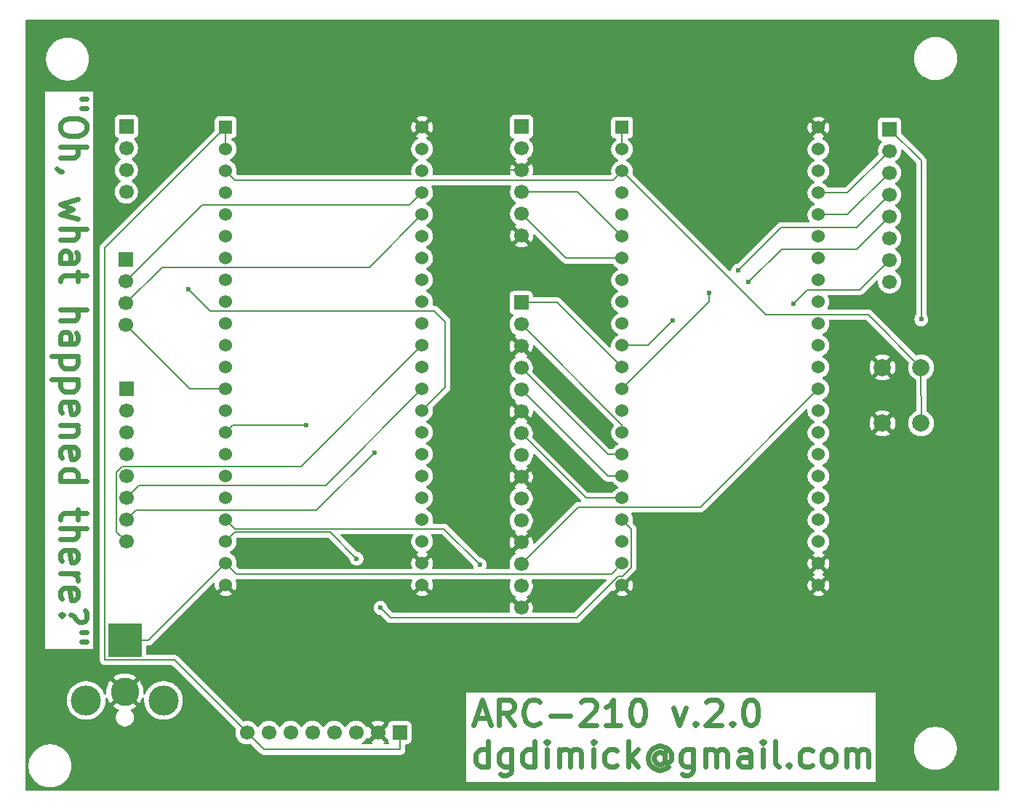
<source format=gbr>
%TF.GenerationSoftware,KiCad,Pcbnew,9.0.3*%
%TF.CreationDate,2025-07-31T09:13:31-06:00*%
%TF.ProjectId,ARC-210-ESP32S3-Board,4152432d-3231-4302-9d45-535033325333,rev?*%
%TF.SameCoordinates,Original*%
%TF.FileFunction,Copper,L1,Top*%
%TF.FilePolarity,Positive*%
%FSLAX46Y46*%
G04 Gerber Fmt 4.6, Leading zero omitted, Abs format (unit mm)*
G04 Created by KiCad (PCBNEW 9.0.3) date 2025-07-31 09:13:31*
%MOMM*%
%LPD*%
G01*
G04 APERTURE LIST*
%ADD10C,0.600000*%
%TA.AperFunction,NonConductor*%
%ADD11C,0.600000*%
%TD*%
%TA.AperFunction,Conductor*%
%ADD12C,0.200000*%
%TD*%
%TA.AperFunction,ComponentPad*%
%ADD13R,1.530000X1.530000*%
%TD*%
%TA.AperFunction,ComponentPad*%
%ADD14C,1.530000*%
%TD*%
%TA.AperFunction,ComponentPad*%
%ADD15C,2.000000*%
%TD*%
%TA.AperFunction,ComponentPad*%
%ADD16R,1.700000X1.700000*%
%TD*%
%TA.AperFunction,ComponentPad*%
%ADD17C,1.700000*%
%TD*%
%TA.AperFunction,ComponentPad*%
%ADD18R,4.000000X4.000000*%
%TD*%
%TA.AperFunction,ComponentPad*%
%ADD19C,3.300000*%
%TD*%
%TA.AperFunction,ComponentPad*%
%ADD20C,3.500000*%
%TD*%
%TA.AperFunction,ViaPad*%
%ADD21C,0.600000*%
%TD*%
G04 APERTURE END LIST*
D10*
D11*
X126788342Y-44756164D02*
X126216914Y-44756164D01*
X126788342Y-45899021D02*
X126216914Y-45899021D01*
X126788342Y-47756164D02*
X126788342Y-48327592D01*
X126788342Y-48327592D02*
X126645485Y-48613307D01*
X126645485Y-48613307D02*
X126359771Y-48899021D01*
X126359771Y-48899021D02*
X125788342Y-49041878D01*
X125788342Y-49041878D02*
X124788342Y-49041878D01*
X124788342Y-49041878D02*
X124216914Y-48899021D01*
X124216914Y-48899021D02*
X123931200Y-48613307D01*
X123931200Y-48613307D02*
X123788342Y-48327592D01*
X123788342Y-48327592D02*
X123788342Y-47756164D01*
X123788342Y-47756164D02*
X123931200Y-47470450D01*
X123931200Y-47470450D02*
X124216914Y-47184735D01*
X124216914Y-47184735D02*
X124788342Y-47041878D01*
X124788342Y-47041878D02*
X125788342Y-47041878D01*
X125788342Y-47041878D02*
X126359771Y-47184735D01*
X126359771Y-47184735D02*
X126645485Y-47470450D01*
X126645485Y-47470450D02*
X126788342Y-47756164D01*
X123788342Y-50327592D02*
X126788342Y-50327592D01*
X123788342Y-51613307D02*
X125359771Y-51613307D01*
X125359771Y-51613307D02*
X125645485Y-51470449D01*
X125645485Y-51470449D02*
X125788342Y-51184735D01*
X125788342Y-51184735D02*
X125788342Y-50756164D01*
X125788342Y-50756164D02*
X125645485Y-50470449D01*
X125645485Y-50470449D02*
X125502628Y-50327592D01*
X123931200Y-53184735D02*
X123788342Y-53184735D01*
X123788342Y-53184735D02*
X123502628Y-53041878D01*
X123502628Y-53041878D02*
X123359771Y-52899021D01*
X125788342Y-56470449D02*
X123788342Y-57041878D01*
X123788342Y-57041878D02*
X125216914Y-57613306D01*
X125216914Y-57613306D02*
X123788342Y-58184735D01*
X123788342Y-58184735D02*
X125788342Y-58756163D01*
X123788342Y-59899020D02*
X126788342Y-59899020D01*
X123788342Y-61184735D02*
X125359771Y-61184735D01*
X125359771Y-61184735D02*
X125645485Y-61041877D01*
X125645485Y-61041877D02*
X125788342Y-60756163D01*
X125788342Y-60756163D02*
X125788342Y-60327592D01*
X125788342Y-60327592D02*
X125645485Y-60041877D01*
X125645485Y-60041877D02*
X125502628Y-59899020D01*
X123788342Y-63899021D02*
X125359771Y-63899021D01*
X125359771Y-63899021D02*
X125645485Y-63756163D01*
X125645485Y-63756163D02*
X125788342Y-63470449D01*
X125788342Y-63470449D02*
X125788342Y-62899021D01*
X125788342Y-62899021D02*
X125645485Y-62613306D01*
X123931200Y-63899021D02*
X123788342Y-63613306D01*
X123788342Y-63613306D02*
X123788342Y-62899021D01*
X123788342Y-62899021D02*
X123931200Y-62613306D01*
X123931200Y-62613306D02*
X124216914Y-62470449D01*
X124216914Y-62470449D02*
X124502628Y-62470449D01*
X124502628Y-62470449D02*
X124788342Y-62613306D01*
X124788342Y-62613306D02*
X124931200Y-62899021D01*
X124931200Y-62899021D02*
X124931200Y-63613306D01*
X124931200Y-63613306D02*
X125074057Y-63899021D01*
X125788342Y-64899021D02*
X125788342Y-66041878D01*
X126788342Y-65327592D02*
X124216914Y-65327592D01*
X124216914Y-65327592D02*
X123931200Y-65470449D01*
X123931200Y-65470449D02*
X123788342Y-65756164D01*
X123788342Y-65756164D02*
X123788342Y-66041878D01*
X123788342Y-69327592D02*
X126788342Y-69327592D01*
X123788342Y-70613307D02*
X125359771Y-70613307D01*
X125359771Y-70613307D02*
X125645485Y-70470449D01*
X125645485Y-70470449D02*
X125788342Y-70184735D01*
X125788342Y-70184735D02*
X125788342Y-69756164D01*
X125788342Y-69756164D02*
X125645485Y-69470449D01*
X125645485Y-69470449D02*
X125502628Y-69327592D01*
X123788342Y-73327593D02*
X125359771Y-73327593D01*
X125359771Y-73327593D02*
X125645485Y-73184735D01*
X125645485Y-73184735D02*
X125788342Y-72899021D01*
X125788342Y-72899021D02*
X125788342Y-72327593D01*
X125788342Y-72327593D02*
X125645485Y-72041878D01*
X123931200Y-73327593D02*
X123788342Y-73041878D01*
X123788342Y-73041878D02*
X123788342Y-72327593D01*
X123788342Y-72327593D02*
X123931200Y-72041878D01*
X123931200Y-72041878D02*
X124216914Y-71899021D01*
X124216914Y-71899021D02*
X124502628Y-71899021D01*
X124502628Y-71899021D02*
X124788342Y-72041878D01*
X124788342Y-72041878D02*
X124931200Y-72327593D01*
X124931200Y-72327593D02*
X124931200Y-73041878D01*
X124931200Y-73041878D02*
X125074057Y-73327593D01*
X125788342Y-74756164D02*
X122788342Y-74756164D01*
X125645485Y-74756164D02*
X125788342Y-75041879D01*
X125788342Y-75041879D02*
X125788342Y-75613307D01*
X125788342Y-75613307D02*
X125645485Y-75899021D01*
X125645485Y-75899021D02*
X125502628Y-76041879D01*
X125502628Y-76041879D02*
X125216914Y-76184736D01*
X125216914Y-76184736D02*
X124359771Y-76184736D01*
X124359771Y-76184736D02*
X124074057Y-76041879D01*
X124074057Y-76041879D02*
X123931200Y-75899021D01*
X123931200Y-75899021D02*
X123788342Y-75613307D01*
X123788342Y-75613307D02*
X123788342Y-75041879D01*
X123788342Y-75041879D02*
X123931200Y-74756164D01*
X125788342Y-77470450D02*
X122788342Y-77470450D01*
X125645485Y-77470450D02*
X125788342Y-77756165D01*
X125788342Y-77756165D02*
X125788342Y-78327593D01*
X125788342Y-78327593D02*
X125645485Y-78613307D01*
X125645485Y-78613307D02*
X125502628Y-78756165D01*
X125502628Y-78756165D02*
X125216914Y-78899022D01*
X125216914Y-78899022D02*
X124359771Y-78899022D01*
X124359771Y-78899022D02*
X124074057Y-78756165D01*
X124074057Y-78756165D02*
X123931200Y-78613307D01*
X123931200Y-78613307D02*
X123788342Y-78327593D01*
X123788342Y-78327593D02*
X123788342Y-77756165D01*
X123788342Y-77756165D02*
X123931200Y-77470450D01*
X123931200Y-81327593D02*
X123788342Y-81041879D01*
X123788342Y-81041879D02*
X123788342Y-80470451D01*
X123788342Y-80470451D02*
X123931200Y-80184736D01*
X123931200Y-80184736D02*
X124216914Y-80041879D01*
X124216914Y-80041879D02*
X125359771Y-80041879D01*
X125359771Y-80041879D02*
X125645485Y-80184736D01*
X125645485Y-80184736D02*
X125788342Y-80470451D01*
X125788342Y-80470451D02*
X125788342Y-81041879D01*
X125788342Y-81041879D02*
X125645485Y-81327593D01*
X125645485Y-81327593D02*
X125359771Y-81470451D01*
X125359771Y-81470451D02*
X125074057Y-81470451D01*
X125074057Y-81470451D02*
X124788342Y-80041879D01*
X125788342Y-82756165D02*
X123788342Y-82756165D01*
X125502628Y-82756165D02*
X125645485Y-82899022D01*
X125645485Y-82899022D02*
X125788342Y-83184737D01*
X125788342Y-83184737D02*
X125788342Y-83613308D01*
X125788342Y-83613308D02*
X125645485Y-83899022D01*
X125645485Y-83899022D02*
X125359771Y-84041880D01*
X125359771Y-84041880D02*
X123788342Y-84041880D01*
X123931200Y-86613308D02*
X123788342Y-86327594D01*
X123788342Y-86327594D02*
X123788342Y-85756166D01*
X123788342Y-85756166D02*
X123931200Y-85470451D01*
X123931200Y-85470451D02*
X124216914Y-85327594D01*
X124216914Y-85327594D02*
X125359771Y-85327594D01*
X125359771Y-85327594D02*
X125645485Y-85470451D01*
X125645485Y-85470451D02*
X125788342Y-85756166D01*
X125788342Y-85756166D02*
X125788342Y-86327594D01*
X125788342Y-86327594D02*
X125645485Y-86613308D01*
X125645485Y-86613308D02*
X125359771Y-86756166D01*
X125359771Y-86756166D02*
X125074057Y-86756166D01*
X125074057Y-86756166D02*
X124788342Y-85327594D01*
X123788342Y-89327595D02*
X126788342Y-89327595D01*
X123931200Y-89327595D02*
X123788342Y-89041880D01*
X123788342Y-89041880D02*
X123788342Y-88470452D01*
X123788342Y-88470452D02*
X123931200Y-88184737D01*
X123931200Y-88184737D02*
X124074057Y-88041880D01*
X124074057Y-88041880D02*
X124359771Y-87899023D01*
X124359771Y-87899023D02*
X125216914Y-87899023D01*
X125216914Y-87899023D02*
X125502628Y-88041880D01*
X125502628Y-88041880D02*
X125645485Y-88184737D01*
X125645485Y-88184737D02*
X125788342Y-88470452D01*
X125788342Y-88470452D02*
X125788342Y-89041880D01*
X125788342Y-89041880D02*
X125645485Y-89327595D01*
X125788342Y-92613309D02*
X125788342Y-93756166D01*
X126788342Y-93041880D02*
X124216914Y-93041880D01*
X124216914Y-93041880D02*
X123931200Y-93184737D01*
X123931200Y-93184737D02*
X123788342Y-93470452D01*
X123788342Y-93470452D02*
X123788342Y-93756166D01*
X123788342Y-94756166D02*
X126788342Y-94756166D01*
X123788342Y-96041881D02*
X125359771Y-96041881D01*
X125359771Y-96041881D02*
X125645485Y-95899023D01*
X125645485Y-95899023D02*
X125788342Y-95613309D01*
X125788342Y-95613309D02*
X125788342Y-95184738D01*
X125788342Y-95184738D02*
X125645485Y-94899023D01*
X125645485Y-94899023D02*
X125502628Y-94756166D01*
X123931200Y-98613309D02*
X123788342Y-98327595D01*
X123788342Y-98327595D02*
X123788342Y-97756167D01*
X123788342Y-97756167D02*
X123931200Y-97470452D01*
X123931200Y-97470452D02*
X124216914Y-97327595D01*
X124216914Y-97327595D02*
X125359771Y-97327595D01*
X125359771Y-97327595D02*
X125645485Y-97470452D01*
X125645485Y-97470452D02*
X125788342Y-97756167D01*
X125788342Y-97756167D02*
X125788342Y-98327595D01*
X125788342Y-98327595D02*
X125645485Y-98613309D01*
X125645485Y-98613309D02*
X125359771Y-98756167D01*
X125359771Y-98756167D02*
X125074057Y-98756167D01*
X125074057Y-98756167D02*
X124788342Y-97327595D01*
X123788342Y-100041881D02*
X125788342Y-100041881D01*
X125216914Y-100041881D02*
X125502628Y-100184738D01*
X125502628Y-100184738D02*
X125645485Y-100327596D01*
X125645485Y-100327596D02*
X125788342Y-100613310D01*
X125788342Y-100613310D02*
X125788342Y-100899024D01*
X123931200Y-103041881D02*
X123788342Y-102756167D01*
X123788342Y-102756167D02*
X123788342Y-102184739D01*
X123788342Y-102184739D02*
X123931200Y-101899024D01*
X123931200Y-101899024D02*
X124216914Y-101756167D01*
X124216914Y-101756167D02*
X125359771Y-101756167D01*
X125359771Y-101756167D02*
X125645485Y-101899024D01*
X125645485Y-101899024D02*
X125788342Y-102184739D01*
X125788342Y-102184739D02*
X125788342Y-102756167D01*
X125788342Y-102756167D02*
X125645485Y-103041881D01*
X125645485Y-103041881D02*
X125359771Y-103184739D01*
X125359771Y-103184739D02*
X125074057Y-103184739D01*
X125074057Y-103184739D02*
X124788342Y-101756167D01*
X124074057Y-104899025D02*
X123931200Y-105041882D01*
X123931200Y-105041882D02*
X123788342Y-104899025D01*
X123788342Y-104899025D02*
X123931200Y-104756168D01*
X123931200Y-104756168D02*
X124074057Y-104899025D01*
X124074057Y-104899025D02*
X123788342Y-104899025D01*
X126645485Y-104327596D02*
X126788342Y-104613310D01*
X126788342Y-104613310D02*
X126788342Y-105327596D01*
X126788342Y-105327596D02*
X126645485Y-105613310D01*
X126645485Y-105613310D02*
X126359771Y-105756168D01*
X126359771Y-105756168D02*
X126074057Y-105756168D01*
X126074057Y-105756168D02*
X125788342Y-105613310D01*
X125788342Y-105613310D02*
X125645485Y-105470453D01*
X125645485Y-105470453D02*
X125502628Y-105184739D01*
X125502628Y-105184739D02*
X125359771Y-105041882D01*
X125359771Y-105041882D02*
X125074057Y-104899025D01*
X125074057Y-104899025D02*
X124931200Y-104899025D01*
X126788342Y-106899025D02*
X126216914Y-106899025D01*
X126788342Y-108041882D02*
X126216914Y-108041882D01*
D10*
D11*
X172146164Y-116884850D02*
X173574736Y-116884850D01*
X171860450Y-117741993D02*
X172860450Y-114741993D01*
X172860450Y-114741993D02*
X173860450Y-117741993D01*
X176574736Y-117741993D02*
X175574736Y-116313421D01*
X174860450Y-117741993D02*
X174860450Y-114741993D01*
X174860450Y-114741993D02*
X176003307Y-114741993D01*
X176003307Y-114741993D02*
X176289022Y-114884850D01*
X176289022Y-114884850D02*
X176431879Y-115027707D01*
X176431879Y-115027707D02*
X176574736Y-115313421D01*
X176574736Y-115313421D02*
X176574736Y-115741993D01*
X176574736Y-115741993D02*
X176431879Y-116027707D01*
X176431879Y-116027707D02*
X176289022Y-116170564D01*
X176289022Y-116170564D02*
X176003307Y-116313421D01*
X176003307Y-116313421D02*
X174860450Y-116313421D01*
X179574736Y-117456278D02*
X179431879Y-117599136D01*
X179431879Y-117599136D02*
X179003307Y-117741993D01*
X179003307Y-117741993D02*
X178717593Y-117741993D01*
X178717593Y-117741993D02*
X178289022Y-117599136D01*
X178289022Y-117599136D02*
X178003307Y-117313421D01*
X178003307Y-117313421D02*
X177860450Y-117027707D01*
X177860450Y-117027707D02*
X177717593Y-116456278D01*
X177717593Y-116456278D02*
X177717593Y-116027707D01*
X177717593Y-116027707D02*
X177860450Y-115456278D01*
X177860450Y-115456278D02*
X178003307Y-115170564D01*
X178003307Y-115170564D02*
X178289022Y-114884850D01*
X178289022Y-114884850D02*
X178717593Y-114741993D01*
X178717593Y-114741993D02*
X179003307Y-114741993D01*
X179003307Y-114741993D02*
X179431879Y-114884850D01*
X179431879Y-114884850D02*
X179574736Y-115027707D01*
X180860450Y-116599136D02*
X183146165Y-116599136D01*
X184431879Y-115027707D02*
X184574736Y-114884850D01*
X184574736Y-114884850D02*
X184860451Y-114741993D01*
X184860451Y-114741993D02*
X185574736Y-114741993D01*
X185574736Y-114741993D02*
X185860451Y-114884850D01*
X185860451Y-114884850D02*
X186003308Y-115027707D01*
X186003308Y-115027707D02*
X186146165Y-115313421D01*
X186146165Y-115313421D02*
X186146165Y-115599136D01*
X186146165Y-115599136D02*
X186003308Y-116027707D01*
X186003308Y-116027707D02*
X184289022Y-117741993D01*
X184289022Y-117741993D02*
X186146165Y-117741993D01*
X189003308Y-117741993D02*
X187289022Y-117741993D01*
X188146165Y-117741993D02*
X188146165Y-114741993D01*
X188146165Y-114741993D02*
X187860451Y-115170564D01*
X187860451Y-115170564D02*
X187574736Y-115456278D01*
X187574736Y-115456278D02*
X187289022Y-115599136D01*
X190860451Y-114741993D02*
X191146165Y-114741993D01*
X191146165Y-114741993D02*
X191431879Y-114884850D01*
X191431879Y-114884850D02*
X191574737Y-115027707D01*
X191574737Y-115027707D02*
X191717594Y-115313421D01*
X191717594Y-115313421D02*
X191860451Y-115884850D01*
X191860451Y-115884850D02*
X191860451Y-116599136D01*
X191860451Y-116599136D02*
X191717594Y-117170564D01*
X191717594Y-117170564D02*
X191574737Y-117456278D01*
X191574737Y-117456278D02*
X191431879Y-117599136D01*
X191431879Y-117599136D02*
X191146165Y-117741993D01*
X191146165Y-117741993D02*
X190860451Y-117741993D01*
X190860451Y-117741993D02*
X190574737Y-117599136D01*
X190574737Y-117599136D02*
X190431879Y-117456278D01*
X190431879Y-117456278D02*
X190289022Y-117170564D01*
X190289022Y-117170564D02*
X190146165Y-116599136D01*
X190146165Y-116599136D02*
X190146165Y-115884850D01*
X190146165Y-115884850D02*
X190289022Y-115313421D01*
X190289022Y-115313421D02*
X190431879Y-115027707D01*
X190431879Y-115027707D02*
X190574737Y-114884850D01*
X190574737Y-114884850D02*
X190860451Y-114741993D01*
X195146165Y-115741993D02*
X195860451Y-117741993D01*
X195860451Y-117741993D02*
X196574736Y-115741993D01*
X197717593Y-117456278D02*
X197860450Y-117599136D01*
X197860450Y-117599136D02*
X197717593Y-117741993D01*
X197717593Y-117741993D02*
X197574736Y-117599136D01*
X197574736Y-117599136D02*
X197717593Y-117456278D01*
X197717593Y-117456278D02*
X197717593Y-117741993D01*
X199003307Y-115027707D02*
X199146164Y-114884850D01*
X199146164Y-114884850D02*
X199431879Y-114741993D01*
X199431879Y-114741993D02*
X200146164Y-114741993D01*
X200146164Y-114741993D02*
X200431879Y-114884850D01*
X200431879Y-114884850D02*
X200574736Y-115027707D01*
X200574736Y-115027707D02*
X200717593Y-115313421D01*
X200717593Y-115313421D02*
X200717593Y-115599136D01*
X200717593Y-115599136D02*
X200574736Y-116027707D01*
X200574736Y-116027707D02*
X198860450Y-117741993D01*
X198860450Y-117741993D02*
X200717593Y-117741993D01*
X202003307Y-117456278D02*
X202146164Y-117599136D01*
X202146164Y-117599136D02*
X202003307Y-117741993D01*
X202003307Y-117741993D02*
X201860450Y-117599136D01*
X201860450Y-117599136D02*
X202003307Y-117456278D01*
X202003307Y-117456278D02*
X202003307Y-117741993D01*
X204003307Y-114741993D02*
X204289021Y-114741993D01*
X204289021Y-114741993D02*
X204574735Y-114884850D01*
X204574735Y-114884850D02*
X204717593Y-115027707D01*
X204717593Y-115027707D02*
X204860450Y-115313421D01*
X204860450Y-115313421D02*
X205003307Y-115884850D01*
X205003307Y-115884850D02*
X205003307Y-116599136D01*
X205003307Y-116599136D02*
X204860450Y-117170564D01*
X204860450Y-117170564D02*
X204717593Y-117456278D01*
X204717593Y-117456278D02*
X204574735Y-117599136D01*
X204574735Y-117599136D02*
X204289021Y-117741993D01*
X204289021Y-117741993D02*
X204003307Y-117741993D01*
X204003307Y-117741993D02*
X203717593Y-117599136D01*
X203717593Y-117599136D02*
X203574735Y-117456278D01*
X203574735Y-117456278D02*
X203431878Y-117170564D01*
X203431878Y-117170564D02*
X203289021Y-116599136D01*
X203289021Y-116599136D02*
X203289021Y-115884850D01*
X203289021Y-115884850D02*
X203431878Y-115313421D01*
X203431878Y-115313421D02*
X203574735Y-115027707D01*
X203574735Y-115027707D02*
X203717593Y-114884850D01*
X203717593Y-114884850D02*
X204003307Y-114741993D01*
X173574736Y-122571825D02*
X173574736Y-119571825D01*
X173574736Y-122428968D02*
X173289021Y-122571825D01*
X173289021Y-122571825D02*
X172717593Y-122571825D01*
X172717593Y-122571825D02*
X172431878Y-122428968D01*
X172431878Y-122428968D02*
X172289021Y-122286110D01*
X172289021Y-122286110D02*
X172146164Y-122000396D01*
X172146164Y-122000396D02*
X172146164Y-121143253D01*
X172146164Y-121143253D02*
X172289021Y-120857539D01*
X172289021Y-120857539D02*
X172431878Y-120714682D01*
X172431878Y-120714682D02*
X172717593Y-120571825D01*
X172717593Y-120571825D02*
X173289021Y-120571825D01*
X173289021Y-120571825D02*
X173574736Y-120714682D01*
X176289022Y-120571825D02*
X176289022Y-123000396D01*
X176289022Y-123000396D02*
X176146164Y-123286110D01*
X176146164Y-123286110D02*
X176003307Y-123428968D01*
X176003307Y-123428968D02*
X175717593Y-123571825D01*
X175717593Y-123571825D02*
X175289022Y-123571825D01*
X175289022Y-123571825D02*
X175003307Y-123428968D01*
X176289022Y-122428968D02*
X176003307Y-122571825D01*
X176003307Y-122571825D02*
X175431879Y-122571825D01*
X175431879Y-122571825D02*
X175146164Y-122428968D01*
X175146164Y-122428968D02*
X175003307Y-122286110D01*
X175003307Y-122286110D02*
X174860450Y-122000396D01*
X174860450Y-122000396D02*
X174860450Y-121143253D01*
X174860450Y-121143253D02*
X175003307Y-120857539D01*
X175003307Y-120857539D02*
X175146164Y-120714682D01*
X175146164Y-120714682D02*
X175431879Y-120571825D01*
X175431879Y-120571825D02*
X176003307Y-120571825D01*
X176003307Y-120571825D02*
X176289022Y-120714682D01*
X179003308Y-122571825D02*
X179003308Y-119571825D01*
X179003308Y-122428968D02*
X178717593Y-122571825D01*
X178717593Y-122571825D02*
X178146165Y-122571825D01*
X178146165Y-122571825D02*
X177860450Y-122428968D01*
X177860450Y-122428968D02*
X177717593Y-122286110D01*
X177717593Y-122286110D02*
X177574736Y-122000396D01*
X177574736Y-122000396D02*
X177574736Y-121143253D01*
X177574736Y-121143253D02*
X177717593Y-120857539D01*
X177717593Y-120857539D02*
X177860450Y-120714682D01*
X177860450Y-120714682D02*
X178146165Y-120571825D01*
X178146165Y-120571825D02*
X178717593Y-120571825D01*
X178717593Y-120571825D02*
X179003308Y-120714682D01*
X180431879Y-122571825D02*
X180431879Y-120571825D01*
X180431879Y-119571825D02*
X180289022Y-119714682D01*
X180289022Y-119714682D02*
X180431879Y-119857539D01*
X180431879Y-119857539D02*
X180574736Y-119714682D01*
X180574736Y-119714682D02*
X180431879Y-119571825D01*
X180431879Y-119571825D02*
X180431879Y-119857539D01*
X181860450Y-122571825D02*
X181860450Y-120571825D01*
X181860450Y-120857539D02*
X182003307Y-120714682D01*
X182003307Y-120714682D02*
X182289022Y-120571825D01*
X182289022Y-120571825D02*
X182717593Y-120571825D01*
X182717593Y-120571825D02*
X183003307Y-120714682D01*
X183003307Y-120714682D02*
X183146165Y-121000396D01*
X183146165Y-121000396D02*
X183146165Y-122571825D01*
X183146165Y-121000396D02*
X183289022Y-120714682D01*
X183289022Y-120714682D02*
X183574736Y-120571825D01*
X183574736Y-120571825D02*
X184003307Y-120571825D01*
X184003307Y-120571825D02*
X184289022Y-120714682D01*
X184289022Y-120714682D02*
X184431879Y-121000396D01*
X184431879Y-121000396D02*
X184431879Y-122571825D01*
X185860450Y-122571825D02*
X185860450Y-120571825D01*
X185860450Y-119571825D02*
X185717593Y-119714682D01*
X185717593Y-119714682D02*
X185860450Y-119857539D01*
X185860450Y-119857539D02*
X186003307Y-119714682D01*
X186003307Y-119714682D02*
X185860450Y-119571825D01*
X185860450Y-119571825D02*
X185860450Y-119857539D01*
X188574736Y-122428968D02*
X188289021Y-122571825D01*
X188289021Y-122571825D02*
X187717593Y-122571825D01*
X187717593Y-122571825D02*
X187431878Y-122428968D01*
X187431878Y-122428968D02*
X187289021Y-122286110D01*
X187289021Y-122286110D02*
X187146164Y-122000396D01*
X187146164Y-122000396D02*
X187146164Y-121143253D01*
X187146164Y-121143253D02*
X187289021Y-120857539D01*
X187289021Y-120857539D02*
X187431878Y-120714682D01*
X187431878Y-120714682D02*
X187717593Y-120571825D01*
X187717593Y-120571825D02*
X188289021Y-120571825D01*
X188289021Y-120571825D02*
X188574736Y-120714682D01*
X189860450Y-122571825D02*
X189860450Y-119571825D01*
X190146165Y-121428968D02*
X191003307Y-122571825D01*
X191003307Y-120571825D02*
X189860450Y-121714682D01*
X194146164Y-121143253D02*
X194003307Y-121000396D01*
X194003307Y-121000396D02*
X193717593Y-120857539D01*
X193717593Y-120857539D02*
X193431878Y-120857539D01*
X193431878Y-120857539D02*
X193146164Y-121000396D01*
X193146164Y-121000396D02*
X193003307Y-121143253D01*
X193003307Y-121143253D02*
X192860450Y-121428968D01*
X192860450Y-121428968D02*
X192860450Y-121714682D01*
X192860450Y-121714682D02*
X193003307Y-122000396D01*
X193003307Y-122000396D02*
X193146164Y-122143253D01*
X193146164Y-122143253D02*
X193431878Y-122286110D01*
X193431878Y-122286110D02*
X193717593Y-122286110D01*
X193717593Y-122286110D02*
X194003307Y-122143253D01*
X194003307Y-122143253D02*
X194146164Y-122000396D01*
X194146164Y-120857539D02*
X194146164Y-122000396D01*
X194146164Y-122000396D02*
X194289021Y-122143253D01*
X194289021Y-122143253D02*
X194431878Y-122143253D01*
X194431878Y-122143253D02*
X194717593Y-122000396D01*
X194717593Y-122000396D02*
X194860450Y-121714682D01*
X194860450Y-121714682D02*
X194860450Y-121000396D01*
X194860450Y-121000396D02*
X194574736Y-120571825D01*
X194574736Y-120571825D02*
X194146164Y-120286110D01*
X194146164Y-120286110D02*
X193574736Y-120143253D01*
X193574736Y-120143253D02*
X193003307Y-120286110D01*
X193003307Y-120286110D02*
X192574736Y-120571825D01*
X192574736Y-120571825D02*
X192289021Y-121000396D01*
X192289021Y-121000396D02*
X192146164Y-121571825D01*
X192146164Y-121571825D02*
X192289021Y-122143253D01*
X192289021Y-122143253D02*
X192574736Y-122571825D01*
X192574736Y-122571825D02*
X193003307Y-122857539D01*
X193003307Y-122857539D02*
X193574736Y-123000396D01*
X193574736Y-123000396D02*
X194146164Y-122857539D01*
X194146164Y-122857539D02*
X194574736Y-122571825D01*
X197431879Y-120571825D02*
X197431879Y-123000396D01*
X197431879Y-123000396D02*
X197289021Y-123286110D01*
X197289021Y-123286110D02*
X197146164Y-123428968D01*
X197146164Y-123428968D02*
X196860450Y-123571825D01*
X196860450Y-123571825D02*
X196431879Y-123571825D01*
X196431879Y-123571825D02*
X196146164Y-123428968D01*
X197431879Y-122428968D02*
X197146164Y-122571825D01*
X197146164Y-122571825D02*
X196574736Y-122571825D01*
X196574736Y-122571825D02*
X196289021Y-122428968D01*
X196289021Y-122428968D02*
X196146164Y-122286110D01*
X196146164Y-122286110D02*
X196003307Y-122000396D01*
X196003307Y-122000396D02*
X196003307Y-121143253D01*
X196003307Y-121143253D02*
X196146164Y-120857539D01*
X196146164Y-120857539D02*
X196289021Y-120714682D01*
X196289021Y-120714682D02*
X196574736Y-120571825D01*
X196574736Y-120571825D02*
X197146164Y-120571825D01*
X197146164Y-120571825D02*
X197431879Y-120714682D01*
X198860450Y-122571825D02*
X198860450Y-120571825D01*
X198860450Y-120857539D02*
X199003307Y-120714682D01*
X199003307Y-120714682D02*
X199289022Y-120571825D01*
X199289022Y-120571825D02*
X199717593Y-120571825D01*
X199717593Y-120571825D02*
X200003307Y-120714682D01*
X200003307Y-120714682D02*
X200146165Y-121000396D01*
X200146165Y-121000396D02*
X200146165Y-122571825D01*
X200146165Y-121000396D02*
X200289022Y-120714682D01*
X200289022Y-120714682D02*
X200574736Y-120571825D01*
X200574736Y-120571825D02*
X201003307Y-120571825D01*
X201003307Y-120571825D02*
X201289022Y-120714682D01*
X201289022Y-120714682D02*
X201431879Y-121000396D01*
X201431879Y-121000396D02*
X201431879Y-122571825D01*
X204146165Y-122571825D02*
X204146165Y-121000396D01*
X204146165Y-121000396D02*
X204003307Y-120714682D01*
X204003307Y-120714682D02*
X203717593Y-120571825D01*
X203717593Y-120571825D02*
X203146165Y-120571825D01*
X203146165Y-120571825D02*
X202860450Y-120714682D01*
X204146165Y-122428968D02*
X203860450Y-122571825D01*
X203860450Y-122571825D02*
X203146165Y-122571825D01*
X203146165Y-122571825D02*
X202860450Y-122428968D01*
X202860450Y-122428968D02*
X202717593Y-122143253D01*
X202717593Y-122143253D02*
X202717593Y-121857539D01*
X202717593Y-121857539D02*
X202860450Y-121571825D01*
X202860450Y-121571825D02*
X203146165Y-121428968D01*
X203146165Y-121428968D02*
X203860450Y-121428968D01*
X203860450Y-121428968D02*
X204146165Y-121286110D01*
X205574736Y-122571825D02*
X205574736Y-120571825D01*
X205574736Y-119571825D02*
X205431879Y-119714682D01*
X205431879Y-119714682D02*
X205574736Y-119857539D01*
X205574736Y-119857539D02*
X205717593Y-119714682D01*
X205717593Y-119714682D02*
X205574736Y-119571825D01*
X205574736Y-119571825D02*
X205574736Y-119857539D01*
X207431879Y-122571825D02*
X207146164Y-122428968D01*
X207146164Y-122428968D02*
X207003307Y-122143253D01*
X207003307Y-122143253D02*
X207003307Y-119571825D01*
X208574736Y-122286110D02*
X208717593Y-122428968D01*
X208717593Y-122428968D02*
X208574736Y-122571825D01*
X208574736Y-122571825D02*
X208431879Y-122428968D01*
X208431879Y-122428968D02*
X208574736Y-122286110D01*
X208574736Y-122286110D02*
X208574736Y-122571825D01*
X211289022Y-122428968D02*
X211003307Y-122571825D01*
X211003307Y-122571825D02*
X210431879Y-122571825D01*
X210431879Y-122571825D02*
X210146164Y-122428968D01*
X210146164Y-122428968D02*
X210003307Y-122286110D01*
X210003307Y-122286110D02*
X209860450Y-122000396D01*
X209860450Y-122000396D02*
X209860450Y-121143253D01*
X209860450Y-121143253D02*
X210003307Y-120857539D01*
X210003307Y-120857539D02*
X210146164Y-120714682D01*
X210146164Y-120714682D02*
X210431879Y-120571825D01*
X210431879Y-120571825D02*
X211003307Y-120571825D01*
X211003307Y-120571825D02*
X211289022Y-120714682D01*
X213003308Y-122571825D02*
X212717593Y-122428968D01*
X212717593Y-122428968D02*
X212574736Y-122286110D01*
X212574736Y-122286110D02*
X212431879Y-122000396D01*
X212431879Y-122000396D02*
X212431879Y-121143253D01*
X212431879Y-121143253D02*
X212574736Y-120857539D01*
X212574736Y-120857539D02*
X212717593Y-120714682D01*
X212717593Y-120714682D02*
X213003308Y-120571825D01*
X213003308Y-120571825D02*
X213431879Y-120571825D01*
X213431879Y-120571825D02*
X213717593Y-120714682D01*
X213717593Y-120714682D02*
X213860451Y-120857539D01*
X213860451Y-120857539D02*
X214003308Y-121143253D01*
X214003308Y-121143253D02*
X214003308Y-122000396D01*
X214003308Y-122000396D02*
X213860451Y-122286110D01*
X213860451Y-122286110D02*
X213717593Y-122428968D01*
X213717593Y-122428968D02*
X213431879Y-122571825D01*
X213431879Y-122571825D02*
X213003308Y-122571825D01*
X215289022Y-122571825D02*
X215289022Y-120571825D01*
X215289022Y-120857539D02*
X215431879Y-120714682D01*
X215431879Y-120714682D02*
X215717594Y-120571825D01*
X215717594Y-120571825D02*
X216146165Y-120571825D01*
X216146165Y-120571825D02*
X216431879Y-120714682D01*
X216431879Y-120714682D02*
X216574737Y-121000396D01*
X216574737Y-121000396D02*
X216574737Y-122571825D01*
X216574737Y-121000396D02*
X216717594Y-120714682D01*
X216717594Y-120714682D02*
X217003308Y-120571825D01*
X217003308Y-120571825D02*
X217431879Y-120571825D01*
X217431879Y-120571825D02*
X217717594Y-120714682D01*
X217717594Y-120714682D02*
X217860451Y-121000396D01*
X217860451Y-121000396D02*
X217860451Y-122571825D01*
D12*
%TO.N,Net-(U1-RST)*%
X223980000Y-76060000D02*
X224050000Y-82600000D01*
%TD*%
D13*
%TO.P,U2,J1_1,3V3*%
%TO.N,Net-(U2-3V3-PadJ1_1)*%
X189170000Y-48100000D03*
D14*
%TO.P,U2,J1_2,3V3*%
X189170000Y-50640000D03*
%TO.P,U2,J1_3,RST*%
%TO.N,Net-(U1-RST)*%
X189170000Y-53180000D03*
%TO.P,U2,J1_4,GPIO4*%
%TO.N,Net-(J5-Pin_1)*%
X189170000Y-55720000D03*
%TO.P,U2,J1_5,GPIO5*%
%TO.N,Net-(J5-Pin_2)*%
X189170000Y-58260000D03*
%TO.P,U2,J1_6,GPIO6*%
%TO.N,Net-(J5-Pin_4)*%
X189170000Y-60800000D03*
%TO.P,U2,J1_7,GPIO7*%
%TO.N,Net-(J5-Pin_5)*%
X189170000Y-63340000D03*
%TO.P,U2,J1_8,GPIO15*%
%TO.N,Net-(J6-Pin_8)*%
X189170000Y-65880000D03*
%TO.P,U2,J1_9,GPIO16*%
%TO.N,Net-(J6-Pin_10)*%
X189170000Y-68420000D03*
%TO.P,U2,J1_10,GPIO17*%
%TO.N,Net-(J6-Pin_11)*%
X189170000Y-70960000D03*
%TO.P,U2,J1_11,GPIO18*%
%TO.N,Net-(J7-Pin_5)*%
X189170000Y-73500000D03*
%TO.P,U2,J1_12,GPIO8*%
%TO.N,Net-(J6-Pin_1)*%
X189170000Y-76040000D03*
%TO.P,U2,J1_13,GPIO3*%
%TO.N,Net-(J7-Pin_4)*%
X189170000Y-78580000D03*
%TO.P,U2,J1_14,GPIO46*%
%TO.N,unconnected-(U2-GPIO46-PadJ1_14)*%
X189170000Y-81120000D03*
%TO.P,U2,J1_15,GPIO9*%
%TO.N,Net-(J6-Pin_2)*%
X189170000Y-83660000D03*
%TO.P,U2,J1_16,GPIO10*%
%TO.N,Net-(J6-Pin_4)*%
X189170000Y-86200000D03*
%TO.P,U2,J1_17,GPIO11*%
%TO.N,Net-(J6-Pin_5)*%
X189170000Y-88740000D03*
%TO.P,U2,J1_18,GPIO12*%
%TO.N,Net-(J6-Pin_7)*%
X189170000Y-91280000D03*
%TO.P,U2,J1_19,GPIO13*%
%TO.N,Net-(U1-GPIO14)*%
X189170000Y-93820000D03*
%TO.P,U2,J1_20,GPIO14*%
%TO.N,Net-(U1-GPIO13)*%
X189170000Y-96360000D03*
%TO.P,U2,J1_21,5V0*%
%TO.N,Net-(U1-5V0)*%
X189170000Y-98900000D03*
%TO.P,U2,J1_22,GND*%
%TO.N,GND*%
X189170000Y-101440000D03*
%TO.P,U2,J3_1,GND*%
X212030000Y-48100000D03*
%TO.P,U2,J3_2,U0TXD/GPIO43*%
%TO.N,unconnected-(U2-U0TXD{slash}GPIO43-PadJ3_2)*%
X212030000Y-50640000D03*
%TO.P,U2,J3_3,U0RXD/GPIO44*%
%TO.N,unconnected-(U2-U0RXD{slash}GPIO44-PadJ3_3)*%
X212030000Y-53180000D03*
%TO.P,U2,J3_4,GPIO1*%
%TO.N,Net-(J7-Pin_2)*%
X212030000Y-55720000D03*
%TO.P,U2,J3_5,GPIO2*%
%TO.N,Net-(J7-Pin_3)*%
X212030000Y-58260000D03*
%TO.P,U2,J3_6,MTMS/GPIO42*%
%TO.N,unconnected-(U2-MTMS{slash}GPIO42-PadJ3_6)*%
X212030000Y-60800000D03*
%TO.P,U2,J3_7,MTDI/GPIO41*%
%TO.N,unconnected-(U2-MTDI{slash}GPIO41-PadJ3_7)*%
X212030000Y-63340000D03*
%TO.P,U2,J3_8,MTDO/GPIO40*%
%TO.N,unconnected-(U2-MTDO{slash}GPIO40-PadJ3_8)*%
X212030000Y-65880000D03*
%TO.P,U2,J3_9,MTCK/GPIO39*%
%TO.N,unconnected-(U2-MTCK{slash}GPIO39-PadJ3_9)*%
X212030000Y-68420000D03*
%TO.P,U2,J3_10,GPIO38*%
%TO.N,Net-(J7-Pin_8)*%
X212030000Y-70960000D03*
%TO.P,U2,J3_11,GPIO37*%
%TO.N,Net-(J7-Pin_7)*%
X212030000Y-73500000D03*
%TO.P,U2,J3_12,GPIO36*%
%TO.N,Net-(J6-Pin_14)*%
X212030000Y-76040000D03*
%TO.P,U2,J3_13,GPIO35*%
%TO.N,Net-(J6-Pin_13)*%
X212030000Y-78580000D03*
%TO.P,U2,J3_14,GPIO0*%
%TO.N,Net-(J7-Pin_1)*%
X212030000Y-81120000D03*
%TO.P,U2,J3_15,GPIO45*%
%TO.N,unconnected-(U2-GPIO45-PadJ3_15)*%
X212030000Y-83660000D03*
%TO.P,U2,J3_16,GPIO48*%
%TO.N,unconnected-(U2-GPIO48-PadJ3_16)*%
X212030000Y-86200000D03*
%TO.P,U2,J3_17,GPIO47*%
%TO.N,unconnected-(U2-GPIO47-PadJ3_17)*%
X212030000Y-88740000D03*
%TO.P,U2,J3_18,GPIO21*%
%TO.N,Net-(J7-Pin_6)*%
X212030000Y-91280000D03*
%TO.P,U2,J3_19,USB_D+/GPIO20*%
%TO.N,unconnected-(U2-USB_D+{slash}GPIO20-PadJ3_19)*%
X212030000Y-93820000D03*
%TO.P,U2,J3_20,USB_D-/GPIO19*%
%TO.N,unconnected-(U2-USB_D-{slash}GPIO19-PadJ3_20)*%
X212030000Y-96360000D03*
%TO.P,U2,J3_21,GND*%
%TO.N,GND*%
X212030000Y-98900000D03*
%TO.P,U2,J3_22,GND*%
X212030000Y-101440000D03*
%TD*%
D13*
%TO.P,U1,J1_1,3V3*%
%TO.N,Net-(J1-Pin_1)*%
X143030000Y-48060000D03*
D14*
%TO.P,U1,J1_2,3V3*%
X143030000Y-50600000D03*
%TO.P,U1,J1_3,RST*%
%TO.N,Net-(U1-RST)*%
X143030000Y-53140000D03*
%TO.P,U1,J1_4,GPIO4*%
%TO.N,Net-(J4-Pin_1)*%
X143030000Y-55680000D03*
%TO.P,U1,J1_5,GPIO5*%
%TO.N,Net-(J4-Pin_2)*%
X143030000Y-58220000D03*
%TO.P,U1,J1_6,GPIO6*%
%TO.N,Net-(J4-Pin_3)*%
X143030000Y-60760000D03*
%TO.P,U1,J1_7,GPIO7*%
%TO.N,Net-(J4-Pin_4)*%
X143030000Y-63300000D03*
%TO.P,U1,J1_8,GPIO15*%
%TO.N,Net-(J8-Pin_1)*%
X143030000Y-65840000D03*
%TO.P,U1,J1_9,GPIO16*%
%TO.N,Net-(J8-Pin_2)*%
X143030000Y-68380000D03*
%TO.P,U1,J1_10,GPIO17*%
%TO.N,Net-(J8-Pin_3)*%
X143030000Y-70920000D03*
%TO.P,U1,J1_11,GPIO18*%
%TO.N,Net-(J8-Pin_4)*%
X143030000Y-73460000D03*
%TO.P,U1,J1_12,GPIO8*%
%TO.N,Net-(J1-Pin_4)*%
X143030000Y-76000000D03*
%TO.P,U1,J1_13,GPIO3*%
%TO.N,Net-(J3-Pin_4)*%
X143030000Y-78540000D03*
%TO.P,U1,J1_14,GPIO46*%
%TO.N,unconnected-(U1-GPIO46-PadJ1_14)*%
X143030000Y-81080000D03*
%TO.P,U1,J1_15,GPIO9*%
%TO.N,Net-(J1-Pin_5)*%
X143030000Y-83620000D03*
%TO.P,U1,J1_16,GPIO10*%
%TO.N,Net-(J1-Pin_3)*%
X143030000Y-86160000D03*
%TO.P,U1,J1_17,GPIO11*%
%TO.N,Net-(J1-Pin_6)*%
X143030000Y-88700000D03*
%TO.P,U1,J1_18,GPIO12*%
%TO.N,Net-(J1-Pin_7)*%
X143030000Y-91240000D03*
%TO.P,U1,J1_19,GPIO13*%
%TO.N,Net-(U1-GPIO13)*%
X143030000Y-93780000D03*
%TO.P,U1,J1_20,GPIO14*%
%TO.N,Net-(U1-GPIO14)*%
X143030000Y-96320000D03*
%TO.P,U1,J1_21,5V0*%
%TO.N,Net-(U1-5V0)*%
X143030000Y-98860000D03*
%TO.P,U1,J1_22,GND*%
%TO.N,GND*%
X143030000Y-101400000D03*
%TO.P,U1,J3_1,GND*%
X165890000Y-48060000D03*
%TO.P,U1,J3_2,U0TXD/GPIO43*%
%TO.N,unconnected-(U1-U0TXD{slash}GPIO43-PadJ3_2)*%
X165890000Y-50600000D03*
%TO.P,U1,J3_3,U0RXD/GPIO44*%
%TO.N,unconnected-(U1-U0RXD{slash}GPIO44-PadJ3_3)*%
X165890000Y-53140000D03*
%TO.P,U1,J3_4,GPIO1*%
%TO.N,Net-(J3-Pin_2)*%
X165890000Y-55680000D03*
%TO.P,U1,J3_5,GPIO2*%
%TO.N,Net-(J3-Pin_3)*%
X165890000Y-58220000D03*
%TO.P,U1,J3_6,MTMS/GPIO42*%
%TO.N,unconnected-(U1-MTMS{slash}GPIO42-PadJ3_6)*%
X165890000Y-60760000D03*
%TO.P,U1,J3_7,MTDI/GPIO41*%
%TO.N,unconnected-(U1-MTDI{slash}GPIO41-PadJ3_7)*%
X165890000Y-63300000D03*
%TO.P,U1,J3_8,MTDO/GPIO40*%
%TO.N,unconnected-(U1-MTDO{slash}GPIO40-PadJ3_8)*%
X165890000Y-65840000D03*
%TO.P,U1,J3_9,MTCK/GPIO39*%
%TO.N,unconnected-(U1-MTCK{slash}GPIO39-PadJ3_9)*%
X165890000Y-68380000D03*
%TO.P,U1,J3_10,GPIO38*%
%TO.N,unconnected-(U1-GPIO38-PadJ3_10)*%
X165890000Y-70920000D03*
%TO.P,U1,J3_11,GPIO37*%
%TO.N,Net-(J8-Pin_8)*%
X165890000Y-73460000D03*
%TO.P,U1,J3_12,GPIO36*%
%TO.N,Net-(J8-Pin_7)*%
X165890000Y-76000000D03*
%TO.P,U1,J3_13,GPIO35*%
%TO.N,Net-(J8-Pin_6)*%
X165890000Y-78540000D03*
%TO.P,U1,J3_14,GPIO0*%
%TO.N,Net-(J3-Pin_1)*%
X165890000Y-81080000D03*
%TO.P,U1,J3_15,GPIO45*%
%TO.N,unconnected-(U1-GPIO45-PadJ3_15)*%
X165890000Y-83620000D03*
%TO.P,U1,J3_16,GPIO48*%
%TO.N,unconnected-(U1-GPIO48-PadJ3_16)*%
X165890000Y-86160000D03*
%TO.P,U1,J3_17,GPIO47*%
%TO.N,unconnected-(U1-GPIO47-PadJ3_17)*%
X165890000Y-88700000D03*
%TO.P,U1,J3_18,GPIO21*%
%TO.N,Net-(J8-Pin_5)*%
X165890000Y-91240000D03*
%TO.P,U1,J3_19,USB_D+/GPIO20*%
%TO.N,unconnected-(U1-USB_D+{slash}GPIO20-PadJ3_19)*%
X165890000Y-93780000D03*
%TO.P,U1,J3_20,USB_D-/GPIO19*%
%TO.N,unconnected-(U1-USB_D-{slash}GPIO19-PadJ3_20)*%
X165890000Y-96320000D03*
%TO.P,U1,J3_21,GND*%
%TO.N,GND*%
X165890000Y-98860000D03*
%TO.P,U1,J3_22,GND*%
X165890000Y-101400000D03*
%TD*%
D15*
%TO.P,SW1,1,1*%
%TO.N,GND*%
X219480000Y-82550000D03*
X219480000Y-76050000D03*
%TO.P,SW1,2,2*%
%TO.N,Net-(U1-RST)*%
X223980000Y-82550000D03*
X223980000Y-76050000D03*
%TD*%
D16*
%TO.P,J8,1,Pin_1*%
%TO.N,Net-(J8-Pin_1)*%
X131450000Y-78580000D03*
D17*
%TO.P,J8,2,Pin_2*%
%TO.N,Net-(J8-Pin_2)*%
X131450000Y-81120000D03*
%TO.P,J8,3,Pin_3*%
%TO.N,Net-(J8-Pin_3)*%
X131450000Y-83660000D03*
%TO.P,J8,4,Pin_4*%
%TO.N,Net-(J8-Pin_4)*%
X131450000Y-86200000D03*
%TO.P,J8,5,Pin_5*%
%TO.N,Net-(J8-Pin_5)*%
X131450000Y-88740000D03*
%TO.P,J8,6,Pin_6*%
%TO.N,Net-(J8-Pin_6)*%
X131450000Y-91280000D03*
%TO.P,J8,7,Pin_7*%
%TO.N,Net-(J8-Pin_7)*%
X131450000Y-93820000D03*
%TO.P,J8,8,Pin_8*%
%TO.N,Net-(J8-Pin_8)*%
X131450000Y-96360000D03*
%TD*%
D16*
%TO.P,J7,1,Pin_1*%
%TO.N,Net-(J7-Pin_1)*%
X220310000Y-48290000D03*
D17*
%TO.P,J7,2,Pin_2*%
%TO.N,Net-(J7-Pin_2)*%
X220310000Y-50830000D03*
%TO.P,J7,3,Pin_3*%
%TO.N,Net-(J7-Pin_3)*%
X220310000Y-53370000D03*
%TO.P,J7,4,Pin_4*%
%TO.N,Net-(J7-Pin_4)*%
X220310000Y-55910000D03*
%TO.P,J7,5,Pin_5*%
%TO.N,Net-(J7-Pin_5)*%
X220310000Y-58450000D03*
%TO.P,J7,6,Pin_6*%
%TO.N,Net-(J7-Pin_6)*%
X220310000Y-60990000D03*
%TO.P,J7,7,Pin_7*%
%TO.N,Net-(J7-Pin_7)*%
X220310000Y-63530000D03*
%TO.P,J7,8,Pin_8*%
%TO.N,Net-(J7-Pin_8)*%
X220310000Y-66070000D03*
%TD*%
D16*
%TO.P,J6,1,Pin_1*%
%TO.N,Net-(J6-Pin_1)*%
X177420000Y-68500000D03*
D17*
%TO.P,J6,2,Pin_2*%
%TO.N,Net-(J6-Pin_2)*%
X177420000Y-71040000D03*
%TO.P,J6,3,Pin_3*%
%TO.N,GND*%
X177420000Y-73580000D03*
%TO.P,J6,4,Pin_4*%
%TO.N,Net-(J6-Pin_4)*%
X177420000Y-76120000D03*
%TO.P,J6,5,Pin_5*%
%TO.N,Net-(J6-Pin_5)*%
X177420000Y-78660000D03*
%TO.P,J6,6,Pin_6*%
%TO.N,GND*%
X177420000Y-81200000D03*
%TO.P,J6,7,Pin_7*%
%TO.N,Net-(J6-Pin_7)*%
X177420000Y-83740000D03*
%TO.P,J6,8,Pin_8*%
%TO.N,Net-(J6-Pin_8)*%
X177420000Y-86280000D03*
%TO.P,J6,9,Pin_9*%
%TO.N,GND*%
X177420000Y-88820000D03*
%TO.P,J6,10,Pin_10*%
%TO.N,Net-(J6-Pin_10)*%
X177420000Y-91360000D03*
%TO.P,J6,11,Pin_11*%
%TO.N,Net-(J6-Pin_11)*%
X177420000Y-93900000D03*
%TO.P,J6,12,Pin_12*%
%TO.N,GND*%
X177420000Y-96440000D03*
%TO.P,J6,13,Pin_13*%
%TO.N,Net-(J6-Pin_13)*%
X177420000Y-98980000D03*
%TO.P,J6,14,Pin_14*%
%TO.N,Net-(J6-Pin_14)*%
X177420000Y-101520000D03*
%TO.P,J6,15,Pin_15*%
%TO.N,GND*%
X177420000Y-104060000D03*
%TD*%
D16*
%TO.P,J5,1,Pin_1*%
%TO.N,Net-(J5-Pin_1)*%
X177470000Y-48000000D03*
D17*
%TO.P,J5,2,Pin_2*%
%TO.N,Net-(J5-Pin_2)*%
X177470000Y-50540000D03*
%TO.P,J5,3,Pin_3*%
%TO.N,GND*%
X177470000Y-53080000D03*
%TO.P,J5,4,Pin_4*%
%TO.N,Net-(J5-Pin_4)*%
X177470000Y-55620000D03*
%TO.P,J5,5,Pin_5*%
%TO.N,Net-(J5-Pin_5)*%
X177470000Y-58160000D03*
%TO.P,J5,6,Pin_6*%
%TO.N,GND*%
X177470000Y-60700000D03*
%TD*%
D16*
%TO.P,J4,1,Pin_1*%
%TO.N,Net-(J4-Pin_1)*%
X131470000Y-47970000D03*
D17*
%TO.P,J4,2,Pin_2*%
%TO.N,Net-(J4-Pin_2)*%
X131470000Y-50510000D03*
%TO.P,J4,3,Pin_3*%
%TO.N,Net-(J4-Pin_3)*%
X131470000Y-53050000D03*
%TO.P,J4,4,Pin_4*%
%TO.N,Net-(J4-Pin_4)*%
X131470000Y-55590000D03*
%TD*%
%TO.P,J3,4,Pin_4*%
%TO.N,Net-(J3-Pin_4)*%
X131430000Y-71090000D03*
%TO.P,J3,3,Pin_3*%
%TO.N,Net-(J3-Pin_3)*%
X131430000Y-68550000D03*
%TO.P,J3,2,Pin_2*%
%TO.N,Net-(J3-Pin_2)*%
X131430000Y-66010000D03*
D16*
%TO.P,J3,1,Pin_1*%
%TO.N,Net-(J3-Pin_1)*%
X131430000Y-63470000D03*
%TD*%
D18*
%TO.P,J2,1*%
%TO.N,Net-(U1-5V0)*%
X131280000Y-107840000D03*
D19*
%TO.P,J2,2*%
%TO.N,GND*%
X131280000Y-113840000D03*
D20*
%TO.P,J2,MP*%
%TO.N,N/C*%
X126780000Y-114840000D03*
X135780000Y-114840000D03*
%TD*%
D16*
%TO.P,J1,1,Pin_1*%
%TO.N,Net-(J1-Pin_1)*%
X163280000Y-118590000D03*
D17*
%TO.P,J1,2,Pin_2*%
%TO.N,GND*%
X160740000Y-118590000D03*
%TO.P,J1,3,Pin_3*%
%TO.N,Net-(J1-Pin_3)*%
X158200000Y-118590000D03*
%TO.P,J1,4,Pin_4*%
%TO.N,Net-(J1-Pin_4)*%
X155660000Y-118590000D03*
%TO.P,J1,5,Pin_5*%
%TO.N,Net-(J1-Pin_5)*%
X153120000Y-118590000D03*
%TO.P,J1,6,Pin_6*%
%TO.N,Net-(J1-Pin_6)*%
X150580000Y-118590000D03*
%TO.P,J1,7,Pin_7*%
%TO.N,Net-(J1-Pin_7)*%
X148040000Y-118590000D03*
%TO.P,J1,8,Pin_8*%
%TO.N,Net-(J1-Pin_1)*%
X145500000Y-118590000D03*
%TD*%
D21*
%TO.N,Net-(J7-Pin_7)*%
X209090000Y-68630000D03*
%TO.N,GND*%
X185120000Y-101940000D03*
%TO.N,Net-(U1-GPIO14)*%
X161040000Y-104060000D03*
X158260000Y-98320000D03*
%TO.N,Net-(U1-GPIO13)*%
X172610000Y-99020000D03*
%TO.N,Net-(J1-Pin_5)*%
X152430000Y-82810000D03*
%TO.N,Net-(J3-Pin_1)*%
X138650000Y-66900000D03*
%TO.N,Net-(J7-Pin_1)*%
X223990000Y-70450000D03*
%TO.N,Net-(J7-Pin_5)*%
X195070000Y-70620000D03*
X203910000Y-66100000D03*
%TO.N,Net-(J7-Pin_4)*%
X199330000Y-67390000D03*
X202680000Y-64750000D03*
%TO.N,Net-(J8-Pin_7)*%
X160330000Y-85970000D03*
%TD*%
D12*
%TO.N,Net-(J7-Pin_7)*%
X210720000Y-67000000D02*
X209090000Y-68630000D01*
X216840000Y-67000000D02*
X210720000Y-67000000D01*
X220310000Y-63530000D02*
X216840000Y-67000000D01*
%TO.N,Net-(U2-3V3-PadJ1_1)*%
X189170000Y-50640000D02*
X189170000Y-48100000D01*
%TO.N,Net-(J1-Pin_1)*%
X143030000Y-50600000D02*
X143030000Y-48060000D01*
%TO.N,GND*%
X179540000Y-101940000D02*
X185120000Y-101940000D01*
X177420000Y-104060000D02*
X179540000Y-101940000D01*
%TO.N,Net-(U1-GPIO14)*%
X190236000Y-94886000D02*
X189170000Y-93820000D01*
X190236000Y-99341552D02*
X190236000Y-94886000D01*
X189203552Y-100374000D02*
X190236000Y-99341552D01*
X183891448Y-105211000D02*
X188728448Y-100374000D01*
X162191000Y-105211000D02*
X183891448Y-105211000D01*
X161040000Y-104060000D02*
X162191000Y-105211000D01*
X188728448Y-100374000D02*
X189203552Y-100374000D01*
X155194000Y-95254000D02*
X158260000Y-98320000D01*
X144096000Y-95254000D02*
X155194000Y-95254000D01*
X143030000Y-96320000D02*
X144096000Y-95254000D01*
%TO.N,Net-(U1-GPIO13)*%
X144096000Y-94846000D02*
X168436000Y-94846000D01*
X143030000Y-93780000D02*
X144096000Y-94846000D01*
X168436000Y-94846000D02*
X172610000Y-99020000D01*
%TO.N,Net-(J6-Pin_13)*%
X198264000Y-92346000D02*
X212030000Y-78580000D01*
X184054000Y-92346000D02*
X198264000Y-92346000D01*
X177420000Y-98980000D02*
X184054000Y-92346000D01*
%TO.N,Net-(J6-Pin_7)*%
X184960000Y-91280000D02*
X189170000Y-91280000D01*
X177420000Y-83740000D02*
X184960000Y-91280000D01*
%TO.N,Net-(J6-Pin_5)*%
X187500000Y-88740000D02*
X189170000Y-88740000D01*
X177420000Y-78660000D02*
X187500000Y-88740000D01*
%TO.N,Net-(J6-Pin_4)*%
X187500000Y-86200000D02*
X189170000Y-86200000D01*
X177420000Y-76120000D02*
X187500000Y-86200000D01*
%TO.N,Net-(J6-Pin_2)*%
X189170000Y-82790000D02*
X189170000Y-83660000D01*
X177420000Y-71040000D02*
X189170000Y-82790000D01*
%TO.N,Net-(J6-Pin_1)*%
X181630000Y-68500000D02*
X189170000Y-76040000D01*
X177420000Y-68500000D02*
X181630000Y-68500000D01*
%TO.N,Net-(J5-Pin_5)*%
X182650000Y-63340000D02*
X189170000Y-63340000D01*
X177470000Y-58160000D02*
X182650000Y-63340000D01*
%TO.N,Net-(J5-Pin_4)*%
X183990000Y-55620000D02*
X189170000Y-60800000D01*
X177470000Y-55620000D02*
X183990000Y-55620000D01*
%TO.N,GND*%
X170910000Y-53080000D02*
X165890000Y-48060000D01*
X177470000Y-53080000D02*
X170910000Y-53080000D01*
%TO.N,Net-(J1-Pin_5)*%
X143840000Y-82810000D02*
X143030000Y-83620000D01*
X152430000Y-82810000D02*
X143840000Y-82810000D01*
%TO.N,Net-(J1-Pin_1)*%
X137051000Y-110141000D02*
X128979000Y-110141000D01*
X128979000Y-62111000D02*
X143030000Y-48060000D01*
X145500000Y-118590000D02*
X137051000Y-110141000D01*
X128979000Y-110141000D02*
X128979000Y-62111000D01*
X147480000Y-120570000D02*
X145500000Y-118590000D01*
X163340000Y-120570000D02*
X147480000Y-120570000D01*
X163280000Y-120510000D02*
X163340000Y-120570000D01*
X163280000Y-118590000D02*
X163280000Y-120510000D01*
%TO.N,Net-(J3-Pin_1)*%
X168590000Y-78380000D02*
X165890000Y-81080000D01*
X168590000Y-70730000D02*
X168590000Y-78380000D01*
X167306000Y-69446000D02*
X168590000Y-70730000D01*
X141196000Y-69446000D02*
X167306000Y-69446000D01*
X138650000Y-66900000D02*
X141196000Y-69446000D01*
%TO.N,Net-(J3-Pin_4)*%
X138880000Y-78540000D02*
X143030000Y-78540000D01*
X131430000Y-71090000D02*
X138880000Y-78540000D01*
%TO.N,Net-(J7-Pin_1)*%
X223990000Y-51970000D02*
X223990000Y-70450000D01*
X220310000Y-48290000D02*
X223990000Y-51970000D01*
%TO.N,Net-(J7-Pin_5)*%
X192190000Y-73500000D02*
X189170000Y-73500000D01*
X195070000Y-70620000D02*
X192190000Y-73500000D01*
X207736000Y-62274000D02*
X203910000Y-66100000D01*
X216486000Y-62274000D02*
X207736000Y-62274000D01*
X220310000Y-58450000D02*
X216486000Y-62274000D01*
%TO.N,Net-(J7-Pin_4)*%
X199330000Y-67390000D02*
X199330000Y-68420000D01*
X207696000Y-59734000D02*
X202680000Y-64750000D01*
X216486000Y-59734000D02*
X207696000Y-59734000D01*
X220310000Y-55910000D02*
X216486000Y-59734000D01*
X199330000Y-68420000D02*
X189170000Y-78580000D01*
%TO.N,Net-(J7-Pin_3)*%
X220310000Y-53370000D02*
X215420000Y-58260000D01*
X215420000Y-58260000D02*
X212030000Y-58260000D01*
%TO.N,Net-(J7-Pin_2)*%
X215420000Y-55720000D02*
X212030000Y-55720000D01*
X220310000Y-50830000D02*
X215420000Y-55720000D01*
%TO.N,Net-(J8-Pin_8)*%
X130973240Y-87589000D02*
X151761000Y-87589000D01*
X151761000Y-87589000D02*
X165890000Y-73460000D01*
X130299000Y-88263240D02*
X130973240Y-87589000D01*
X131450000Y-96360000D02*
X130299000Y-95209000D01*
X130299000Y-95209000D02*
X130299000Y-88263240D01*
%TO.N,Net-(J8-Pin_7)*%
X153586000Y-92714000D02*
X160330000Y-85970000D01*
X132556000Y-92714000D02*
X153586000Y-92714000D01*
X131450000Y-93820000D02*
X132556000Y-92714000D01*
%TO.N,Net-(J8-Pin_6)*%
X132964000Y-89766000D02*
X154664000Y-89766000D01*
X154664000Y-89766000D02*
X165890000Y-78540000D01*
X131450000Y-91280000D02*
X132964000Y-89766000D01*
%TO.N,Net-(J3-Pin_3)*%
X159744000Y-64366000D02*
X165890000Y-58220000D01*
X135614000Y-64366000D02*
X159744000Y-64366000D01*
X131430000Y-68550000D02*
X135614000Y-64366000D01*
%TO.N,Net-(J3-Pin_2)*%
X140286000Y-57154000D02*
X164416000Y-57154000D01*
X131430000Y-66010000D02*
X140286000Y-57154000D01*
X164416000Y-57154000D02*
X165890000Y-55680000D01*
%TO.N,Net-(U1-RST)*%
X144121000Y-54231000D02*
X143030000Y-53140000D01*
X189170000Y-53180000D02*
X188119000Y-54231000D01*
X188119000Y-54231000D02*
X144121000Y-54231000D01*
X205884000Y-69894000D02*
X189170000Y-53180000D01*
X217824000Y-69894000D02*
X205884000Y-69894000D01*
X223980000Y-76050000D02*
X217824000Y-69894000D01*
%TO.N,Net-(U1-5V0)*%
X187939000Y-100131000D02*
X189170000Y-98900000D01*
X144301000Y-100131000D02*
X187939000Y-100131000D01*
X143030000Y-98860000D02*
X144301000Y-100131000D01*
X134050000Y-107840000D02*
X143030000Y-98860000D01*
X131280000Y-107840000D02*
X134050000Y-107840000D01*
%TD*%
%TA.AperFunction,Conductor*%
%TO.N,GND*%
G36*
X160274075Y-118782993D02*
G01*
X160339901Y-118897007D01*
X160432993Y-118990099D01*
X160547007Y-119055925D01*
X160610590Y-119072962D01*
X159978282Y-119705269D01*
X159978282Y-119705271D01*
X160033215Y-119745182D01*
X160075881Y-119800511D01*
X160081860Y-119870125D01*
X160049255Y-119931920D01*
X159988416Y-119966277D01*
X159960330Y-119969500D01*
X158980522Y-119969500D01*
X158913483Y-119949815D01*
X158867728Y-119897011D01*
X158857784Y-119827853D01*
X158886809Y-119764297D01*
X158907637Y-119745182D01*
X159079785Y-119620109D01*
X159079783Y-119620109D01*
X159079792Y-119620104D01*
X159230104Y-119469792D01*
X159230106Y-119469788D01*
X159230109Y-119469786D01*
X159297515Y-119377007D01*
X159355051Y-119297816D01*
X159359793Y-119288508D01*
X159407763Y-119237711D01*
X159475583Y-119220911D01*
X159541719Y-119243445D01*
X159580763Y-119288500D01*
X159585373Y-119297547D01*
X159624728Y-119351716D01*
X160257037Y-118719408D01*
X160274075Y-118782993D01*
G37*
%TD.AperFunction*%
%TA.AperFunction,Conductor*%
G36*
X161893181Y-119389628D02*
G01*
X161926666Y-119450951D01*
X161929500Y-119477300D01*
X161929500Y-119487865D01*
X161929501Y-119487876D01*
X161935908Y-119547483D01*
X161986202Y-119682328D01*
X161986204Y-119682331D01*
X162052723Y-119771189D01*
X162077141Y-119836653D01*
X162062290Y-119904926D01*
X162012885Y-119954332D01*
X161953457Y-119969500D01*
X161519671Y-119969500D01*
X161452632Y-119949815D01*
X161406877Y-119897011D01*
X161396933Y-119827853D01*
X161425958Y-119764297D01*
X161446785Y-119745182D01*
X161501716Y-119705270D01*
X161501717Y-119705270D01*
X160869408Y-119072962D01*
X160932993Y-119055925D01*
X161047007Y-118990099D01*
X161140099Y-118897007D01*
X161205925Y-118782993D01*
X161222962Y-118719408D01*
X161893181Y-119389628D01*
G37*
%TD.AperFunction*%
%TA.AperFunction,Conductor*%
G36*
X187289390Y-100751185D02*
G01*
X187335145Y-100803989D01*
X187345089Y-100873147D01*
X187316064Y-100936703D01*
X187310032Y-100943181D01*
X183679032Y-104574181D01*
X183617709Y-104607666D01*
X183591351Y-104610500D01*
X178831277Y-104610500D01*
X178764238Y-104590815D01*
X178718483Y-104538011D01*
X178708539Y-104468853D01*
X178713346Y-104448182D01*
X178736757Y-104376130D01*
X178736757Y-104376127D01*
X178770000Y-104166246D01*
X178770000Y-103953753D01*
X178736757Y-103743872D01*
X178736757Y-103743869D01*
X178671095Y-103541782D01*
X178574624Y-103352449D01*
X178535270Y-103298282D01*
X178535269Y-103298282D01*
X177902962Y-103930589D01*
X177885925Y-103867007D01*
X177820099Y-103752993D01*
X177727007Y-103659901D01*
X177612993Y-103594075D01*
X177549409Y-103577037D01*
X178181716Y-102944728D01*
X178127547Y-102905373D01*
X178127547Y-102905372D01*
X178118500Y-102900763D01*
X178067706Y-102852788D01*
X178050912Y-102784966D01*
X178073451Y-102718832D01*
X178118508Y-102679793D01*
X178127816Y-102675051D01*
X178214158Y-102612320D01*
X178299786Y-102550109D01*
X178299788Y-102550106D01*
X178299792Y-102550104D01*
X178450104Y-102399792D01*
X178450106Y-102399788D01*
X178450109Y-102399786D01*
X178575048Y-102227820D01*
X178575047Y-102227820D01*
X178575051Y-102227816D01*
X178671557Y-102038412D01*
X178737246Y-101836243D01*
X178770500Y-101626287D01*
X178770500Y-101413713D01*
X178737246Y-101203757D01*
X178671557Y-101001588D01*
X178625804Y-100911792D01*
X178612909Y-100843126D01*
X178639185Y-100778385D01*
X178696291Y-100738128D01*
X178736290Y-100731500D01*
X187222351Y-100731500D01*
X187289390Y-100751185D01*
G37*
%TD.AperFunction*%
%TA.AperFunction,Conductor*%
G36*
X164729108Y-95450047D02*
G01*
X164741653Y-95448970D01*
X164761998Y-95459705D01*
X164784066Y-95466185D01*
X164792309Y-95475699D01*
X164803448Y-95481576D01*
X164814760Y-95501608D01*
X164829821Y-95518989D01*
X164831612Y-95531449D01*
X164837805Y-95542415D01*
X164836491Y-95565381D01*
X164839765Y-95588147D01*
X164834439Y-95601268D01*
X164833816Y-95612170D01*
X164817345Y-95643386D01*
X164807647Y-95656733D01*
X164717213Y-95834219D01*
X164655661Y-96023656D01*
X164655661Y-96023659D01*
X164624500Y-96220403D01*
X164624500Y-96419596D01*
X164655661Y-96616340D01*
X164655661Y-96616343D01*
X164717213Y-96805780D01*
X164737594Y-96845780D01*
X164807647Y-96983266D01*
X164924731Y-97144418D01*
X165065582Y-97285269D01*
X165226734Y-97402353D01*
X165305237Y-97442352D01*
X165378722Y-97479795D01*
X165429518Y-97527770D01*
X165446313Y-97595591D01*
X165423776Y-97661726D01*
X165378723Y-97700764D01*
X165226993Y-97778075D01*
X165189135Y-97805580D01*
X165189135Y-97805581D01*
X165752425Y-98368871D01*
X165693147Y-98384755D01*
X165576853Y-98451898D01*
X165481898Y-98546853D01*
X165414755Y-98663147D01*
X165398871Y-98722425D01*
X164835581Y-98159135D01*
X164835580Y-98159135D01*
X164808077Y-98196990D01*
X164717679Y-98374405D01*
X164656147Y-98563777D01*
X164625000Y-98760436D01*
X164625000Y-98959563D01*
X164656147Y-99156222D01*
X164717680Y-99345598D01*
X164720029Y-99350208D01*
X164732924Y-99418878D01*
X164706646Y-99483617D01*
X164649538Y-99523873D01*
X164609543Y-99530500D01*
X144601097Y-99530500D01*
X144534058Y-99510815D01*
X144513416Y-99494181D01*
X144296257Y-99277022D01*
X144262772Y-99215699D01*
X144263368Y-99160378D01*
X144264332Y-99156358D01*
X144264339Y-99156339D01*
X144295500Y-98959597D01*
X144295500Y-98760403D01*
X144264339Y-98563661D01*
X144264338Y-98563657D01*
X144264338Y-98563656D01*
X144202786Y-98374219D01*
X144170375Y-98310609D01*
X144112353Y-98196734D01*
X143995269Y-98035582D01*
X143854418Y-97894731D01*
X143693266Y-97777647D01*
X143570371Y-97715029D01*
X143541827Y-97700485D01*
X143491031Y-97652510D01*
X143474236Y-97584689D01*
X143496773Y-97518554D01*
X143541827Y-97479515D01*
X143614763Y-97442352D01*
X143693266Y-97402353D01*
X143854418Y-97285269D01*
X143995269Y-97144418D01*
X144112353Y-96983266D01*
X144202785Y-96805783D01*
X144218919Y-96756127D01*
X144264338Y-96616343D01*
X144264338Y-96616342D01*
X144264339Y-96616339D01*
X144295500Y-96419597D01*
X144295500Y-96220403D01*
X144264339Y-96023661D01*
X144264337Y-96023655D01*
X144263366Y-96019609D01*
X144263884Y-96009233D01*
X144260255Y-95999500D01*
X144265599Y-95974934D01*
X144266855Y-95949827D01*
X144273294Y-95939566D01*
X144275109Y-95931228D01*
X144296259Y-95902976D01*
X144308421Y-95890815D01*
X144369746Y-95857333D01*
X144396099Y-95854500D01*
X154893903Y-95854500D01*
X154960942Y-95874185D01*
X154981584Y-95890819D01*
X157425425Y-98334660D01*
X157458910Y-98395983D01*
X157459361Y-98398149D01*
X157490261Y-98553491D01*
X157490264Y-98553501D01*
X157550602Y-98699172D01*
X157550609Y-98699185D01*
X157638210Y-98830288D01*
X157638213Y-98830292D01*
X157749707Y-98941786D01*
X157749711Y-98941789D01*
X157880814Y-99029390D01*
X157880827Y-99029397D01*
X157947113Y-99056853D01*
X158026503Y-99089737D01*
X158181153Y-99120499D01*
X158181156Y-99120500D01*
X158181158Y-99120500D01*
X158338844Y-99120500D01*
X158338845Y-99120499D01*
X158493497Y-99089737D01*
X158639179Y-99029394D01*
X158770289Y-98941789D01*
X158881789Y-98830289D01*
X158969394Y-98699179D01*
X159029737Y-98553497D01*
X159060500Y-98398842D01*
X159060500Y-98241158D01*
X159060500Y-98241155D01*
X159060499Y-98241153D01*
X159049414Y-98185425D01*
X159029737Y-98086503D01*
X159029735Y-98086498D01*
X158969397Y-97940827D01*
X158969390Y-97940814D01*
X158881789Y-97809711D01*
X158881786Y-97809707D01*
X158770292Y-97698213D01*
X158770288Y-97698210D01*
X158639185Y-97610609D01*
X158639172Y-97610602D01*
X158493501Y-97550264D01*
X158493491Y-97550261D01*
X158338151Y-97519362D01*
X158276241Y-97486977D01*
X158274662Y-97485426D01*
X157386819Y-96597583D01*
X156447415Y-95658180D01*
X156413931Y-95596858D01*
X156418915Y-95527166D01*
X156460787Y-95471233D01*
X156526251Y-95446816D01*
X156535097Y-95446500D01*
X164717027Y-95446500D01*
X164729108Y-95450047D01*
G37*
%TD.AperFunction*%
%TA.AperFunction,Conductor*%
G36*
X168202942Y-95466185D02*
G01*
X168223584Y-95482819D01*
X171775425Y-99034660D01*
X171808910Y-99095983D01*
X171809361Y-99098149D01*
X171840261Y-99253491D01*
X171840264Y-99253501D01*
X171883983Y-99359048D01*
X171891452Y-99428517D01*
X171860177Y-99490996D01*
X171800088Y-99526648D01*
X171769422Y-99530500D01*
X167170457Y-99530500D01*
X167103418Y-99510815D01*
X167057663Y-99458011D01*
X167047719Y-99388853D01*
X167059971Y-99350208D01*
X167062319Y-99345598D01*
X167123852Y-99156222D01*
X167155000Y-98959563D01*
X167155000Y-98760436D01*
X167123852Y-98563777D01*
X167062320Y-98374405D01*
X166971924Y-98196994D01*
X166944417Y-98159135D01*
X166944417Y-98159134D01*
X166381127Y-98722423D01*
X166365245Y-98663147D01*
X166298102Y-98546853D01*
X166203147Y-98451898D01*
X166086853Y-98384755D01*
X166027574Y-98368871D01*
X166590864Y-97805581D01*
X166590863Y-97805580D01*
X166553008Y-97778077D01*
X166401277Y-97700765D01*
X166350481Y-97652790D01*
X166333686Y-97584969D01*
X166356224Y-97518834D01*
X166401277Y-97479795D01*
X166401827Y-97479515D01*
X166553266Y-97402353D01*
X166714418Y-97285269D01*
X166855269Y-97144418D01*
X166972353Y-96983266D01*
X167062785Y-96805783D01*
X167078919Y-96756127D01*
X167124338Y-96616343D01*
X167124338Y-96616342D01*
X167124339Y-96616339D01*
X167155500Y-96419597D01*
X167155500Y-96220403D01*
X167124339Y-96023661D01*
X167124338Y-96023657D01*
X167124338Y-96023656D01*
X167062786Y-95834219D01*
X167062785Y-95834217D01*
X166972353Y-95656734D01*
X166962654Y-95643385D01*
X166939175Y-95577579D01*
X166955000Y-95509525D01*
X167005106Y-95460830D01*
X167062973Y-95446500D01*
X168135903Y-95446500D01*
X168202942Y-95466185D01*
G37*
%TD.AperFunction*%
%TA.AperFunction,Conductor*%
G36*
X176220749Y-54851185D02*
G01*
X176266504Y-54903989D01*
X176276448Y-54973147D01*
X176264195Y-55011793D01*
X176260269Y-55019500D01*
X176218444Y-55101585D01*
X176152753Y-55303760D01*
X176123934Y-55485718D01*
X176119500Y-55513713D01*
X176119500Y-55726287D01*
X176152754Y-55936243D01*
X176208695Y-56108412D01*
X176218444Y-56138414D01*
X176314951Y-56327820D01*
X176439890Y-56499786D01*
X176590213Y-56650109D01*
X176762182Y-56775050D01*
X176770946Y-56779516D01*
X176821742Y-56827491D01*
X176838536Y-56895312D01*
X176815998Y-56961447D01*
X176770946Y-57000484D01*
X176762182Y-57004949D01*
X176590213Y-57129890D01*
X176439890Y-57280213D01*
X176314951Y-57452179D01*
X176218444Y-57641585D01*
X176152753Y-57843760D01*
X176140098Y-57923661D01*
X176119500Y-58053713D01*
X176119500Y-58266287D01*
X176129071Y-58326714D01*
X176152753Y-58476239D01*
X176152753Y-58476241D01*
X176152754Y-58476243D01*
X176207431Y-58644522D01*
X176218444Y-58678414D01*
X176314951Y-58867820D01*
X176439890Y-59039786D01*
X176590213Y-59190109D01*
X176762179Y-59315048D01*
X176762181Y-59315049D01*
X176762184Y-59315051D01*
X176771493Y-59319794D01*
X176822290Y-59367766D01*
X176839087Y-59435587D01*
X176816552Y-59501722D01*
X176771505Y-59540760D01*
X176762446Y-59545376D01*
X176762440Y-59545380D01*
X176708282Y-59584727D01*
X176708282Y-59584728D01*
X177340591Y-60217037D01*
X177277007Y-60234075D01*
X177162993Y-60299901D01*
X177069901Y-60392993D01*
X177004075Y-60507007D01*
X176987037Y-60570591D01*
X176354728Y-59938282D01*
X176354727Y-59938282D01*
X176315380Y-59992439D01*
X176218904Y-60181782D01*
X176153242Y-60383869D01*
X176153242Y-60383872D01*
X176120000Y-60593753D01*
X176120000Y-60806246D01*
X176153242Y-61016127D01*
X176153242Y-61016130D01*
X176218904Y-61218217D01*
X176315375Y-61407550D01*
X176354728Y-61461716D01*
X176987037Y-60829408D01*
X177004075Y-60892993D01*
X177069901Y-61007007D01*
X177162993Y-61100099D01*
X177277007Y-61165925D01*
X177340590Y-61182962D01*
X176708282Y-61815269D01*
X176708282Y-61815270D01*
X176762449Y-61854624D01*
X176951782Y-61951095D01*
X177153870Y-62016757D01*
X177363754Y-62050000D01*
X177576246Y-62050000D01*
X177786127Y-62016757D01*
X177786130Y-62016757D01*
X177988217Y-61951095D01*
X178177554Y-61854622D01*
X178231716Y-61815270D01*
X178231717Y-61815270D01*
X177599408Y-61182962D01*
X177662993Y-61165925D01*
X177777007Y-61100099D01*
X177870099Y-61007007D01*
X177935925Y-60892993D01*
X177952962Y-60829408D01*
X178585270Y-61461717D01*
X178585270Y-61461716D01*
X178624622Y-61407554D01*
X178721095Y-61218217D01*
X178786757Y-61016130D01*
X178786757Y-61016127D01*
X178820000Y-60806246D01*
X178820000Y-60658597D01*
X178839685Y-60591558D01*
X178892489Y-60545803D01*
X178961647Y-60535859D01*
X179025203Y-60564884D01*
X179031681Y-60570916D01*
X182165139Y-63704374D01*
X182165149Y-63704385D01*
X182169479Y-63708715D01*
X182169480Y-63708716D01*
X182281284Y-63820520D01*
X182325846Y-63846247D01*
X182368095Y-63870639D01*
X182368097Y-63870641D01*
X182418213Y-63899576D01*
X182418215Y-63899577D01*
X182570942Y-63940500D01*
X182570943Y-63940500D01*
X187979740Y-63940500D01*
X188046779Y-63960185D01*
X188085466Y-63999707D01*
X188087647Y-64003266D01*
X188204731Y-64164418D01*
X188345582Y-64305269D01*
X188506734Y-64422353D01*
X188576453Y-64457877D01*
X188658172Y-64499515D01*
X188708968Y-64547490D01*
X188725763Y-64615311D01*
X188703225Y-64681446D01*
X188658172Y-64720485D01*
X188506733Y-64797647D01*
X188427865Y-64854949D01*
X188345582Y-64914731D01*
X188345580Y-64914733D01*
X188345579Y-64914733D01*
X188204733Y-65055579D01*
X188204733Y-65055580D01*
X188204731Y-65055582D01*
X188166540Y-65108147D01*
X188087647Y-65216733D01*
X187997213Y-65394219D01*
X187935661Y-65583656D01*
X187935661Y-65583659D01*
X187933683Y-65596149D01*
X187904500Y-65780403D01*
X187904500Y-65979597D01*
X187917195Y-66059747D01*
X187935661Y-66176340D01*
X187935661Y-66176343D01*
X187997213Y-66365780D01*
X188087647Y-66543266D01*
X188204731Y-66704418D01*
X188345582Y-66845269D01*
X188506734Y-66962353D01*
X188576453Y-66997877D01*
X188658172Y-67039515D01*
X188708968Y-67087490D01*
X188725763Y-67155311D01*
X188703225Y-67221446D01*
X188658172Y-67260485D01*
X188506733Y-67337647D01*
X188478017Y-67358511D01*
X188345582Y-67454731D01*
X188345580Y-67454733D01*
X188345579Y-67454733D01*
X188204733Y-67595579D01*
X188204733Y-67595580D01*
X188204731Y-67595582D01*
X188184450Y-67623497D01*
X188087647Y-67756733D01*
X187997213Y-67934219D01*
X187935661Y-68123656D01*
X187935661Y-68123659D01*
X187904500Y-68320403D01*
X187904500Y-68519596D01*
X187935661Y-68716340D01*
X187935661Y-68716343D01*
X187997213Y-68905780D01*
X188084599Y-69077284D01*
X188087647Y-69083266D01*
X188204731Y-69244418D01*
X188345582Y-69385269D01*
X188506734Y-69502353D01*
X188565616Y-69532355D01*
X188658172Y-69579515D01*
X188708968Y-69627490D01*
X188725763Y-69695311D01*
X188703225Y-69761446D01*
X188658172Y-69800485D01*
X188506733Y-69877647D01*
X188434010Y-69930484D01*
X188345582Y-69994731D01*
X188345580Y-69994733D01*
X188345579Y-69994733D01*
X188204733Y-70135579D01*
X188204733Y-70135580D01*
X188204731Y-70135582D01*
X188173270Y-70178884D01*
X188087647Y-70296733D01*
X187997213Y-70474219D01*
X187935661Y-70663656D01*
X187935661Y-70663659D01*
X187904500Y-70860403D01*
X187904500Y-71059596D01*
X187935661Y-71256340D01*
X187935661Y-71256343D01*
X187997213Y-71445780D01*
X188087647Y-71623266D01*
X188204731Y-71784418D01*
X188345582Y-71925269D01*
X188506734Y-72042353D01*
X188561208Y-72070109D01*
X188658172Y-72119515D01*
X188708968Y-72167490D01*
X188725763Y-72235311D01*
X188703225Y-72301446D01*
X188658172Y-72340485D01*
X188506733Y-72417647D01*
X188414790Y-72484447D01*
X188345582Y-72534731D01*
X188345580Y-72534733D01*
X188345579Y-72534733D01*
X188204733Y-72675579D01*
X188204733Y-72675580D01*
X188204731Y-72675582D01*
X188154447Y-72744790D01*
X188087647Y-72836733D01*
X187997213Y-73014219D01*
X187935661Y-73203656D01*
X187935661Y-73203659D01*
X187904500Y-73400403D01*
X187904500Y-73599594D01*
X187906088Y-73609623D01*
X187897131Y-73678916D01*
X187852133Y-73732367D01*
X187785381Y-73753004D01*
X187718068Y-73734277D01*
X187695933Y-73716698D01*
X182117590Y-68138355D01*
X182117588Y-68138352D01*
X181998717Y-68019481D01*
X181998716Y-68019480D01*
X181911904Y-67969360D01*
X181911904Y-67969359D01*
X181911900Y-67969358D01*
X181861785Y-67940423D01*
X181709057Y-67899499D01*
X181550943Y-67899499D01*
X181543347Y-67899499D01*
X181543331Y-67899500D01*
X178894499Y-67899500D01*
X178827460Y-67879815D01*
X178781705Y-67827011D01*
X178770499Y-67775500D01*
X178770499Y-67602129D01*
X178770498Y-67602123D01*
X178770497Y-67602116D01*
X178764091Y-67542517D01*
X178757744Y-67525501D01*
X178713797Y-67407671D01*
X178713793Y-67407664D01*
X178627547Y-67292455D01*
X178627544Y-67292452D01*
X178512335Y-67206206D01*
X178512328Y-67206202D01*
X178377482Y-67155908D01*
X178377483Y-67155908D01*
X178317883Y-67149501D01*
X178317881Y-67149500D01*
X178317873Y-67149500D01*
X178317864Y-67149500D01*
X176522129Y-67149500D01*
X176522123Y-67149501D01*
X176462516Y-67155908D01*
X176327671Y-67206202D01*
X176327664Y-67206206D01*
X176212455Y-67292452D01*
X176212452Y-67292455D01*
X176126206Y-67407664D01*
X176126202Y-67407671D01*
X176075908Y-67542517D01*
X176069675Y-67600500D01*
X176069501Y-67602123D01*
X176069500Y-67602135D01*
X176069500Y-69397870D01*
X176069501Y-69397876D01*
X176075908Y-69457483D01*
X176126202Y-69592328D01*
X176126206Y-69592335D01*
X176212452Y-69707544D01*
X176212455Y-69707547D01*
X176327664Y-69793793D01*
X176327671Y-69793797D01*
X176459082Y-69842810D01*
X176515016Y-69884681D01*
X176539433Y-69950145D01*
X176524582Y-70018418D01*
X176503431Y-70046673D01*
X176389889Y-70160215D01*
X176264951Y-70332179D01*
X176168444Y-70521585D01*
X176102753Y-70723760D01*
X176082440Y-70852011D01*
X176069500Y-70933713D01*
X176069500Y-71146287D01*
X176077419Y-71196286D01*
X176102753Y-71356239D01*
X176102753Y-71356241D01*
X176102754Y-71356243D01*
X176157431Y-71524522D01*
X176168444Y-71558414D01*
X176264951Y-71747820D01*
X176389890Y-71919786D01*
X176540213Y-72070109D01*
X176712179Y-72195048D01*
X176712181Y-72195049D01*
X176712184Y-72195051D01*
X176721493Y-72199794D01*
X176772290Y-72247766D01*
X176789087Y-72315587D01*
X176766552Y-72381722D01*
X176721505Y-72420760D01*
X176712446Y-72425376D01*
X176712440Y-72425380D01*
X176658282Y-72464727D01*
X176658282Y-72464728D01*
X177290591Y-73097037D01*
X177227007Y-73114075D01*
X177112993Y-73179901D01*
X177019901Y-73272993D01*
X176954075Y-73387007D01*
X176937037Y-73450591D01*
X176304728Y-72818282D01*
X176304727Y-72818282D01*
X176265380Y-72872439D01*
X176168904Y-73061782D01*
X176103242Y-73263869D01*
X176103242Y-73263872D01*
X176070000Y-73473753D01*
X176070000Y-73686246D01*
X176103242Y-73896127D01*
X176103242Y-73896130D01*
X176168904Y-74098217D01*
X176265375Y-74287550D01*
X176304728Y-74341716D01*
X176937037Y-73709408D01*
X176954075Y-73772993D01*
X177019901Y-73887007D01*
X177112993Y-73980099D01*
X177227007Y-74045925D01*
X177290590Y-74062962D01*
X176658282Y-74695269D01*
X176658282Y-74695270D01*
X176712452Y-74734626D01*
X176712451Y-74734626D01*
X176721495Y-74739234D01*
X176772292Y-74787208D01*
X176789087Y-74855029D01*
X176766550Y-74921164D01*
X176721499Y-74960202D01*
X176712182Y-74964949D01*
X176540213Y-75089890D01*
X176389890Y-75240213D01*
X176264951Y-75412179D01*
X176168444Y-75601585D01*
X176102753Y-75803760D01*
X176069500Y-76013713D01*
X176069500Y-76226286D01*
X176102753Y-76436239D01*
X176102753Y-76436241D01*
X176102754Y-76436243D01*
X176164407Y-76625992D01*
X176168444Y-76638414D01*
X176264951Y-76827820D01*
X176389890Y-76999786D01*
X176540213Y-77150109D01*
X176712182Y-77275050D01*
X176720946Y-77279516D01*
X176771742Y-77327491D01*
X176788536Y-77395312D01*
X176765998Y-77461447D01*
X176720946Y-77500484D01*
X176712182Y-77504949D01*
X176540213Y-77629890D01*
X176389890Y-77780213D01*
X176264951Y-77952179D01*
X176168444Y-78141585D01*
X176102753Y-78343760D01*
X176069500Y-78553713D01*
X176069500Y-78766286D01*
X176102753Y-78976239D01*
X176102753Y-78976241D01*
X176102754Y-78976243D01*
X176157431Y-79144522D01*
X176168444Y-79178414D01*
X176264951Y-79367820D01*
X176389890Y-79539786D01*
X176540213Y-79690109D01*
X176712179Y-79815048D01*
X176712181Y-79815049D01*
X176712184Y-79815051D01*
X176721493Y-79819794D01*
X176772290Y-79867766D01*
X176789087Y-79935587D01*
X176766552Y-80001722D01*
X176721505Y-80040760D01*
X176712446Y-80045376D01*
X176712440Y-80045380D01*
X176658282Y-80084727D01*
X176658282Y-80084728D01*
X177290591Y-80717037D01*
X177227007Y-80734075D01*
X177112993Y-80799901D01*
X177019901Y-80892993D01*
X176954075Y-81007007D01*
X176937037Y-81070591D01*
X176304728Y-80438282D01*
X176304727Y-80438282D01*
X176265380Y-80492439D01*
X176168904Y-80681782D01*
X176103242Y-80883869D01*
X176103242Y-80883872D01*
X176070000Y-81093753D01*
X176070000Y-81306246D01*
X176103242Y-81516127D01*
X176103242Y-81516130D01*
X176168904Y-81718217D01*
X176265375Y-81907550D01*
X176304728Y-81961716D01*
X176937037Y-81329408D01*
X176954075Y-81392993D01*
X177019901Y-81507007D01*
X177112993Y-81600099D01*
X177227007Y-81665925D01*
X177290590Y-81682962D01*
X176658282Y-82315269D01*
X176658282Y-82315270D01*
X176712452Y-82354626D01*
X176712451Y-82354626D01*
X176721495Y-82359234D01*
X176772292Y-82407208D01*
X176789087Y-82475029D01*
X176766550Y-82541164D01*
X176721499Y-82580202D01*
X176712182Y-82584949D01*
X176540213Y-82709890D01*
X176389890Y-82860213D01*
X176264951Y-83032179D01*
X176168444Y-83221585D01*
X176102753Y-83423760D01*
X176069500Y-83633713D01*
X176069500Y-83846286D01*
X176102753Y-84056239D01*
X176102753Y-84056241D01*
X176102754Y-84056243D01*
X176157431Y-84224522D01*
X176168444Y-84258414D01*
X176264951Y-84447820D01*
X176389890Y-84619786D01*
X176540213Y-84770109D01*
X176712182Y-84895050D01*
X176720946Y-84899516D01*
X176771742Y-84947491D01*
X176788536Y-85015312D01*
X176765998Y-85081447D01*
X176720946Y-85120484D01*
X176712182Y-85124949D01*
X176540213Y-85249890D01*
X176389890Y-85400213D01*
X176264951Y-85572179D01*
X176168444Y-85761585D01*
X176102753Y-85963760D01*
X176069500Y-86173713D01*
X176069500Y-86386286D01*
X176102048Y-86591789D01*
X176102754Y-86596243D01*
X176159565Y-86771089D01*
X176168444Y-86798414D01*
X176264951Y-86987820D01*
X176389890Y-87159786D01*
X176540213Y-87310109D01*
X176712179Y-87435048D01*
X176712181Y-87435049D01*
X176712184Y-87435051D01*
X176721493Y-87439794D01*
X176772290Y-87487766D01*
X176789087Y-87555587D01*
X176766552Y-87621722D01*
X176721505Y-87660760D01*
X176712446Y-87665376D01*
X176712440Y-87665380D01*
X176658282Y-87704727D01*
X176658282Y-87704728D01*
X177290591Y-88337037D01*
X177227007Y-88354075D01*
X177112993Y-88419901D01*
X177019901Y-88512993D01*
X176954075Y-88627007D01*
X176937037Y-88690591D01*
X176304728Y-88058282D01*
X176304727Y-88058282D01*
X176265380Y-88112439D01*
X176168904Y-88301782D01*
X176103242Y-88503869D01*
X176103242Y-88503872D01*
X176070000Y-88713753D01*
X176070000Y-88926246D01*
X176103242Y-89136127D01*
X176103242Y-89136130D01*
X176168904Y-89338217D01*
X176265375Y-89527550D01*
X176304728Y-89581716D01*
X176937037Y-88949408D01*
X176954075Y-89012993D01*
X177019901Y-89127007D01*
X177112993Y-89220099D01*
X177227007Y-89285925D01*
X177290590Y-89302962D01*
X176658282Y-89935269D01*
X176658282Y-89935270D01*
X176712452Y-89974626D01*
X176712451Y-89974626D01*
X176721495Y-89979234D01*
X176772292Y-90027208D01*
X176789087Y-90095029D01*
X176766550Y-90161164D01*
X176721499Y-90200202D01*
X176712182Y-90204949D01*
X176540213Y-90329890D01*
X176389890Y-90480213D01*
X176264951Y-90652179D01*
X176168444Y-90841585D01*
X176102753Y-91043760D01*
X176069500Y-91253713D01*
X176069500Y-91466286D01*
X176098393Y-91648713D01*
X176102754Y-91676243D01*
X176164241Y-91865481D01*
X176168444Y-91878414D01*
X176264951Y-92067820D01*
X176389890Y-92239786D01*
X176540213Y-92390109D01*
X176712182Y-92515050D01*
X176720946Y-92519516D01*
X176771742Y-92567491D01*
X176788536Y-92635312D01*
X176765998Y-92701447D01*
X176720946Y-92740484D01*
X176712182Y-92744949D01*
X176540213Y-92869890D01*
X176389890Y-93020213D01*
X176264951Y-93192179D01*
X176168444Y-93381585D01*
X176102753Y-93583760D01*
X176069500Y-93793713D01*
X176069500Y-94006286D01*
X176099709Y-94197022D01*
X176102754Y-94216243D01*
X176151244Y-94365480D01*
X176168444Y-94418414D01*
X176264951Y-94607820D01*
X176389890Y-94779786D01*
X176540213Y-94930109D01*
X176712179Y-95055048D01*
X176712181Y-95055049D01*
X176712184Y-95055051D01*
X176721493Y-95059794D01*
X176772290Y-95107766D01*
X176789087Y-95175587D01*
X176766552Y-95241722D01*
X176721505Y-95280760D01*
X176712446Y-95285376D01*
X176712440Y-95285380D01*
X176658282Y-95324727D01*
X176658282Y-95324728D01*
X177290591Y-95957037D01*
X177227007Y-95974075D01*
X177112993Y-96039901D01*
X177019901Y-96132993D01*
X176954075Y-96247007D01*
X176937037Y-96310591D01*
X176304728Y-95678282D01*
X176304727Y-95678282D01*
X176265380Y-95732439D01*
X176168904Y-95921782D01*
X176103242Y-96123869D01*
X176103242Y-96123872D01*
X176070000Y-96333753D01*
X176070000Y-96546246D01*
X176103242Y-96756127D01*
X176103242Y-96756130D01*
X176168904Y-96958217D01*
X176265375Y-97147550D01*
X176304728Y-97201716D01*
X176937037Y-96569408D01*
X176954075Y-96632993D01*
X177019901Y-96747007D01*
X177112993Y-96840099D01*
X177227007Y-96905925D01*
X177290590Y-96922962D01*
X176658282Y-97555269D01*
X176658282Y-97555270D01*
X176712452Y-97594626D01*
X176712451Y-97594626D01*
X176721495Y-97599234D01*
X176772292Y-97647208D01*
X176789087Y-97715029D01*
X176766550Y-97781164D01*
X176721499Y-97820202D01*
X176712182Y-97824949D01*
X176540213Y-97949890D01*
X176389890Y-98100213D01*
X176264951Y-98272179D01*
X176168444Y-98461585D01*
X176102753Y-98663760D01*
X176082306Y-98792857D01*
X176069500Y-98873713D01*
X176069500Y-99086287D01*
X176070047Y-99089738D01*
X176099709Y-99277022D01*
X176102754Y-99296243D01*
X176120288Y-99350208D01*
X176126129Y-99368182D01*
X176128124Y-99438023D01*
X176092044Y-99497856D01*
X176029343Y-99528684D01*
X176008198Y-99530500D01*
X173450578Y-99530500D01*
X173383539Y-99510815D01*
X173337784Y-99458011D01*
X173327840Y-99388853D01*
X173336017Y-99359048D01*
X173376010Y-99262495D01*
X173379737Y-99253497D01*
X173410500Y-99098842D01*
X173410500Y-98941158D01*
X173410500Y-98941155D01*
X173410499Y-98941153D01*
X173397084Y-98873713D01*
X173379737Y-98786503D01*
X173343569Y-98699185D01*
X173319397Y-98640827D01*
X173319390Y-98640814D01*
X173231789Y-98509711D01*
X173231786Y-98509707D01*
X173120292Y-98398213D01*
X173120288Y-98398210D01*
X172989185Y-98310609D01*
X172989172Y-98310602D01*
X172843501Y-98250264D01*
X172843491Y-98250261D01*
X172688149Y-98219361D01*
X172626238Y-98186976D01*
X172624660Y-98185425D01*
X168923590Y-94484355D01*
X168923588Y-94484352D01*
X168804717Y-94365481D01*
X168804716Y-94365480D01*
X168701317Y-94305783D01*
X168667785Y-94286423D01*
X168515057Y-94245499D01*
X168356943Y-94245499D01*
X168349347Y-94245499D01*
X168349331Y-94245500D01*
X167240046Y-94245500D01*
X167173007Y-94225815D01*
X167127252Y-94173011D01*
X167117308Y-94103853D01*
X167122116Y-94083180D01*
X167123022Y-94080391D01*
X167124339Y-94076339D01*
X167155500Y-93879597D01*
X167155500Y-93680403D01*
X167124339Y-93483661D01*
X167124338Y-93483657D01*
X167124338Y-93483656D01*
X167062786Y-93294219D01*
X167011986Y-93194519D01*
X166972353Y-93116734D01*
X166855269Y-92955582D01*
X166714418Y-92814731D01*
X166553266Y-92697647D01*
X166401827Y-92620485D01*
X166351031Y-92572510D01*
X166334236Y-92504689D01*
X166356773Y-92438554D01*
X166401827Y-92399515D01*
X166474763Y-92362352D01*
X166553266Y-92322353D01*
X166714418Y-92205269D01*
X166855269Y-92064418D01*
X166972353Y-91903266D01*
X167062785Y-91725783D01*
X167076829Y-91682560D01*
X167124338Y-91536343D01*
X167124338Y-91536342D01*
X167124339Y-91536339D01*
X167155500Y-91339597D01*
X167155500Y-91140403D01*
X167124339Y-90943661D01*
X167124338Y-90943657D01*
X167124338Y-90943656D01*
X167062786Y-90754219D01*
X167014685Y-90659815D01*
X166972353Y-90576734D01*
X166855269Y-90415582D01*
X166714418Y-90274731D01*
X166553266Y-90157647D01*
X166401827Y-90080485D01*
X166351031Y-90032510D01*
X166334236Y-89964689D01*
X166356773Y-89898554D01*
X166401827Y-89859515D01*
X166474763Y-89822352D01*
X166553266Y-89782353D01*
X166714418Y-89665269D01*
X166855269Y-89524418D01*
X166972353Y-89363266D01*
X167062785Y-89185783D01*
X167081176Y-89129181D01*
X167124338Y-88996343D01*
X167124338Y-88996342D01*
X167124339Y-88996339D01*
X167155500Y-88799597D01*
X167155500Y-88600403D01*
X167124339Y-88403661D01*
X167124338Y-88403657D01*
X167124338Y-88403656D01*
X167062786Y-88214219D01*
X167051116Y-88191316D01*
X166972353Y-88036734D01*
X166855269Y-87875582D01*
X166714418Y-87734731D01*
X166553266Y-87617647D01*
X166401827Y-87540485D01*
X166351031Y-87492510D01*
X166334236Y-87424689D01*
X166356773Y-87358554D01*
X166401827Y-87319515D01*
X166474763Y-87282352D01*
X166553266Y-87242353D01*
X166714418Y-87125269D01*
X166855269Y-86984418D01*
X166972353Y-86823266D01*
X167062785Y-86645783D01*
X167062786Y-86645780D01*
X167124338Y-86456343D01*
X167124338Y-86456342D01*
X167124339Y-86456339D01*
X167155500Y-86259597D01*
X167155500Y-86060403D01*
X167124339Y-85863661D01*
X167124338Y-85863657D01*
X167124338Y-85863656D01*
X167062786Y-85674219D01*
X167022155Y-85594477D01*
X166972353Y-85496734D01*
X166855269Y-85335582D01*
X166714418Y-85194731D01*
X166553266Y-85077647D01*
X166489096Y-85044951D01*
X166401827Y-85000485D01*
X166351031Y-84952510D01*
X166334236Y-84884689D01*
X166356773Y-84818554D01*
X166401827Y-84779515D01*
X166474763Y-84742352D01*
X166553266Y-84702353D01*
X166714418Y-84585269D01*
X166855269Y-84444418D01*
X166972353Y-84283266D01*
X167062785Y-84105783D01*
X167065145Y-84098521D01*
X167124338Y-83916343D01*
X167124338Y-83916342D01*
X167124339Y-83916339D01*
X167155500Y-83719597D01*
X167155500Y-83520403D01*
X167124339Y-83323661D01*
X167124338Y-83323657D01*
X167124338Y-83323656D01*
X167062786Y-83134219D01*
X167058497Y-83125802D01*
X166972353Y-82956734D01*
X166855269Y-82795582D01*
X166714418Y-82654731D01*
X166553266Y-82537647D01*
X166489096Y-82504951D01*
X166401827Y-82460485D01*
X166351031Y-82412510D01*
X166334236Y-82344689D01*
X166356773Y-82278554D01*
X166401827Y-82239515D01*
X166411116Y-82234781D01*
X166553266Y-82162353D01*
X166714418Y-82045269D01*
X166855269Y-81904418D01*
X166972353Y-81743266D01*
X167062785Y-81565783D01*
X167078919Y-81516127D01*
X167124338Y-81376343D01*
X167124338Y-81376342D01*
X167124339Y-81376339D01*
X167155500Y-81179597D01*
X167155500Y-80980403D01*
X167124339Y-80783661D01*
X167124333Y-80783644D01*
X167123366Y-80779614D01*
X167126851Y-80709831D01*
X167156255Y-80662978D01*
X169070520Y-78748716D01*
X169149577Y-78611784D01*
X169190501Y-78459057D01*
X169190501Y-78300942D01*
X169190501Y-78293347D01*
X169190500Y-78293329D01*
X169190500Y-70650943D01*
X169187501Y-70639748D01*
X169186536Y-70636147D01*
X169149577Y-70498215D01*
X169123804Y-70453576D01*
X169112627Y-70434216D01*
X169112626Y-70434215D01*
X169070521Y-70361286D01*
X169070520Y-70361284D01*
X168958716Y-70249480D01*
X168958715Y-70249479D01*
X168954385Y-70245149D01*
X168954374Y-70245139D01*
X167793590Y-69084355D01*
X167793588Y-69084352D01*
X167674717Y-68965481D01*
X167674709Y-68965475D01*
X167558965Y-68898651D01*
X167558965Y-68898650D01*
X167558962Y-68898650D01*
X167537785Y-68886423D01*
X167385057Y-68845499D01*
X167240047Y-68845499D01*
X167173008Y-68825814D01*
X167127253Y-68773010D01*
X167117309Y-68703852D01*
X167122115Y-68683185D01*
X167124338Y-68676341D01*
X167124339Y-68676339D01*
X167155500Y-68479597D01*
X167155500Y-68280403D01*
X167124339Y-68083661D01*
X167124338Y-68083657D01*
X167124338Y-68083656D01*
X167062786Y-67894219D01*
X167045485Y-67860264D01*
X166972353Y-67716734D01*
X166855269Y-67555582D01*
X166714418Y-67414731D01*
X166553266Y-67297647D01*
X166401827Y-67220485D01*
X166351031Y-67172510D01*
X166334236Y-67104689D01*
X166356773Y-67038554D01*
X166401827Y-66999515D01*
X166442400Y-66978842D01*
X166553266Y-66922353D01*
X166714418Y-66805269D01*
X166855269Y-66664418D01*
X166972353Y-66503266D01*
X167062785Y-66325783D01*
X167073448Y-66292965D01*
X167124338Y-66136343D01*
X167124338Y-66136342D01*
X167124339Y-66136339D01*
X167155500Y-65939597D01*
X167155500Y-65740403D01*
X167124339Y-65543661D01*
X167124338Y-65543657D01*
X167124338Y-65543656D01*
X167062786Y-65354219D01*
X167034905Y-65299500D01*
X166972353Y-65176734D01*
X166855269Y-65015582D01*
X166714418Y-64874731D01*
X166553266Y-64757647D01*
X166401827Y-64680485D01*
X166351031Y-64632510D01*
X166334236Y-64564689D01*
X166356773Y-64498554D01*
X166401827Y-64459515D01*
X166474763Y-64422352D01*
X166553266Y-64382353D01*
X166714418Y-64265269D01*
X166855269Y-64124418D01*
X166972353Y-63963266D01*
X167062785Y-63785783D01*
X167089236Y-63704374D01*
X167124338Y-63596343D01*
X167124338Y-63596342D01*
X167124339Y-63596339D01*
X167155500Y-63399597D01*
X167155500Y-63200403D01*
X167124339Y-63003661D01*
X167124338Y-63003657D01*
X167124338Y-63003656D01*
X167062786Y-62814219D01*
X166992733Y-62676733D01*
X166972353Y-62636734D01*
X166855269Y-62475582D01*
X166714418Y-62334731D01*
X166553266Y-62217647D01*
X166471933Y-62176206D01*
X166401827Y-62140485D01*
X166351031Y-62092510D01*
X166334236Y-62024689D01*
X166356773Y-61958554D01*
X166401827Y-61919515D01*
X166474763Y-61882352D01*
X166553266Y-61842353D01*
X166714418Y-61725269D01*
X166855269Y-61584418D01*
X166972353Y-61423266D01*
X167062785Y-61245783D01*
X167077661Y-61200000D01*
X167124338Y-61056343D01*
X167124338Y-61056342D01*
X167124339Y-61056339D01*
X167155500Y-60859597D01*
X167155500Y-60660403D01*
X167124339Y-60463661D01*
X167124338Y-60463657D01*
X167124338Y-60463656D01*
X167062786Y-60274219D01*
X167029338Y-60208574D01*
X166972353Y-60096734D01*
X166855269Y-59935582D01*
X166714418Y-59794731D01*
X166553266Y-59677647D01*
X166401827Y-59600485D01*
X166351031Y-59552510D01*
X166334236Y-59484689D01*
X166356773Y-59418554D01*
X166401827Y-59379515D01*
X166411116Y-59374781D01*
X166553266Y-59302353D01*
X166714418Y-59185269D01*
X166855269Y-59044418D01*
X166972353Y-58883266D01*
X167062785Y-58705783D01*
X167111359Y-58556287D01*
X167124338Y-58516343D01*
X167124338Y-58516342D01*
X167124339Y-58516339D01*
X167155500Y-58319597D01*
X167155500Y-58120403D01*
X167124339Y-57923661D01*
X167124338Y-57923657D01*
X167124338Y-57923656D01*
X167062786Y-57734219D01*
X167015588Y-57641588D01*
X166972353Y-57556734D01*
X166855269Y-57395582D01*
X166714418Y-57254731D01*
X166553266Y-57137647D01*
X166401827Y-57060485D01*
X166351031Y-57012510D01*
X166334236Y-56944689D01*
X166356773Y-56878554D01*
X166401827Y-56839515D01*
X166474763Y-56802352D01*
X166553266Y-56762353D01*
X166714418Y-56645269D01*
X166855269Y-56504418D01*
X166972353Y-56343266D01*
X167062785Y-56165783D01*
X167087827Y-56088713D01*
X167124338Y-55976343D01*
X167124338Y-55976342D01*
X167124339Y-55976339D01*
X167155500Y-55779597D01*
X167155500Y-55580403D01*
X167124339Y-55383661D01*
X167124338Y-55383657D01*
X167124338Y-55383656D01*
X167062786Y-55194219D01*
X166970141Y-55012393D01*
X166972110Y-55011389D01*
X166956290Y-54952776D01*
X166977443Y-54886185D01*
X167031239Y-54841601D01*
X167080260Y-54831500D01*
X176153710Y-54831500D01*
X176220749Y-54851185D01*
G37*
%TD.AperFunction*%
%TA.AperFunction,Conductor*%
G36*
X178975703Y-86145384D02*
G01*
X178982181Y-86151416D01*
X184364584Y-91533819D01*
X184375196Y-91553255D01*
X184389697Y-91569989D01*
X184391613Y-91583320D01*
X184398069Y-91595142D01*
X184396489Y-91617228D01*
X184399641Y-91639147D01*
X184394045Y-91651398D01*
X184393085Y-91664834D01*
X184379814Y-91682560D01*
X184370616Y-91702703D01*
X184359284Y-91709985D01*
X184351213Y-91720767D01*
X184330467Y-91728504D01*
X184311838Y-91740477D01*
X184289919Y-91743628D01*
X184285749Y-91745184D01*
X184276903Y-91745500D01*
X184140670Y-91745500D01*
X184140654Y-91745499D01*
X184133058Y-91745499D01*
X183974943Y-91745499D01*
X183899255Y-91765780D01*
X183822214Y-91786423D01*
X183822209Y-91786426D01*
X183685290Y-91865475D01*
X183685282Y-91865481D01*
X178981681Y-96569082D01*
X178920358Y-96602567D01*
X178850666Y-96597583D01*
X178794733Y-96555711D01*
X178770316Y-96490247D01*
X178770000Y-96481401D01*
X178770000Y-96333753D01*
X178736757Y-96123872D01*
X178736757Y-96123869D01*
X178671095Y-95921782D01*
X178574624Y-95732449D01*
X178535270Y-95678282D01*
X178535269Y-95678282D01*
X177902962Y-96310590D01*
X177885925Y-96247007D01*
X177820099Y-96132993D01*
X177727007Y-96039901D01*
X177612993Y-95974075D01*
X177549409Y-95957037D01*
X178181716Y-95324728D01*
X178127547Y-95285373D01*
X178127547Y-95285372D01*
X178118500Y-95280763D01*
X178067706Y-95232788D01*
X178050912Y-95164966D01*
X178073451Y-95098832D01*
X178118508Y-95059793D01*
X178127816Y-95055051D01*
X178213814Y-94992570D01*
X178299786Y-94930109D01*
X178299788Y-94930106D01*
X178299792Y-94930104D01*
X178450104Y-94779792D01*
X178450106Y-94779788D01*
X178450109Y-94779786D01*
X178575048Y-94607820D01*
X178575047Y-94607820D01*
X178575051Y-94607816D01*
X178671557Y-94418412D01*
X178737246Y-94216243D01*
X178770500Y-94006287D01*
X178770500Y-93793713D01*
X178737246Y-93583757D01*
X178671557Y-93381588D01*
X178575051Y-93192184D01*
X178575049Y-93192181D01*
X178575048Y-93192179D01*
X178450109Y-93020213D01*
X178299786Y-92869890D01*
X178127820Y-92744951D01*
X178127115Y-92744591D01*
X178119054Y-92740485D01*
X178068259Y-92692512D01*
X178051463Y-92624692D01*
X178073999Y-92558556D01*
X178119054Y-92519515D01*
X178127816Y-92515051D01*
X178183852Y-92474339D01*
X178299786Y-92390109D01*
X178299788Y-92390106D01*
X178299792Y-92390104D01*
X178450104Y-92239792D01*
X178450106Y-92239788D01*
X178450109Y-92239786D01*
X178575048Y-92067820D01*
X178575047Y-92067820D01*
X178575051Y-92067816D01*
X178671557Y-91878412D01*
X178737246Y-91676243D01*
X178770500Y-91466287D01*
X178770500Y-91253713D01*
X178737246Y-91043757D01*
X178671557Y-90841588D01*
X178575051Y-90652184D01*
X178575049Y-90652181D01*
X178575048Y-90652179D01*
X178450109Y-90480213D01*
X178299786Y-90329890D01*
X178127817Y-90204949D01*
X178118504Y-90200204D01*
X178067707Y-90152230D01*
X178050912Y-90084409D01*
X178073449Y-90018274D01*
X178118507Y-89979232D01*
X178127555Y-89974622D01*
X178181716Y-89935270D01*
X178181717Y-89935270D01*
X177549408Y-89302962D01*
X177612993Y-89285925D01*
X177727007Y-89220099D01*
X177820099Y-89127007D01*
X177885925Y-89012993D01*
X177902962Y-88949408D01*
X178535270Y-89581717D01*
X178535270Y-89581716D01*
X178574622Y-89527554D01*
X178671095Y-89338217D01*
X178736757Y-89136130D01*
X178736757Y-89136127D01*
X178770000Y-88926246D01*
X178770000Y-88713753D01*
X178736757Y-88503872D01*
X178736757Y-88503869D01*
X178671095Y-88301782D01*
X178574624Y-88112449D01*
X178535270Y-88058282D01*
X178535269Y-88058282D01*
X177902962Y-88690590D01*
X177885925Y-88627007D01*
X177820099Y-88512993D01*
X177727007Y-88419901D01*
X177612993Y-88354075D01*
X177549409Y-88337037D01*
X178181716Y-87704728D01*
X178127547Y-87665373D01*
X178127547Y-87665372D01*
X178118500Y-87660763D01*
X178067706Y-87612788D01*
X178050912Y-87544966D01*
X178073451Y-87478832D01*
X178118508Y-87439793D01*
X178127816Y-87435051D01*
X178213518Y-87372785D01*
X178299786Y-87310109D01*
X178299788Y-87310106D01*
X178299792Y-87310104D01*
X178450104Y-87159792D01*
X178450106Y-87159788D01*
X178450109Y-87159786D01*
X178575048Y-86987820D01*
X178575047Y-86987820D01*
X178575051Y-86987816D01*
X178671557Y-86798412D01*
X178737246Y-86596243D01*
X178770500Y-86386287D01*
X178770500Y-86239097D01*
X178790185Y-86172058D01*
X178842989Y-86126303D01*
X178912147Y-86116359D01*
X178975703Y-86145384D01*
G37*
%TD.AperFunction*%
%TA.AperFunction,Conductor*%
G36*
X178975203Y-81064884D02*
G01*
X178981679Y-81070914D01*
X187131284Y-89220520D01*
X187131286Y-89220521D01*
X187131290Y-89220524D01*
X187244570Y-89285925D01*
X187268216Y-89299577D01*
X187420943Y-89340501D01*
X187420945Y-89340501D01*
X187586654Y-89340501D01*
X187586670Y-89340500D01*
X187979740Y-89340500D01*
X188046779Y-89360185D01*
X188085466Y-89399707D01*
X188087647Y-89403266D01*
X188204731Y-89564418D01*
X188345582Y-89705269D01*
X188506734Y-89822353D01*
X188576453Y-89857877D01*
X188658172Y-89899515D01*
X188708968Y-89947490D01*
X188725763Y-90015311D01*
X188703225Y-90081446D01*
X188658172Y-90120485D01*
X188506733Y-90197647D01*
X188439466Y-90246520D01*
X188345582Y-90314731D01*
X188345580Y-90314733D01*
X188345579Y-90314733D01*
X188204733Y-90455579D01*
X188204733Y-90455580D01*
X188204731Y-90455582D01*
X188166540Y-90508147D01*
X188087647Y-90616733D01*
X188085466Y-90620293D01*
X188033652Y-90667167D01*
X187979740Y-90679500D01*
X185260097Y-90679500D01*
X185193058Y-90659815D01*
X185172416Y-90643181D01*
X178753757Y-84224522D01*
X178720272Y-84163199D01*
X178723507Y-84098523D01*
X178737246Y-84056243D01*
X178770500Y-83846287D01*
X178770500Y-83633713D01*
X178737246Y-83423757D01*
X178671557Y-83221588D01*
X178575051Y-83032184D01*
X178575049Y-83032181D01*
X178575048Y-83032179D01*
X178450109Y-82860213D01*
X178299786Y-82709890D01*
X178127817Y-82584949D01*
X178118504Y-82580204D01*
X178067707Y-82532230D01*
X178050912Y-82464409D01*
X178073449Y-82398274D01*
X178118507Y-82359232D01*
X178127555Y-82354622D01*
X178181716Y-82315270D01*
X178181717Y-82315270D01*
X177549408Y-81682962D01*
X177612993Y-81665925D01*
X177727007Y-81600099D01*
X177820099Y-81507007D01*
X177885925Y-81392993D01*
X177902962Y-81329408D01*
X178535270Y-81961717D01*
X178535270Y-81961716D01*
X178574622Y-81907554D01*
X178671095Y-81718217D01*
X178736757Y-81516130D01*
X178736757Y-81516127D01*
X178770000Y-81306246D01*
X178770000Y-81158597D01*
X178789685Y-81091558D01*
X178842489Y-81045803D01*
X178911647Y-81035859D01*
X178975203Y-81064884D01*
G37*
%TD.AperFunction*%
%TA.AperFunction,Conductor*%
G36*
X178975203Y-73444884D02*
G01*
X178981681Y-73450916D01*
X188198127Y-82667362D01*
X188231612Y-82728685D01*
X188226628Y-82798377D01*
X188207217Y-82831366D01*
X188207595Y-82831641D01*
X188204760Y-82835542D01*
X188204753Y-82835555D01*
X188204741Y-82835568D01*
X188087647Y-82996733D01*
X187997213Y-83174219D01*
X187935661Y-83363656D01*
X187935661Y-83363659D01*
X187910996Y-83519390D01*
X187904500Y-83560403D01*
X187904500Y-83759597D01*
X187905560Y-83766287D01*
X187935661Y-83956340D01*
X187935661Y-83956343D01*
X187997213Y-84145780D01*
X188009957Y-84170791D01*
X188087647Y-84323266D01*
X188204731Y-84484418D01*
X188345582Y-84625269D01*
X188506734Y-84742353D01*
X188561208Y-84770109D01*
X188658172Y-84819515D01*
X188708968Y-84867490D01*
X188725763Y-84935311D01*
X188703225Y-85001446D01*
X188658172Y-85040485D01*
X188506733Y-85117647D01*
X188414790Y-85184447D01*
X188345582Y-85234731D01*
X188345580Y-85234733D01*
X188345579Y-85234733D01*
X188204733Y-85375579D01*
X188204733Y-85375580D01*
X188204731Y-85375582D01*
X188154447Y-85444790D01*
X188087647Y-85536733D01*
X188085466Y-85540293D01*
X188077765Y-85547258D01*
X188073453Y-85556703D01*
X188052299Y-85570297D01*
X188033652Y-85587167D01*
X188021847Y-85589867D01*
X188014675Y-85594477D01*
X187979740Y-85599500D01*
X187800098Y-85599500D01*
X187733059Y-85579815D01*
X187712417Y-85563181D01*
X178753757Y-76604522D01*
X178720272Y-76543199D01*
X178723507Y-76478523D01*
X178737246Y-76436243D01*
X178770500Y-76226287D01*
X178770500Y-76013713D01*
X178737246Y-75803757D01*
X178671557Y-75601588D01*
X178575051Y-75412184D01*
X178575049Y-75412181D01*
X178575048Y-75412179D01*
X178450109Y-75240213D01*
X178299786Y-75089890D01*
X178127817Y-74964949D01*
X178118504Y-74960204D01*
X178067707Y-74912230D01*
X178050912Y-74844409D01*
X178073449Y-74778274D01*
X178118507Y-74739232D01*
X178127555Y-74734622D01*
X178181716Y-74695270D01*
X178181717Y-74695270D01*
X177549408Y-74062962D01*
X177612993Y-74045925D01*
X177727007Y-73980099D01*
X177820099Y-73887007D01*
X177885925Y-73772993D01*
X177902962Y-73709408D01*
X178535270Y-74341717D01*
X178535270Y-74341716D01*
X178574622Y-74287554D01*
X178671095Y-74098217D01*
X178736757Y-73896130D01*
X178736757Y-73896127D01*
X178770000Y-73686246D01*
X178770000Y-73538597D01*
X178789685Y-73471558D01*
X178842489Y-73425803D01*
X178911647Y-73415859D01*
X178975203Y-73444884D01*
G37*
%TD.AperFunction*%
%TA.AperFunction,Conductor*%
G36*
X232945453Y-35570390D02*
G01*
X233012488Y-35590086D01*
X233058233Y-35642898D01*
X233069430Y-35694404D01*
X233059568Y-125245567D01*
X233039876Y-125312604D01*
X232987067Y-125358353D01*
X232935579Y-125369553D01*
X119814511Y-125379445D01*
X119747470Y-125359766D01*
X119701710Y-125306966D01*
X119690500Y-125255445D01*
X119690500Y-122329568D01*
X120069500Y-122329568D01*
X120069500Y-122610431D01*
X120100942Y-122889494D01*
X120100945Y-122889512D01*
X120163439Y-123163317D01*
X120163443Y-123163329D01*
X120256200Y-123428411D01*
X120378053Y-123681442D01*
X120378055Y-123681445D01*
X120527477Y-123919248D01*
X120702584Y-124138825D01*
X120901175Y-124337416D01*
X121120752Y-124512523D01*
X121358555Y-124661945D01*
X121611592Y-124783801D01*
X121810680Y-124853465D01*
X121876670Y-124876556D01*
X121876682Y-124876560D01*
X122150491Y-124939055D01*
X122150497Y-124939055D01*
X122150505Y-124939057D01*
X122336547Y-124960018D01*
X122429569Y-124970499D01*
X122429572Y-124970500D01*
X122429575Y-124970500D01*
X122710428Y-124970500D01*
X122710429Y-124970499D01*
X122853055Y-124954429D01*
X122989494Y-124939057D01*
X122989499Y-124939056D01*
X122989509Y-124939055D01*
X123263318Y-124876560D01*
X123528408Y-124783801D01*
X123781445Y-124661945D01*
X124019248Y-124512523D01*
X124186500Y-124379144D01*
X171053131Y-124379144D01*
X218667770Y-124379144D01*
X218667770Y-120289568D01*
X223139500Y-120289568D01*
X223139500Y-120570431D01*
X223170942Y-120849494D01*
X223170945Y-120849512D01*
X223233439Y-121123317D01*
X223233443Y-121123329D01*
X223326200Y-121388411D01*
X223448053Y-121641442D01*
X223448055Y-121641445D01*
X223597477Y-121879248D01*
X223772584Y-122098825D01*
X223971175Y-122297416D01*
X224190752Y-122472523D01*
X224428555Y-122621945D01*
X224681592Y-122743801D01*
X224880680Y-122813465D01*
X224946670Y-122836556D01*
X224946682Y-122836560D01*
X225220491Y-122899055D01*
X225220497Y-122899055D01*
X225220505Y-122899057D01*
X225406547Y-122920018D01*
X225499569Y-122930499D01*
X225499572Y-122930500D01*
X225499575Y-122930500D01*
X225780428Y-122930500D01*
X225780429Y-122930499D01*
X225923055Y-122914429D01*
X226059494Y-122899057D01*
X226059499Y-122899056D01*
X226059509Y-122899055D01*
X226333318Y-122836560D01*
X226598408Y-122743801D01*
X226851445Y-122621945D01*
X227089248Y-122472523D01*
X227308825Y-122297416D01*
X227507416Y-122098825D01*
X227682523Y-121879248D01*
X227831945Y-121641445D01*
X227953801Y-121388408D01*
X228046560Y-121123318D01*
X228109055Y-120849509D01*
X228114433Y-120801783D01*
X228131641Y-120649054D01*
X228140500Y-120570425D01*
X228140500Y-120289575D01*
X228115140Y-120064499D01*
X228109057Y-120010505D01*
X228109054Y-120010487D01*
X228106875Y-120000942D01*
X228046560Y-119736682D01*
X228035568Y-119705270D01*
X228023465Y-119670680D01*
X227953801Y-119471592D01*
X227865896Y-119289056D01*
X227831946Y-119218557D01*
X227789790Y-119151466D01*
X227682523Y-118980752D01*
X227507416Y-118761175D01*
X227308825Y-118562584D01*
X227089248Y-118387477D01*
X226851445Y-118238055D01*
X226851442Y-118238053D01*
X226598411Y-118116200D01*
X226333329Y-118023443D01*
X226333317Y-118023439D01*
X226059512Y-117960945D01*
X226059494Y-117960942D01*
X225780431Y-117929500D01*
X225780425Y-117929500D01*
X225499575Y-117929500D01*
X225499568Y-117929500D01*
X225220505Y-117960942D01*
X225220487Y-117960945D01*
X224946682Y-118023439D01*
X224946670Y-118023443D01*
X224681588Y-118116200D01*
X224428557Y-118238053D01*
X224190753Y-118387476D01*
X223971175Y-118562583D01*
X223772583Y-118761175D01*
X223597476Y-118980753D01*
X223448053Y-119218557D01*
X223326200Y-119471588D01*
X223233443Y-119736670D01*
X223233439Y-119736682D01*
X223170945Y-120010487D01*
X223170942Y-120010505D01*
X223139500Y-120289568D01*
X218667770Y-120289568D01*
X218667770Y-113934583D01*
X171053131Y-113934583D01*
X171053131Y-124379144D01*
X124186500Y-124379144D01*
X124238825Y-124337416D01*
X124437416Y-124138825D01*
X124612523Y-123919248D01*
X124761945Y-123681445D01*
X124883801Y-123428408D01*
X124976560Y-123163318D01*
X125039055Y-122889509D01*
X125045022Y-122836556D01*
X125070499Y-122610431D01*
X125070500Y-122610427D01*
X125070500Y-122329572D01*
X125070499Y-122329568D01*
X125066876Y-122297416D01*
X125039055Y-122050491D01*
X124976560Y-121776682D01*
X124883801Y-121511592D01*
X124761945Y-121258555D01*
X124612523Y-121020752D01*
X124437416Y-120801175D01*
X124238825Y-120602584D01*
X124198506Y-120570431D01*
X124098834Y-120490945D01*
X124019248Y-120427477D01*
X123781445Y-120278055D01*
X123781442Y-120278053D01*
X123528411Y-120156200D01*
X123263329Y-120063443D01*
X123263317Y-120063439D01*
X122989512Y-120000945D01*
X122989494Y-120000942D01*
X122710431Y-119969500D01*
X122710425Y-119969500D01*
X122429575Y-119969500D01*
X122429568Y-119969500D01*
X122150505Y-120000942D01*
X122150487Y-120000945D01*
X121876682Y-120063439D01*
X121876670Y-120063443D01*
X121611588Y-120156200D01*
X121358557Y-120278053D01*
X121120753Y-120427476D01*
X120901175Y-120602583D01*
X120702583Y-120801175D01*
X120527476Y-121020753D01*
X120378053Y-121258557D01*
X120256200Y-121511588D01*
X120163443Y-121776670D01*
X120163439Y-121776682D01*
X120100945Y-122050487D01*
X120100942Y-122050505D01*
X120069500Y-122329568D01*
X119690500Y-122329568D01*
X119690500Y-114692486D01*
X124529500Y-114692486D01*
X124529500Y-114987513D01*
X124561571Y-115231113D01*
X124568007Y-115279993D01*
X124634165Y-115526900D01*
X124644361Y-115564951D01*
X124644364Y-115564961D01*
X124757254Y-115837500D01*
X124757258Y-115837510D01*
X124904761Y-116092993D01*
X125084352Y-116327040D01*
X125084358Y-116327047D01*
X125292952Y-116535641D01*
X125292959Y-116535647D01*
X125527006Y-116715238D01*
X125782489Y-116862741D01*
X125782490Y-116862741D01*
X125782493Y-116862743D01*
X126055048Y-116975639D01*
X126340007Y-117051993D01*
X126632494Y-117090500D01*
X126632501Y-117090500D01*
X126927499Y-117090500D01*
X126927506Y-117090500D01*
X127219993Y-117051993D01*
X127504952Y-116975639D01*
X127777507Y-116862743D01*
X128032994Y-116715238D01*
X128267042Y-116535646D01*
X128475646Y-116327042D01*
X128655238Y-116092994D01*
X128802743Y-115837507D01*
X128915639Y-115564952D01*
X128991993Y-115279993D01*
X129030500Y-114987506D01*
X129030500Y-114692494D01*
X129025090Y-114651399D01*
X129035855Y-114582367D01*
X129082235Y-114530111D01*
X129149504Y-114511225D01*
X129216305Y-114531705D01*
X129261428Y-114585050D01*
X129262590Y-114587763D01*
X129347584Y-114792957D01*
X129347589Y-114792968D01*
X129488500Y-115037031D01*
X129488511Y-115037047D01*
X129593097Y-115173347D01*
X129593098Y-115173347D01*
X130307912Y-114458532D01*
X130402829Y-114589175D01*
X130530825Y-114717171D01*
X130661465Y-114812086D01*
X129946651Y-115526900D01*
X129946651Y-115526902D01*
X130082952Y-115631488D01*
X130082968Y-115631499D01*
X130327031Y-115772410D01*
X130327047Y-115772418D01*
X130533827Y-115858068D01*
X130588231Y-115901909D01*
X130610296Y-115968203D01*
X130593017Y-116035902D01*
X130574057Y-116060310D01*
X130464023Y-116170344D01*
X130349058Y-116342403D01*
X130269870Y-116533579D01*
X130269868Y-116533587D01*
X130229500Y-116736530D01*
X130229500Y-116943469D01*
X130269868Y-117146412D01*
X130269870Y-117146420D01*
X130322199Y-117272754D01*
X130349059Y-117337598D01*
X130349932Y-117338904D01*
X130464024Y-117509657D01*
X130610342Y-117655975D01*
X130610345Y-117655977D01*
X130782402Y-117770941D01*
X130973580Y-117850130D01*
X131136045Y-117882446D01*
X131176530Y-117890499D01*
X131176534Y-117890500D01*
X131176535Y-117890500D01*
X131383466Y-117890500D01*
X131383467Y-117890499D01*
X131586420Y-117850130D01*
X131777598Y-117770941D01*
X131949655Y-117655977D01*
X132095977Y-117509655D01*
X132210941Y-117337598D01*
X132290130Y-117146420D01*
X132330500Y-116943465D01*
X132330500Y-116736535D01*
X132290130Y-116533580D01*
X132210941Y-116342402D01*
X132095977Y-116170345D01*
X132095976Y-116170344D01*
X132095975Y-116170342D01*
X131985943Y-116060310D01*
X131952458Y-115998987D01*
X131957442Y-115929295D01*
X131999314Y-115873362D01*
X132026172Y-115858068D01*
X132232952Y-115772418D01*
X132232968Y-115772410D01*
X132477031Y-115631499D01*
X132477039Y-115631493D01*
X132613347Y-115526900D01*
X131898533Y-114812086D01*
X132029175Y-114717171D01*
X132157171Y-114589175D01*
X132252086Y-114458533D01*
X132966900Y-115173347D01*
X133071493Y-115037039D01*
X133071499Y-115037031D01*
X133212410Y-114792968D01*
X133212418Y-114792952D01*
X133297409Y-114587764D01*
X133341250Y-114533360D01*
X133407544Y-114511295D01*
X133475243Y-114528574D01*
X133522854Y-114579711D01*
X133535260Y-114648470D01*
X133534909Y-114651399D01*
X133529501Y-114692478D01*
X133529500Y-114692500D01*
X133529500Y-114987513D01*
X133561571Y-115231113D01*
X133568007Y-115279993D01*
X133634165Y-115526900D01*
X133644361Y-115564951D01*
X133644364Y-115564961D01*
X133757254Y-115837500D01*
X133757258Y-115837510D01*
X133904761Y-116092993D01*
X134084352Y-116327040D01*
X134084358Y-116327047D01*
X134292952Y-116535641D01*
X134292959Y-116535647D01*
X134527006Y-116715238D01*
X134782489Y-116862741D01*
X134782490Y-116862741D01*
X134782493Y-116862743D01*
X135055048Y-116975639D01*
X135340007Y-117051993D01*
X135632494Y-117090500D01*
X135632501Y-117090500D01*
X135927499Y-117090500D01*
X135927506Y-117090500D01*
X136219993Y-117051993D01*
X136504952Y-116975639D01*
X136777507Y-116862743D01*
X137032994Y-116715238D01*
X137267042Y-116535646D01*
X137475646Y-116327042D01*
X137655238Y-116092994D01*
X137802743Y-115837507D01*
X137915639Y-115564952D01*
X137991993Y-115279993D01*
X138030500Y-114987506D01*
X138030500Y-114692494D01*
X137991993Y-114400007D01*
X137915639Y-114115048D01*
X137802743Y-113842493D01*
X137655238Y-113587006D01*
X137526828Y-113419659D01*
X137475647Y-113352959D01*
X137475641Y-113352952D01*
X137267047Y-113144358D01*
X137267040Y-113144352D01*
X137032993Y-112964761D01*
X136777510Y-112817258D01*
X136777500Y-112817254D01*
X136504961Y-112704364D01*
X136504954Y-112704362D01*
X136504952Y-112704361D01*
X136219993Y-112628007D01*
X136171113Y-112621571D01*
X135927513Y-112589500D01*
X135927506Y-112589500D01*
X135632494Y-112589500D01*
X135632486Y-112589500D01*
X135354085Y-112626153D01*
X135340007Y-112628007D01*
X135108644Y-112690000D01*
X135055048Y-112704361D01*
X135055038Y-112704364D01*
X134782499Y-112817254D01*
X134782489Y-112817258D01*
X134527006Y-112964761D01*
X134292959Y-113144352D01*
X134292952Y-113144358D01*
X134084358Y-113352952D01*
X134084352Y-113352959D01*
X133904761Y-113587006D01*
X133757258Y-113842489D01*
X133757253Y-113842499D01*
X133664677Y-114066000D01*
X133620836Y-114120403D01*
X133554542Y-114142468D01*
X133486842Y-114125189D01*
X133439232Y-114074052D01*
X133426826Y-114005292D01*
X133427177Y-114002361D01*
X133429999Y-113980925D01*
X133430000Y-113980911D01*
X133430000Y-113699088D01*
X133429998Y-113699071D01*
X133393213Y-113419659D01*
X133320266Y-113147417D01*
X133212415Y-112887042D01*
X133212410Y-112887031D01*
X133071499Y-112642968D01*
X133071488Y-112642952D01*
X132966902Y-112506651D01*
X132966900Y-112506651D01*
X132252086Y-113221465D01*
X132157171Y-113090825D01*
X132029175Y-112962829D01*
X131898532Y-112867912D01*
X132613347Y-112153098D01*
X132613347Y-112153097D01*
X132477047Y-112048511D01*
X132477031Y-112048500D01*
X132232968Y-111907589D01*
X132232957Y-111907584D01*
X131972582Y-111799733D01*
X131700340Y-111726786D01*
X131420928Y-111690001D01*
X131420911Y-111690000D01*
X131139089Y-111690000D01*
X131139071Y-111690001D01*
X130859659Y-111726786D01*
X130587417Y-111799733D01*
X130327042Y-111907584D01*
X130327038Y-111907586D01*
X130082962Y-112048505D01*
X130082955Y-112048510D01*
X129946651Y-112153097D01*
X129946651Y-112153098D01*
X130661466Y-112867913D01*
X130530825Y-112962829D01*
X130402829Y-113090825D01*
X130307913Y-113221466D01*
X129593098Y-112506651D01*
X129593097Y-112506651D01*
X129488510Y-112642955D01*
X129488505Y-112642962D01*
X129347586Y-112887038D01*
X129347584Y-112887042D01*
X129239733Y-113147417D01*
X129166786Y-113419659D01*
X129130001Y-113699071D01*
X129130000Y-113699088D01*
X129130000Y-113980923D01*
X129132823Y-114002366D01*
X129122055Y-114071401D01*
X129075673Y-114123655D01*
X129008403Y-114142538D01*
X128941603Y-114122055D01*
X128896482Y-114068709D01*
X128895329Y-114066015D01*
X128802745Y-113842499D01*
X128802741Y-113842489D01*
X128655238Y-113587006D01*
X128475647Y-113352959D01*
X128475641Y-113352952D01*
X128267047Y-113144358D01*
X128267040Y-113144352D01*
X128032993Y-112964761D01*
X127777510Y-112817258D01*
X127777500Y-112817254D01*
X127504961Y-112704364D01*
X127504954Y-112704362D01*
X127504952Y-112704361D01*
X127219993Y-112628007D01*
X127171113Y-112621571D01*
X126927513Y-112589500D01*
X126927506Y-112589500D01*
X126632494Y-112589500D01*
X126632486Y-112589500D01*
X126354085Y-112626153D01*
X126340007Y-112628007D01*
X126108644Y-112690000D01*
X126055048Y-112704361D01*
X126055038Y-112704364D01*
X125782499Y-112817254D01*
X125782489Y-112817258D01*
X125527006Y-112964761D01*
X125292959Y-113144352D01*
X125292952Y-113144358D01*
X125084358Y-113352952D01*
X125084352Y-113352959D01*
X124904761Y-113587006D01*
X124757258Y-113842489D01*
X124757254Y-113842499D01*
X124644364Y-114115038D01*
X124644361Y-114115048D01*
X124568008Y-114400004D01*
X124568006Y-114400015D01*
X124529500Y-114692486D01*
X119690500Y-114692486D01*
X119690500Y-108847382D01*
X121982842Y-108847382D01*
X127595661Y-108847382D01*
X127595661Y-62031943D01*
X128378499Y-62031943D01*
X128378499Y-62190057D01*
X128378499Y-62190059D01*
X128378500Y-62200053D01*
X128378500Y-110220056D01*
X128419423Y-110372783D01*
X128419426Y-110372790D01*
X128498475Y-110509709D01*
X128498479Y-110509714D01*
X128498480Y-110509716D01*
X128610284Y-110621520D01*
X128610286Y-110621521D01*
X128610290Y-110621524D01*
X128747209Y-110700573D01*
X128747216Y-110700577D01*
X128899943Y-110741500D01*
X129058057Y-110741500D01*
X136750903Y-110741500D01*
X136817942Y-110761185D01*
X136838584Y-110777819D01*
X144166241Y-118105476D01*
X144199726Y-118166799D01*
X144196492Y-118231473D01*
X144182753Y-118273757D01*
X144164742Y-118387477D01*
X144149500Y-118483713D01*
X144149500Y-118696287D01*
X144182754Y-118906243D01*
X144204097Y-118971931D01*
X144248444Y-119108414D01*
X144344951Y-119297820D01*
X144469890Y-119469786D01*
X144620213Y-119620109D01*
X144792179Y-119745048D01*
X144792181Y-119745049D01*
X144792184Y-119745051D01*
X144981588Y-119841557D01*
X145183757Y-119907246D01*
X145393713Y-119940500D01*
X145393714Y-119940500D01*
X145606286Y-119940500D01*
X145606287Y-119940500D01*
X145816243Y-119907246D01*
X145858523Y-119893507D01*
X145928362Y-119891511D01*
X145984522Y-119923757D01*
X146995139Y-120934374D01*
X146995149Y-120934385D01*
X146999479Y-120938715D01*
X146999480Y-120938716D01*
X147111284Y-121050520D01*
X147198095Y-121100639D01*
X147198097Y-121100641D01*
X147236151Y-121122611D01*
X147248215Y-121129577D01*
X147400943Y-121170501D01*
X147400946Y-121170501D01*
X147566653Y-121170501D01*
X147566669Y-121170500D01*
X163253331Y-121170500D01*
X163253347Y-121170501D01*
X163260943Y-121170501D01*
X163419054Y-121170501D01*
X163419057Y-121170501D01*
X163571785Y-121129577D01*
X163621904Y-121100639D01*
X163708716Y-121050520D01*
X163820520Y-120938716D01*
X163838490Y-120907589D01*
X163872023Y-120849510D01*
X163881207Y-120833601D01*
X163899577Y-120801785D01*
X163940501Y-120649057D01*
X163940501Y-120490943D01*
X163899577Y-120338215D01*
X163897112Y-120333945D01*
X163892961Y-120318456D01*
X163885523Y-120306881D01*
X163880500Y-120271946D01*
X163880500Y-120064499D01*
X163900185Y-119997460D01*
X163952989Y-119951705D01*
X164004500Y-119940499D01*
X164177871Y-119940499D01*
X164177872Y-119940499D01*
X164237483Y-119934091D01*
X164372331Y-119883796D01*
X164487546Y-119797546D01*
X164573796Y-119682331D01*
X164624091Y-119547483D01*
X164630500Y-119487873D01*
X164630499Y-117692128D01*
X164624091Y-117632517D01*
X164578266Y-117509655D01*
X164573797Y-117497671D01*
X164573793Y-117497664D01*
X164487547Y-117382455D01*
X164487544Y-117382452D01*
X164372335Y-117296206D01*
X164372328Y-117296202D01*
X164237482Y-117245908D01*
X164237483Y-117245908D01*
X164177883Y-117239501D01*
X164177881Y-117239500D01*
X164177873Y-117239500D01*
X164177864Y-117239500D01*
X162382129Y-117239500D01*
X162382123Y-117239501D01*
X162322516Y-117245908D01*
X162187671Y-117296202D01*
X162187664Y-117296206D01*
X162072455Y-117382452D01*
X162072452Y-117382455D01*
X161986206Y-117497664D01*
X161986202Y-117497671D01*
X161935908Y-117632517D01*
X161929501Y-117692116D01*
X161929501Y-117692123D01*
X161929500Y-117692135D01*
X161929500Y-117702690D01*
X161909815Y-117769729D01*
X161893181Y-117790371D01*
X161222962Y-118460590D01*
X161205925Y-118397007D01*
X161140099Y-118282993D01*
X161047007Y-118189901D01*
X160932993Y-118124075D01*
X160869409Y-118107037D01*
X161501716Y-117474728D01*
X161447550Y-117435375D01*
X161258217Y-117338904D01*
X161056129Y-117273242D01*
X160846246Y-117240000D01*
X160633754Y-117240000D01*
X160423872Y-117273242D01*
X160423869Y-117273242D01*
X160221782Y-117338904D01*
X160032439Y-117435380D01*
X159978282Y-117474727D01*
X159978282Y-117474728D01*
X160610591Y-118107037D01*
X160547007Y-118124075D01*
X160432993Y-118189901D01*
X160339901Y-118282993D01*
X160274075Y-118397007D01*
X160257037Y-118460591D01*
X159624728Y-117828282D01*
X159624727Y-117828282D01*
X159585380Y-117882440D01*
X159585376Y-117882446D01*
X159580760Y-117891505D01*
X159532781Y-117942297D01*
X159464959Y-117959087D01*
X159398826Y-117936543D01*
X159359794Y-117891493D01*
X159355051Y-117882184D01*
X159355049Y-117882181D01*
X159355048Y-117882179D01*
X159230109Y-117710213D01*
X159079786Y-117559890D01*
X158907820Y-117434951D01*
X158718414Y-117338444D01*
X158718413Y-117338443D01*
X158718412Y-117338443D01*
X158516243Y-117272754D01*
X158516241Y-117272753D01*
X158516240Y-117272753D01*
X158354957Y-117247208D01*
X158306287Y-117239500D01*
X158093713Y-117239500D01*
X158045042Y-117247208D01*
X157883760Y-117272753D01*
X157681585Y-117338444D01*
X157492179Y-117434951D01*
X157320213Y-117559890D01*
X157169890Y-117710213D01*
X157044949Y-117882182D01*
X157040484Y-117890946D01*
X156992509Y-117941742D01*
X156924688Y-117958536D01*
X156858553Y-117935998D01*
X156819516Y-117890946D01*
X156815050Y-117882182D01*
X156690109Y-117710213D01*
X156539786Y-117559890D01*
X156367820Y-117434951D01*
X156178414Y-117338444D01*
X156178413Y-117338443D01*
X156178412Y-117338443D01*
X155976243Y-117272754D01*
X155976241Y-117272753D01*
X155976240Y-117272753D01*
X155814957Y-117247208D01*
X155766287Y-117239500D01*
X155553713Y-117239500D01*
X155505042Y-117247208D01*
X155343760Y-117272753D01*
X155141585Y-117338444D01*
X154952179Y-117434951D01*
X154780213Y-117559890D01*
X154629890Y-117710213D01*
X154504949Y-117882182D01*
X154500484Y-117890946D01*
X154452509Y-117941742D01*
X154384688Y-117958536D01*
X154318553Y-117935998D01*
X154279516Y-117890946D01*
X154275050Y-117882182D01*
X154150109Y-117710213D01*
X153999786Y-117559890D01*
X153827820Y-117434951D01*
X153638414Y-117338444D01*
X153638413Y-117338443D01*
X153638412Y-117338443D01*
X153436243Y-117272754D01*
X153436241Y-117272753D01*
X153436240Y-117272753D01*
X153274957Y-117247208D01*
X153226287Y-117239500D01*
X153013713Y-117239500D01*
X152965042Y-117247208D01*
X152803760Y-117272753D01*
X152601585Y-117338444D01*
X152412179Y-117434951D01*
X152240213Y-117559890D01*
X152089890Y-117710213D01*
X151964949Y-117882182D01*
X151960484Y-117890946D01*
X151912509Y-117941742D01*
X151844688Y-117958536D01*
X151778553Y-117935998D01*
X151739516Y-117890946D01*
X151735050Y-117882182D01*
X151610109Y-117710213D01*
X151459786Y-117559890D01*
X151287820Y-117434951D01*
X151098414Y-117338444D01*
X151098413Y-117338443D01*
X151098412Y-117338443D01*
X150896243Y-117272754D01*
X150896241Y-117272753D01*
X150896240Y-117272753D01*
X150734957Y-117247208D01*
X150686287Y-117239500D01*
X150473713Y-117239500D01*
X150425042Y-117247208D01*
X150263760Y-117272753D01*
X150061585Y-117338444D01*
X149872179Y-117434951D01*
X149700213Y-117559890D01*
X149549890Y-117710213D01*
X149424949Y-117882182D01*
X149420484Y-117890946D01*
X149372509Y-117941742D01*
X149304688Y-117958536D01*
X149238553Y-117935998D01*
X149199516Y-117890946D01*
X149195050Y-117882182D01*
X149070109Y-117710213D01*
X148919786Y-117559890D01*
X148747820Y-117434951D01*
X148558414Y-117338444D01*
X148558413Y-117338443D01*
X148558412Y-117338443D01*
X148356243Y-117272754D01*
X148356241Y-117272753D01*
X148356240Y-117272753D01*
X148194957Y-117247208D01*
X148146287Y-117239500D01*
X147933713Y-117239500D01*
X147885042Y-117247208D01*
X147723760Y-117272753D01*
X147521585Y-117338444D01*
X147332179Y-117434951D01*
X147160213Y-117559890D01*
X147009890Y-117710213D01*
X146884949Y-117882182D01*
X146880484Y-117890946D01*
X146832509Y-117941742D01*
X146764688Y-117958536D01*
X146698553Y-117935998D01*
X146659516Y-117890946D01*
X146655050Y-117882182D01*
X146530109Y-117710213D01*
X146379786Y-117559890D01*
X146207820Y-117434951D01*
X146018414Y-117338444D01*
X146018413Y-117338443D01*
X146018412Y-117338443D01*
X145816243Y-117272754D01*
X145816241Y-117272753D01*
X145816240Y-117272753D01*
X145654957Y-117247208D01*
X145606287Y-117239500D01*
X145393713Y-117239500D01*
X145365006Y-117244046D01*
X145183757Y-117272753D01*
X145141473Y-117286492D01*
X145071632Y-117288486D01*
X145015476Y-117256241D01*
X137538590Y-109779355D01*
X137538588Y-109779352D01*
X137419717Y-109660481D01*
X137419716Y-109660480D01*
X137332904Y-109610360D01*
X137332904Y-109610359D01*
X137332900Y-109610358D01*
X137282785Y-109581423D01*
X137130057Y-109540499D01*
X136971943Y-109540499D01*
X136964347Y-109540499D01*
X136964331Y-109540500D01*
X133904500Y-109540500D01*
X133837461Y-109520815D01*
X133791706Y-109468011D01*
X133780500Y-109416500D01*
X133780500Y-108564500D01*
X133783050Y-108555814D01*
X133781762Y-108546853D01*
X133792740Y-108522812D01*
X133800185Y-108497461D01*
X133807025Y-108491533D01*
X133810787Y-108483297D01*
X133833021Y-108469007D01*
X133852989Y-108451706D01*
X133863503Y-108449418D01*
X133869565Y-108445523D01*
X133904500Y-108440500D01*
X133963331Y-108440500D01*
X133963347Y-108440501D01*
X133970943Y-108440501D01*
X134129054Y-108440501D01*
X134129057Y-108440501D01*
X134281785Y-108399577D01*
X134331904Y-108370639D01*
X134418716Y-108320520D01*
X134530520Y-108208716D01*
X134530520Y-108208714D01*
X134540728Y-108198507D01*
X134540729Y-108198504D01*
X141556538Y-101182696D01*
X141617857Y-101149214D01*
X141687549Y-101154198D01*
X141743482Y-101196070D01*
X141767899Y-101261534D01*
X141766689Y-101289777D01*
X141765000Y-101300441D01*
X141765000Y-101499563D01*
X141796147Y-101696222D01*
X141857679Y-101885594D01*
X141948077Y-102063008D01*
X141975580Y-102100863D01*
X141975580Y-102100864D01*
X142538871Y-101537572D01*
X142554755Y-101596853D01*
X142621898Y-101713147D01*
X142716853Y-101808102D01*
X142833147Y-101875245D01*
X142892425Y-101891128D01*
X142329134Y-102454417D01*
X142366994Y-102481924D01*
X142544405Y-102572320D01*
X142733777Y-102633852D01*
X142930437Y-102665000D01*
X143129563Y-102665000D01*
X143326222Y-102633852D01*
X143515594Y-102572320D01*
X143693005Y-102481924D01*
X143730863Y-102454418D01*
X143730863Y-102454417D01*
X143167574Y-101891128D01*
X143226853Y-101875245D01*
X143343147Y-101808102D01*
X143438102Y-101713147D01*
X143505245Y-101596853D01*
X143521128Y-101537574D01*
X144084417Y-102100863D01*
X144084418Y-102100863D01*
X144111924Y-102063005D01*
X144202320Y-101885594D01*
X144263852Y-101696222D01*
X144295000Y-101499563D01*
X144295000Y-101300436D01*
X144263852Y-101103777D01*
X144202319Y-100914401D01*
X144200990Y-100911792D01*
X144200783Y-100910692D01*
X144200455Y-100909899D01*
X144200621Y-100909830D01*
X144188095Y-100843122D01*
X144214373Y-100778383D01*
X144271481Y-100738127D01*
X144311476Y-100731500D01*
X164608524Y-100731500D01*
X164675563Y-100751185D01*
X164721318Y-100803989D01*
X164731262Y-100873147D01*
X164719010Y-100911792D01*
X164717680Y-100914401D01*
X164656147Y-101103777D01*
X164625000Y-101300436D01*
X164625000Y-101499563D01*
X164656147Y-101696222D01*
X164717679Y-101885594D01*
X164808077Y-102063008D01*
X164835580Y-102100863D01*
X164835580Y-102100864D01*
X165398871Y-101537572D01*
X165414755Y-101596853D01*
X165481898Y-101713147D01*
X165576853Y-101808102D01*
X165693147Y-101875245D01*
X165752425Y-101891128D01*
X165189134Y-102454417D01*
X165226994Y-102481924D01*
X165404405Y-102572320D01*
X165593777Y-102633852D01*
X165790437Y-102665000D01*
X165989563Y-102665000D01*
X166186222Y-102633852D01*
X166375594Y-102572320D01*
X166553005Y-102481924D01*
X166590863Y-102454418D01*
X166590863Y-102454417D01*
X166027574Y-101891128D01*
X166086853Y-101875245D01*
X166203147Y-101808102D01*
X166298102Y-101713147D01*
X166365245Y-101596853D01*
X166381128Y-101537574D01*
X166944417Y-102100863D01*
X166944418Y-102100863D01*
X166971924Y-102063005D01*
X167062320Y-101885594D01*
X167123852Y-101696222D01*
X167155000Y-101499563D01*
X167155000Y-101300436D01*
X167123852Y-101103777D01*
X167062319Y-100914401D01*
X167060990Y-100911792D01*
X167060783Y-100910692D01*
X167060455Y-100909899D01*
X167060621Y-100909830D01*
X167048095Y-100843122D01*
X167074373Y-100778383D01*
X167131481Y-100738127D01*
X167171476Y-100731500D01*
X176103710Y-100731500D01*
X176170749Y-100751185D01*
X176216504Y-100803989D01*
X176226448Y-100873147D01*
X176214195Y-100911795D01*
X176168444Y-101001585D01*
X176102753Y-101203760D01*
X176069500Y-101413713D01*
X176069500Y-101626286D01*
X176095992Y-101793554D01*
X176102754Y-101836243D01*
X176166233Y-102031611D01*
X176168444Y-102038414D01*
X176264951Y-102227820D01*
X176389890Y-102399786D01*
X176540213Y-102550109D01*
X176712179Y-102675048D01*
X176712181Y-102675049D01*
X176712184Y-102675051D01*
X176721493Y-102679794D01*
X176772290Y-102727766D01*
X176789087Y-102795587D01*
X176766552Y-102861722D01*
X176721505Y-102900760D01*
X176712446Y-102905376D01*
X176712440Y-102905380D01*
X176658282Y-102944727D01*
X176658282Y-102944728D01*
X177290591Y-103577037D01*
X177227007Y-103594075D01*
X177112993Y-103659901D01*
X177019901Y-103752993D01*
X176954075Y-103867007D01*
X176937037Y-103930591D01*
X176304728Y-103298282D01*
X176304727Y-103298282D01*
X176265380Y-103352439D01*
X176168904Y-103541782D01*
X176103242Y-103743869D01*
X176103242Y-103743872D01*
X176070000Y-103953753D01*
X176070000Y-104166246D01*
X176103242Y-104376127D01*
X176103242Y-104376130D01*
X176126654Y-104448182D01*
X176128649Y-104518023D01*
X176092569Y-104577856D01*
X176029868Y-104608684D01*
X176008723Y-104610500D01*
X162491097Y-104610500D01*
X162424058Y-104590815D01*
X162403416Y-104574181D01*
X161874574Y-104045339D01*
X161841089Y-103984016D01*
X161840638Y-103981849D01*
X161809738Y-103826510D01*
X161809737Y-103826503D01*
X161809735Y-103826498D01*
X161749397Y-103680827D01*
X161749390Y-103680814D01*
X161661789Y-103549711D01*
X161661786Y-103549707D01*
X161550292Y-103438213D01*
X161550288Y-103438210D01*
X161419185Y-103350609D01*
X161419172Y-103350602D01*
X161273501Y-103290264D01*
X161273489Y-103290261D01*
X161118845Y-103259500D01*
X161118842Y-103259500D01*
X160961158Y-103259500D01*
X160961155Y-103259500D01*
X160806510Y-103290261D01*
X160806498Y-103290264D01*
X160660827Y-103350602D01*
X160660814Y-103350609D01*
X160529711Y-103438210D01*
X160529707Y-103438213D01*
X160418213Y-103549707D01*
X160418210Y-103549711D01*
X160330609Y-103680814D01*
X160330602Y-103680827D01*
X160270264Y-103826498D01*
X160270261Y-103826510D01*
X160239500Y-103981153D01*
X160239500Y-104138846D01*
X160270261Y-104293489D01*
X160270264Y-104293501D01*
X160330602Y-104439172D01*
X160330609Y-104439185D01*
X160418210Y-104570288D01*
X160418213Y-104570292D01*
X160529707Y-104681786D01*
X160529711Y-104681789D01*
X160660814Y-104769390D01*
X160660827Y-104769397D01*
X160806498Y-104829735D01*
X160806503Y-104829737D01*
X160871147Y-104842595D01*
X160961849Y-104860638D01*
X161023760Y-104893023D01*
X161025339Y-104894574D01*
X161706139Y-105575374D01*
X161706149Y-105575385D01*
X161710479Y-105579715D01*
X161710480Y-105579716D01*
X161822284Y-105691520D01*
X161822286Y-105691521D01*
X161822287Y-105691522D01*
X161893291Y-105732515D01*
X161893293Y-105732517D01*
X161893294Y-105732517D01*
X161959215Y-105770577D01*
X162111943Y-105811501D01*
X162111946Y-105811501D01*
X162277654Y-105811501D01*
X162277670Y-105811500D01*
X183804779Y-105811500D01*
X183804795Y-105811501D01*
X183812391Y-105811501D01*
X183970502Y-105811501D01*
X183970505Y-105811501D01*
X184123233Y-105770577D01*
X184189154Y-105732517D01*
X184260164Y-105691520D01*
X184371968Y-105579716D01*
X184371968Y-105579714D01*
X184382172Y-105569511D01*
X184382175Y-105569506D01*
X187886588Y-102065093D01*
X187947908Y-102031611D01*
X188017600Y-102036595D01*
X188073533Y-102078467D01*
X188084749Y-102096478D01*
X188088076Y-102103008D01*
X188115580Y-102140863D01*
X188115581Y-102140864D01*
X188678871Y-101577574D01*
X188694755Y-101636853D01*
X188761898Y-101753147D01*
X188856853Y-101848102D01*
X188973147Y-101915245D01*
X189032425Y-101931128D01*
X188469134Y-102494417D01*
X188506994Y-102521924D01*
X188684405Y-102612320D01*
X188873777Y-102673852D01*
X189070437Y-102705000D01*
X189269563Y-102705000D01*
X189466222Y-102673852D01*
X189655594Y-102612320D01*
X189833005Y-102521924D01*
X189870863Y-102494418D01*
X189870863Y-102494417D01*
X189307574Y-101931128D01*
X189366853Y-101915245D01*
X189483147Y-101848102D01*
X189578102Y-101753147D01*
X189645245Y-101636853D01*
X189661128Y-101577574D01*
X190224417Y-102140863D01*
X190224418Y-102140863D01*
X190251924Y-102103005D01*
X190342320Y-101925594D01*
X190403852Y-101736222D01*
X190435000Y-101539563D01*
X190435000Y-101340436D01*
X190403852Y-101143777D01*
X190342320Y-100954405D01*
X190251924Y-100776994D01*
X190224417Y-100739135D01*
X190224417Y-100739134D01*
X189661128Y-101302424D01*
X189645245Y-101243147D01*
X189578102Y-101126853D01*
X189483147Y-101031898D01*
X189366853Y-100964755D01*
X189342916Y-100958341D01*
X189435337Y-100933577D01*
X189485456Y-100904639D01*
X189572268Y-100854520D01*
X189684072Y-100742716D01*
X189684072Y-100742714D01*
X189694280Y-100732507D01*
X189694282Y-100732504D01*
X190604713Y-99822073D01*
X190604716Y-99822072D01*
X190716520Y-99710268D01*
X190782224Y-99596465D01*
X190795577Y-99573337D01*
X190836501Y-99420609D01*
X190836501Y-99262495D01*
X190836501Y-99254900D01*
X190836500Y-99254882D01*
X190836500Y-94975060D01*
X190836501Y-94975047D01*
X190836501Y-94806944D01*
X190830693Y-94785269D01*
X190795577Y-94654216D01*
X190766827Y-94604419D01*
X190716524Y-94517290D01*
X190716518Y-94517282D01*
X190436258Y-94237022D01*
X190402773Y-94175699D01*
X190403366Y-94120391D01*
X190404336Y-94116347D01*
X190404339Y-94116339D01*
X190435500Y-93919597D01*
X190435500Y-93720403D01*
X190404339Y-93523661D01*
X190404338Y-93523657D01*
X190404338Y-93523656D01*
X190342786Y-93334219D01*
X190271605Y-93194519D01*
X190252353Y-93156734D01*
X190242654Y-93143385D01*
X190219175Y-93077579D01*
X190235000Y-93009525D01*
X190285106Y-92960830D01*
X190342973Y-92946500D01*
X198177331Y-92946500D01*
X198177347Y-92946501D01*
X198184943Y-92946501D01*
X198343054Y-92946501D01*
X198343057Y-92946501D01*
X198495785Y-92905577D01*
X198557586Y-92869896D01*
X198632716Y-92826520D01*
X198744520Y-92714716D01*
X198744520Y-92714714D01*
X198754724Y-92704511D01*
X198754728Y-92704506D01*
X210555935Y-80903298D01*
X210617256Y-80869815D01*
X210686948Y-80874799D01*
X210742881Y-80916671D01*
X210767298Y-80982135D01*
X210766088Y-81010372D01*
X210764500Y-81020400D01*
X210764500Y-81020403D01*
X210764500Y-81219597D01*
X210765560Y-81226287D01*
X210795661Y-81416340D01*
X210795661Y-81416343D01*
X210857213Y-81605780D01*
X210857215Y-81605783D01*
X210947647Y-81783266D01*
X211064731Y-81944418D01*
X211205582Y-82085269D01*
X211366734Y-82202353D01*
X211436453Y-82237877D01*
X211518172Y-82279515D01*
X211568968Y-82327490D01*
X211585763Y-82395311D01*
X211563225Y-82461446D01*
X211518172Y-82500485D01*
X211366733Y-82577647D01*
X211274790Y-82644447D01*
X211205582Y-82694731D01*
X211205580Y-82694733D01*
X211205579Y-82694733D01*
X211064733Y-82835579D01*
X211064733Y-82835580D01*
X211064731Y-82835582D01*
X211016935Y-82901368D01*
X210947647Y-82996733D01*
X210857213Y-83174219D01*
X210795661Y-83363656D01*
X210795661Y-83363659D01*
X210770996Y-83519390D01*
X210764500Y-83560403D01*
X210764500Y-83759597D01*
X210765560Y-83766287D01*
X210795661Y-83956340D01*
X210795661Y-83956343D01*
X210857213Y-84145780D01*
X210869957Y-84170791D01*
X210947647Y-84323266D01*
X211064731Y-84484418D01*
X211205582Y-84625269D01*
X211366734Y-84742353D01*
X211421208Y-84770109D01*
X211518172Y-84819515D01*
X211568968Y-84867490D01*
X211585763Y-84935311D01*
X211563225Y-85001446D01*
X211518172Y-85040485D01*
X211366733Y-85117647D01*
X211274790Y-85184447D01*
X211205582Y-85234731D01*
X211205580Y-85234733D01*
X211205579Y-85234733D01*
X211064733Y-85375579D01*
X211064733Y-85375580D01*
X211064731Y-85375582D01*
X211014447Y-85444790D01*
X210947647Y-85536733D01*
X210857213Y-85714219D01*
X210795661Y-85903656D01*
X210795661Y-85903659D01*
X210786142Y-85963760D01*
X210764500Y-86100403D01*
X210764500Y-86299597D01*
X210765560Y-86306287D01*
X210795661Y-86496340D01*
X210795661Y-86496343D01*
X210857213Y-86685780D01*
X210914602Y-86798412D01*
X210947647Y-86863266D01*
X211064731Y-87024418D01*
X211205582Y-87165269D01*
X211366734Y-87282353D01*
X211421208Y-87310109D01*
X211518172Y-87359515D01*
X211568968Y-87407490D01*
X211585763Y-87475311D01*
X211563225Y-87541446D01*
X211518172Y-87580485D01*
X211366733Y-87657647D01*
X211274790Y-87724447D01*
X211205582Y-87774731D01*
X211205580Y-87774733D01*
X211205579Y-87774733D01*
X211064733Y-87915579D01*
X211064733Y-87915580D01*
X211064731Y-87915582D01*
X211034121Y-87957713D01*
X210947647Y-88076733D01*
X210857213Y-88254219D01*
X210795661Y-88443656D01*
X210795661Y-88443659D01*
X210795661Y-88443661D01*
X210764500Y-88640403D01*
X210764500Y-88839597D01*
X210765560Y-88846287D01*
X210795661Y-89036340D01*
X210795661Y-89036343D01*
X210857213Y-89225780D01*
X210857215Y-89225783D01*
X210947647Y-89403266D01*
X211064731Y-89564418D01*
X211205582Y-89705269D01*
X211366734Y-89822353D01*
X211436453Y-89857877D01*
X211518172Y-89899515D01*
X211568968Y-89947490D01*
X211585763Y-90015311D01*
X211563225Y-90081446D01*
X211518172Y-90120485D01*
X211366733Y-90197647D01*
X211299466Y-90246520D01*
X211205582Y-90314731D01*
X211205580Y-90314733D01*
X211205579Y-90314733D01*
X211064733Y-90455579D01*
X211064733Y-90455580D01*
X211064731Y-90455582D01*
X211026540Y-90508147D01*
X210947647Y-90616733D01*
X210857213Y-90794219D01*
X210795661Y-90983656D01*
X210795661Y-90983659D01*
X210786142Y-91043760D01*
X210764500Y-91180403D01*
X210764500Y-91379597D01*
X210765560Y-91386287D01*
X210795661Y-91576340D01*
X210795661Y-91576343D01*
X210857213Y-91765780D01*
X210914602Y-91878412D01*
X210947647Y-91943266D01*
X211064731Y-92104418D01*
X211205582Y-92245269D01*
X211366734Y-92362353D01*
X211421208Y-92390109D01*
X211518172Y-92439515D01*
X211568968Y-92487490D01*
X211585763Y-92555311D01*
X211563225Y-92621446D01*
X211518172Y-92660485D01*
X211366733Y-92737647D01*
X211274790Y-92804447D01*
X211205582Y-92854731D01*
X211205580Y-92854733D01*
X211205579Y-92854733D01*
X211064733Y-92995579D01*
X211064733Y-92995580D01*
X211064731Y-92995582D01*
X211038672Y-93031449D01*
X210947647Y-93156733D01*
X210857213Y-93334219D01*
X210795661Y-93523656D01*
X210795661Y-93523659D01*
X210786142Y-93583760D01*
X210764500Y-93720403D01*
X210764500Y-93919597D01*
X210765560Y-93926287D01*
X210795661Y-94116340D01*
X210795661Y-94116343D01*
X210857213Y-94305780D01*
X210914602Y-94418412D01*
X210947647Y-94483266D01*
X211064731Y-94644418D01*
X211205582Y-94785269D01*
X211366734Y-94902353D01*
X211421208Y-94930109D01*
X211518172Y-94979515D01*
X211568968Y-95027490D01*
X211585763Y-95095311D01*
X211563225Y-95161446D01*
X211518172Y-95200485D01*
X211366733Y-95277647D01*
X211274790Y-95344447D01*
X211205582Y-95394731D01*
X211205580Y-95394733D01*
X211205579Y-95394733D01*
X211064733Y-95535579D01*
X211064733Y-95535580D01*
X211064731Y-95535582D01*
X211034119Y-95577716D01*
X210947647Y-95696733D01*
X210857213Y-95874219D01*
X210795661Y-96063656D01*
X210795661Y-96063659D01*
X210795661Y-96063661D01*
X210764500Y-96260403D01*
X210764500Y-96459597D01*
X210769355Y-96490247D01*
X210795661Y-96656340D01*
X210795661Y-96656343D01*
X210857213Y-96845780D01*
X210857215Y-96845783D01*
X210947647Y-97023266D01*
X211064731Y-97184418D01*
X211205582Y-97325269D01*
X211366734Y-97442353D01*
X211439669Y-97479515D01*
X211518722Y-97519795D01*
X211569518Y-97567770D01*
X211586313Y-97635591D01*
X211563776Y-97701726D01*
X211518723Y-97740764D01*
X211366993Y-97818075D01*
X211329135Y-97845580D01*
X211329135Y-97845581D01*
X211892425Y-98408871D01*
X211833147Y-98424755D01*
X211716853Y-98491898D01*
X211621898Y-98586853D01*
X211554755Y-98703147D01*
X211538871Y-98762425D01*
X210975581Y-98199135D01*
X210975580Y-98199135D01*
X210948077Y-98236990D01*
X210857679Y-98414405D01*
X210796147Y-98603777D01*
X210765000Y-98800436D01*
X210765000Y-98999563D01*
X210796147Y-99196222D01*
X210857679Y-99385594D01*
X210948077Y-99563008D01*
X210975580Y-99600863D01*
X210975581Y-99600864D01*
X211538871Y-99037574D01*
X211554755Y-99096853D01*
X211621898Y-99213147D01*
X211716853Y-99308102D01*
X211833147Y-99375245D01*
X211892425Y-99391128D01*
X211329134Y-99954417D01*
X211366999Y-99981928D01*
X211519272Y-100059516D01*
X211570068Y-100107490D01*
X211586863Y-100175311D01*
X211564325Y-100241446D01*
X211519272Y-100280484D01*
X211366996Y-100358073D01*
X211366995Y-100358074D01*
X211329135Y-100385580D01*
X211329135Y-100385581D01*
X211892425Y-100948871D01*
X211833147Y-100964755D01*
X211716853Y-101031898D01*
X211621898Y-101126853D01*
X211554755Y-101243147D01*
X211538871Y-101302425D01*
X210975581Y-100739135D01*
X210975580Y-100739135D01*
X210948077Y-100776990D01*
X210857679Y-100954405D01*
X210796147Y-101143777D01*
X210765000Y-101340436D01*
X210765000Y-101539563D01*
X210796147Y-101736222D01*
X210857679Y-101925594D01*
X210948077Y-102103008D01*
X210975580Y-102140863D01*
X210975581Y-102140864D01*
X211538871Y-101577574D01*
X211554755Y-101636853D01*
X211621898Y-101753147D01*
X211716853Y-101848102D01*
X211833147Y-101915245D01*
X211892425Y-101931128D01*
X211329134Y-102494417D01*
X211366994Y-102521924D01*
X211544405Y-102612320D01*
X211733777Y-102673852D01*
X211930437Y-102705000D01*
X212129563Y-102705000D01*
X212326222Y-102673852D01*
X212515594Y-102612320D01*
X212693005Y-102521924D01*
X212730863Y-102494418D01*
X212730863Y-102494417D01*
X212167574Y-101931128D01*
X212226853Y-101915245D01*
X212343147Y-101848102D01*
X212438102Y-101753147D01*
X212505245Y-101636853D01*
X212521128Y-101577574D01*
X213084417Y-102140863D01*
X213084418Y-102140863D01*
X213111924Y-102103005D01*
X213202320Y-101925594D01*
X213263852Y-101736222D01*
X213295000Y-101539563D01*
X213295000Y-101340436D01*
X213263852Y-101143777D01*
X213202320Y-100954405D01*
X213111924Y-100776994D01*
X213084417Y-100739135D01*
X213084417Y-100739134D01*
X212521128Y-101302424D01*
X212505245Y-101243147D01*
X212438102Y-101126853D01*
X212343147Y-101031898D01*
X212226853Y-100964755D01*
X212167574Y-100948871D01*
X212730864Y-100385581D01*
X212730863Y-100385580D01*
X212693008Y-100358077D01*
X212540727Y-100280485D01*
X212489931Y-100232510D01*
X212473136Y-100164689D01*
X212495674Y-100098554D01*
X212540727Y-100059515D01*
X212693005Y-99981924D01*
X212730863Y-99954418D01*
X212730863Y-99954417D01*
X212167574Y-99391128D01*
X212226853Y-99375245D01*
X212343147Y-99308102D01*
X212438102Y-99213147D01*
X212505245Y-99096853D01*
X212521128Y-99037574D01*
X213084417Y-99600863D01*
X213084418Y-99600863D01*
X213111924Y-99563005D01*
X213202320Y-99385594D01*
X213263852Y-99196222D01*
X213295000Y-98999563D01*
X213295000Y-98800436D01*
X213263852Y-98603777D01*
X213202320Y-98414405D01*
X213111924Y-98236994D01*
X213084417Y-98199135D01*
X213084417Y-98199134D01*
X212521128Y-98762424D01*
X212505245Y-98703147D01*
X212438102Y-98586853D01*
X212343147Y-98491898D01*
X212226853Y-98424755D01*
X212167574Y-98408871D01*
X212730864Y-97845581D01*
X212730863Y-97845580D01*
X212693008Y-97818077D01*
X212541277Y-97740765D01*
X212490481Y-97692790D01*
X212473686Y-97624969D01*
X212496224Y-97558834D01*
X212541277Y-97519795D01*
X212550588Y-97515051D01*
X212693266Y-97442353D01*
X212854418Y-97325269D01*
X212995269Y-97184418D01*
X213112353Y-97023266D01*
X213202785Y-96845783D01*
X213264339Y-96656339D01*
X213295500Y-96459597D01*
X213295500Y-96260403D01*
X213264339Y-96063661D01*
X213264338Y-96063657D01*
X213264338Y-96063656D01*
X213202786Y-95874219D01*
X213182404Y-95834217D01*
X213112353Y-95696734D01*
X212995269Y-95535582D01*
X212854418Y-95394731D01*
X212693266Y-95277647D01*
X212622759Y-95241722D01*
X212541827Y-95200485D01*
X212491031Y-95152510D01*
X212474236Y-95084689D01*
X212496773Y-95018554D01*
X212541827Y-94979515D01*
X212570200Y-94965058D01*
X212693266Y-94902353D01*
X212854418Y-94785269D01*
X212995269Y-94644418D01*
X213112353Y-94483266D01*
X213202785Y-94305783D01*
X213222372Y-94245500D01*
X213264338Y-94116343D01*
X213264338Y-94116342D01*
X213264339Y-94116339D01*
X213295500Y-93919597D01*
X213295500Y-93720403D01*
X213264339Y-93523661D01*
X213264338Y-93523657D01*
X213264338Y-93523656D01*
X213202786Y-93334219D01*
X213131605Y-93194519D01*
X213112353Y-93156734D01*
X212995269Y-92995582D01*
X212854418Y-92854731D01*
X212693266Y-92737647D01*
X212622219Y-92701447D01*
X212541827Y-92660485D01*
X212491031Y-92612510D01*
X212474236Y-92544689D01*
X212496773Y-92478554D01*
X212541827Y-92439515D01*
X212551116Y-92434781D01*
X212693266Y-92362353D01*
X212854418Y-92245269D01*
X212995269Y-92104418D01*
X213112353Y-91943266D01*
X213202785Y-91765783D01*
X213231880Y-91676239D01*
X213264338Y-91576343D01*
X213264338Y-91576342D01*
X213264339Y-91576339D01*
X213295500Y-91379597D01*
X213295500Y-91180403D01*
X213264339Y-90983661D01*
X213264338Y-90983657D01*
X213264338Y-90983656D01*
X213202786Y-90794219D01*
X213138050Y-90667167D01*
X213112353Y-90616734D01*
X212995269Y-90455582D01*
X212854418Y-90314731D01*
X212693266Y-90197647D01*
X212621664Y-90161164D01*
X212541827Y-90120485D01*
X212491031Y-90072510D01*
X212474236Y-90004689D01*
X212496773Y-89938554D01*
X212541827Y-89899515D01*
X212551116Y-89894781D01*
X212693266Y-89822353D01*
X212854418Y-89705269D01*
X212995269Y-89564418D01*
X213112353Y-89403266D01*
X213202785Y-89225783D01*
X213231916Y-89136127D01*
X213264338Y-89036343D01*
X213264338Y-89036342D01*
X213264339Y-89036339D01*
X213295500Y-88839597D01*
X213295500Y-88640403D01*
X213264339Y-88443661D01*
X213264338Y-88443657D01*
X213264338Y-88443656D01*
X213202786Y-88254219D01*
X213170735Y-88191316D01*
X213112353Y-88076734D01*
X212995269Y-87915582D01*
X212854418Y-87774731D01*
X212693266Y-87657647D01*
X212622759Y-87621722D01*
X212541827Y-87580485D01*
X212491031Y-87532510D01*
X212474236Y-87464689D01*
X212496773Y-87398554D01*
X212541827Y-87359515D01*
X212551116Y-87354781D01*
X212693266Y-87282353D01*
X212854418Y-87165269D01*
X212995269Y-87024418D01*
X213112353Y-86863266D01*
X213202785Y-86685783D01*
X213231880Y-86596239D01*
X213264338Y-86496343D01*
X213264338Y-86496342D01*
X213264339Y-86496339D01*
X213295500Y-86299597D01*
X213295500Y-86100403D01*
X213264339Y-85903661D01*
X213264338Y-85903657D01*
X213264338Y-85903656D01*
X213202786Y-85714219D01*
X213141774Y-85594477D01*
X213112353Y-85536734D01*
X212995269Y-85375582D01*
X212854418Y-85234731D01*
X212693266Y-85117647D01*
X212622219Y-85081447D01*
X212541827Y-85040485D01*
X212491031Y-84992510D01*
X212474236Y-84924689D01*
X212496773Y-84858554D01*
X212541827Y-84819515D01*
X212551116Y-84814781D01*
X212693266Y-84742353D01*
X212854418Y-84625269D01*
X212995269Y-84484418D01*
X213112353Y-84323266D01*
X213202785Y-84145783D01*
X213264339Y-83956339D01*
X213295500Y-83759597D01*
X213295500Y-83560403D01*
X213264339Y-83363661D01*
X213264338Y-83363657D01*
X213264338Y-83363656D01*
X213202786Y-83174219D01*
X213178116Y-83125802D01*
X213112353Y-82996734D01*
X212995269Y-82835582D01*
X212854418Y-82694731D01*
X212693266Y-82577647D01*
X212621664Y-82541164D01*
X212614591Y-82537560D01*
X212541827Y-82500485D01*
X212491031Y-82452511D01*
X212485939Y-82431947D01*
X217980000Y-82431947D01*
X217980000Y-82668052D01*
X218016934Y-82901247D01*
X218089897Y-83125802D01*
X218197087Y-83336174D01*
X218257338Y-83419104D01*
X218257340Y-83419105D01*
X218956212Y-82720233D01*
X218967482Y-82762292D01*
X219039890Y-82887708D01*
X219142292Y-82990110D01*
X219267708Y-83062518D01*
X219309765Y-83073787D01*
X218610893Y-83772658D01*
X218693828Y-83832914D01*
X218904197Y-83940102D01*
X219128752Y-84013065D01*
X219128751Y-84013065D01*
X219361948Y-84050000D01*
X219598052Y-84050000D01*
X219831247Y-84013065D01*
X220055802Y-83940102D01*
X220266163Y-83832918D01*
X220266169Y-83832914D01*
X220349104Y-83772658D01*
X220349105Y-83772658D01*
X219650233Y-83073787D01*
X219692292Y-83062518D01*
X219817708Y-82990110D01*
X219920110Y-82887708D01*
X219992518Y-82762292D01*
X220003787Y-82720233D01*
X220702658Y-83419105D01*
X220702658Y-83419104D01*
X220762914Y-83336169D01*
X220762918Y-83336163D01*
X220870102Y-83125802D01*
X220943065Y-82901247D01*
X220980000Y-82668052D01*
X220980000Y-82431947D01*
X220943065Y-82198752D01*
X220870102Y-81974197D01*
X220762914Y-81763828D01*
X220702658Y-81680894D01*
X220702658Y-81680893D01*
X220003787Y-82379765D01*
X219992518Y-82337708D01*
X219920110Y-82212292D01*
X219817708Y-82109890D01*
X219692292Y-82037482D01*
X219650234Y-82026212D01*
X220349105Y-81327340D01*
X220349104Y-81327338D01*
X220266174Y-81267087D01*
X220055802Y-81159897D01*
X219831247Y-81086934D01*
X219831248Y-81086934D01*
X219598052Y-81050000D01*
X219361948Y-81050000D01*
X219128752Y-81086934D01*
X218904197Y-81159897D01*
X218693830Y-81267084D01*
X218610894Y-81327340D01*
X219309766Y-82026212D01*
X219267708Y-82037482D01*
X219142292Y-82109890D01*
X219039890Y-82212292D01*
X218967482Y-82337708D01*
X218956212Y-82379766D01*
X218257340Y-81680894D01*
X218197084Y-81763830D01*
X218089897Y-81974197D01*
X218016934Y-82198752D01*
X217980000Y-82431947D01*
X212485939Y-82431947D01*
X212474236Y-82384690D01*
X212496773Y-82318555D01*
X212541827Y-82279515D01*
X212551116Y-82274781D01*
X212693266Y-82202353D01*
X212854418Y-82085269D01*
X212995269Y-81944418D01*
X213112353Y-81783266D01*
X213202785Y-81605783D01*
X213264339Y-81416339D01*
X213295500Y-81219597D01*
X213295500Y-81020403D01*
X213264339Y-80823661D01*
X213264338Y-80823657D01*
X213264338Y-80823656D01*
X213202786Y-80634219D01*
X213182404Y-80594217D01*
X213112353Y-80456734D01*
X212995269Y-80295582D01*
X212854418Y-80154731D01*
X212693266Y-80037647D01*
X212622759Y-80001722D01*
X212541827Y-79960485D01*
X212491031Y-79912510D01*
X212474236Y-79844689D01*
X212496773Y-79778554D01*
X212541827Y-79739515D01*
X212551116Y-79734781D01*
X212693266Y-79662353D01*
X212854418Y-79545269D01*
X212995269Y-79404418D01*
X213112353Y-79243266D01*
X213202785Y-79065783D01*
X213215783Y-79025780D01*
X213264338Y-78876343D01*
X213264338Y-78876342D01*
X213264339Y-78876339D01*
X213295500Y-78679597D01*
X213295500Y-78480403D01*
X213264339Y-78283661D01*
X213264338Y-78283657D01*
X213264338Y-78283656D01*
X213202786Y-78094219D01*
X213182404Y-78054217D01*
X213112353Y-77916734D01*
X212995269Y-77755582D01*
X212854418Y-77614731D01*
X212693266Y-77497647D01*
X212622219Y-77461447D01*
X212541827Y-77420485D01*
X212532867Y-77412022D01*
X212521429Y-77407438D01*
X212507944Y-77388483D01*
X212491031Y-77372510D01*
X212488068Y-77360546D01*
X212480925Y-77350506D01*
X212479827Y-77327270D01*
X212474236Y-77304689D01*
X212478211Y-77293023D01*
X212477630Y-77280715D01*
X212489268Y-77260575D01*
X212496773Y-77238554D01*
X212507278Y-77229411D01*
X212512590Y-77220220D01*
X212540772Y-77200262D01*
X212541349Y-77199760D01*
X212541625Y-77199617D01*
X212693266Y-77122353D01*
X212854418Y-77005269D01*
X212995269Y-76864418D01*
X213112353Y-76703266D01*
X213202785Y-76525783D01*
X213264339Y-76336339D01*
X213295500Y-76139597D01*
X213295500Y-75940403D01*
X213294161Y-75931947D01*
X217980000Y-75931947D01*
X217980000Y-76168052D01*
X218016934Y-76401247D01*
X218089897Y-76625802D01*
X218197087Y-76836174D01*
X218257338Y-76919104D01*
X218257340Y-76919105D01*
X218956212Y-76220233D01*
X218967482Y-76262292D01*
X219039890Y-76387708D01*
X219142292Y-76490110D01*
X219267708Y-76562518D01*
X219309765Y-76573787D01*
X218610893Y-77272658D01*
X218693828Y-77332914D01*
X218904197Y-77440102D01*
X219128752Y-77513065D01*
X219128751Y-77513065D01*
X219361948Y-77550000D01*
X219598052Y-77550000D01*
X219831247Y-77513065D01*
X220055802Y-77440102D01*
X220266163Y-77332918D01*
X220266169Y-77332914D01*
X220349104Y-77272658D01*
X220349105Y-77272658D01*
X219650233Y-76573787D01*
X219692292Y-76562518D01*
X219817708Y-76490110D01*
X219920110Y-76387708D01*
X219992518Y-76262292D01*
X220003787Y-76220233D01*
X220702658Y-76919105D01*
X220702658Y-76919104D01*
X220762914Y-76836169D01*
X220762918Y-76836163D01*
X220870102Y-76625802D01*
X220943065Y-76401247D01*
X220980000Y-76168052D01*
X220980000Y-75931947D01*
X220943065Y-75698752D01*
X220870102Y-75474197D01*
X220762914Y-75263828D01*
X220702658Y-75180894D01*
X220702658Y-75180893D01*
X220003787Y-75879765D01*
X219992518Y-75837708D01*
X219920110Y-75712292D01*
X219817708Y-75609890D01*
X219692292Y-75537482D01*
X219650234Y-75526212D01*
X220349105Y-74827340D01*
X220349104Y-74827338D01*
X220266174Y-74767087D01*
X220055802Y-74659897D01*
X219831247Y-74586934D01*
X219831248Y-74586934D01*
X219598052Y-74550000D01*
X219361948Y-74550000D01*
X219128752Y-74586934D01*
X218904197Y-74659897D01*
X218693830Y-74767084D01*
X218610894Y-74827340D01*
X219309766Y-75526212D01*
X219267708Y-75537482D01*
X219142292Y-75609890D01*
X219039890Y-75712292D01*
X218967482Y-75837708D01*
X218956212Y-75879766D01*
X218257340Y-75180894D01*
X218197084Y-75263830D01*
X218089897Y-75474197D01*
X218016934Y-75698752D01*
X217980000Y-75931947D01*
X213294161Y-75931947D01*
X213264339Y-75743661D01*
X213264338Y-75743657D01*
X213264338Y-75743656D01*
X213202786Y-75554219D01*
X213162013Y-75474197D01*
X213112353Y-75376734D01*
X212995269Y-75215582D01*
X212854418Y-75074731D01*
X212693266Y-74957647D01*
X212540282Y-74879697D01*
X212538753Y-74878864D01*
X212515217Y-74855353D01*
X212491031Y-74832510D01*
X212490597Y-74830759D01*
X212489321Y-74829484D01*
X212482230Y-74796970D01*
X212474236Y-74764689D01*
X212474817Y-74762982D01*
X212474433Y-74761219D01*
X212486039Y-74730050D01*
X212496773Y-74698554D01*
X212498243Y-74697280D01*
X212498816Y-74695742D01*
X212507714Y-74689073D01*
X212541827Y-74659515D01*
X212581428Y-74639337D01*
X212693266Y-74582353D01*
X212854418Y-74465269D01*
X212995269Y-74324418D01*
X213112353Y-74163266D01*
X213202785Y-73985783D01*
X213238124Y-73877022D01*
X213264338Y-73796343D01*
X213264338Y-73796342D01*
X213264339Y-73796339D01*
X213295500Y-73599597D01*
X213295500Y-73400403D01*
X213264339Y-73203661D01*
X213264338Y-73203657D01*
X213264338Y-73203656D01*
X213202786Y-73014219D01*
X213142890Y-72896666D01*
X213112353Y-72836734D01*
X212995269Y-72675582D01*
X212854418Y-72534731D01*
X212693266Y-72417647D01*
X212672851Y-72407245D01*
X212541827Y-72340485D01*
X212491031Y-72292510D01*
X212474236Y-72224689D01*
X212496773Y-72158554D01*
X212541827Y-72119515D01*
X212551116Y-72114781D01*
X212693266Y-72042353D01*
X212854418Y-71925269D01*
X212995269Y-71784418D01*
X213112353Y-71623266D01*
X213202785Y-71445783D01*
X213218141Y-71398521D01*
X213264338Y-71256343D01*
X213264338Y-71256342D01*
X213264339Y-71256339D01*
X213295500Y-71059597D01*
X213295500Y-70860403D01*
X213264339Y-70663661D01*
X213262115Y-70656819D01*
X213260119Y-70586979D01*
X213296199Y-70527146D01*
X213358899Y-70496316D01*
X213380046Y-70494500D01*
X217523903Y-70494500D01*
X217590942Y-70514185D01*
X217611584Y-70530819D01*
X222527200Y-75446435D01*
X222560685Y-75507758D01*
X222557450Y-75572433D01*
X222516447Y-75698628D01*
X222479500Y-75931902D01*
X222479500Y-76168097D01*
X222516446Y-76401368D01*
X222589433Y-76625996D01*
X222690535Y-76824418D01*
X222696657Y-76836433D01*
X222835483Y-77027510D01*
X223002490Y-77194517D01*
X223145797Y-77298636D01*
X223193568Y-77333344D01*
X223327292Y-77401479D01*
X223378089Y-77449453D01*
X223394991Y-77510637D01*
X223433060Y-81067311D01*
X223414094Y-81134557D01*
X223365362Y-81179123D01*
X223193566Y-81266657D01*
X223110047Y-81327338D01*
X223002490Y-81405483D01*
X223002488Y-81405485D01*
X223002487Y-81405485D01*
X222835485Y-81572487D01*
X222835485Y-81572488D01*
X222835483Y-81572490D01*
X222811294Y-81605783D01*
X222696657Y-81763566D01*
X222589433Y-81974003D01*
X222516446Y-82198631D01*
X222479500Y-82431902D01*
X222479500Y-82668097D01*
X222516446Y-82901368D01*
X222589433Y-83125996D01*
X222688431Y-83320288D01*
X222696657Y-83336433D01*
X222835483Y-83527510D01*
X223002490Y-83694517D01*
X223193567Y-83833343D01*
X223292991Y-83884002D01*
X223404003Y-83940566D01*
X223404005Y-83940566D01*
X223404008Y-83940568D01*
X223513792Y-83976239D01*
X223628631Y-84013553D01*
X223861903Y-84050500D01*
X223861908Y-84050500D01*
X224098097Y-84050500D01*
X224331368Y-84013553D01*
X224332870Y-84013065D01*
X224555992Y-83940568D01*
X224766433Y-83833343D01*
X224957510Y-83694517D01*
X225124517Y-83527510D01*
X225263343Y-83336433D01*
X225370568Y-83125992D01*
X225443553Y-82901368D01*
X225450072Y-82860208D01*
X225480500Y-82668097D01*
X225480500Y-82431902D01*
X225443553Y-82198631D01*
X225392096Y-82040264D01*
X225370568Y-81974008D01*
X225370566Y-81974005D01*
X225370566Y-81974003D01*
X225314002Y-81862991D01*
X225263343Y-81763567D01*
X225124517Y-81572490D01*
X224957510Y-81405483D01*
X224849953Y-81327338D01*
X224766431Y-81266655D01*
X224702442Y-81234051D01*
X224651647Y-81186077D01*
X224634745Y-81124894D01*
X224634388Y-81091558D01*
X224595920Y-77497539D01*
X224614886Y-77430294D01*
X224663617Y-77385729D01*
X224766433Y-77333343D01*
X224957510Y-77194517D01*
X225124517Y-77027510D01*
X225263343Y-76836433D01*
X225370568Y-76625992D01*
X225443553Y-76401368D01*
X225453852Y-76336343D01*
X225480500Y-76168097D01*
X225480500Y-75931902D01*
X225443553Y-75698631D01*
X225396630Y-75554219D01*
X225370568Y-75474008D01*
X225370566Y-75474005D01*
X225370566Y-75474003D01*
X225263477Y-75263830D01*
X225263343Y-75263567D01*
X225124517Y-75072490D01*
X224957510Y-74905483D01*
X224766433Y-74766657D01*
X224755760Y-74761219D01*
X224555996Y-74659433D01*
X224331368Y-74586446D01*
X224098097Y-74549500D01*
X224098092Y-74549500D01*
X223861908Y-74549500D01*
X223861903Y-74549500D01*
X223628628Y-74586447D01*
X223502433Y-74627450D01*
X223432592Y-74629445D01*
X223376435Y-74597200D01*
X218311590Y-69532355D01*
X218311588Y-69532352D01*
X218192717Y-69413481D01*
X218192709Y-69413475D01*
X218085653Y-69351667D01*
X218085652Y-69351666D01*
X218085652Y-69351667D01*
X218055785Y-69334423D01*
X217903057Y-69293499D01*
X217744943Y-69293499D01*
X217737347Y-69293499D01*
X217737331Y-69293500D01*
X213202973Y-69293500D01*
X213135934Y-69273815D01*
X213090179Y-69221011D01*
X213080235Y-69151853D01*
X213102655Y-69096614D01*
X213112353Y-69083266D01*
X213202785Y-68905783D01*
X213222372Y-68845500D01*
X213264338Y-68716343D01*
X213264338Y-68716342D01*
X213264339Y-68716339D01*
X213295500Y-68519597D01*
X213295500Y-68320403D01*
X213264339Y-68123661D01*
X213264338Y-68123657D01*
X213264338Y-68123656D01*
X213202786Y-67934219D01*
X213124613Y-67780795D01*
X213111717Y-67712125D01*
X213137993Y-67647385D01*
X213195100Y-67607128D01*
X213235098Y-67600500D01*
X216753331Y-67600500D01*
X216753347Y-67600501D01*
X216760943Y-67600501D01*
X216919054Y-67600501D01*
X216919057Y-67600501D01*
X217071785Y-67559577D01*
X217130806Y-67525501D01*
X217208716Y-67480520D01*
X217320520Y-67368716D01*
X217320520Y-67368714D01*
X217330724Y-67358511D01*
X217330728Y-67358506D01*
X218747819Y-65941415D01*
X218809142Y-65907930D01*
X218878834Y-65912914D01*
X218934767Y-65954786D01*
X218959184Y-66020250D01*
X218959500Y-66029096D01*
X218959500Y-66176287D01*
X218969145Y-66237181D01*
X218984398Y-66333489D01*
X218992754Y-66386243D01*
X219038948Y-66528414D01*
X219058444Y-66588414D01*
X219154951Y-66777820D01*
X219279890Y-66949786D01*
X219430213Y-67100109D01*
X219602179Y-67225048D01*
X219602181Y-67225049D01*
X219602184Y-67225051D01*
X219791588Y-67321557D01*
X219993757Y-67387246D01*
X220203713Y-67420500D01*
X220203714Y-67420500D01*
X220416286Y-67420500D01*
X220416287Y-67420500D01*
X220626243Y-67387246D01*
X220828412Y-67321557D01*
X221017816Y-67225051D01*
X221094254Y-67169516D01*
X221189786Y-67100109D01*
X221189788Y-67100106D01*
X221189792Y-67100104D01*
X221340104Y-66949792D01*
X221340106Y-66949788D01*
X221340109Y-66949786D01*
X221465048Y-66777820D01*
X221465047Y-66777820D01*
X221465051Y-66777816D01*
X221561557Y-66588412D01*
X221627246Y-66386243D01*
X221660500Y-66176287D01*
X221660500Y-65963713D01*
X221627246Y-65753757D01*
X221561557Y-65551588D01*
X221465051Y-65362184D01*
X221465049Y-65362181D01*
X221465048Y-65362179D01*
X221340109Y-65190213D01*
X221189786Y-65039890D01*
X221017820Y-64914951D01*
X221017115Y-64914591D01*
X221009054Y-64910485D01*
X220958259Y-64862512D01*
X220941463Y-64794692D01*
X220963999Y-64728556D01*
X221009054Y-64689515D01*
X221017816Y-64685051D01*
X221127088Y-64605661D01*
X221189786Y-64560109D01*
X221189788Y-64560106D01*
X221189792Y-64560104D01*
X221340104Y-64409792D01*
X221340106Y-64409788D01*
X221340109Y-64409786D01*
X221465048Y-64237820D01*
X221465047Y-64237820D01*
X221465051Y-64237816D01*
X221561557Y-64048412D01*
X221627246Y-63846243D01*
X221660500Y-63636287D01*
X221660500Y-63423713D01*
X221627246Y-63213757D01*
X221561557Y-63011588D01*
X221465051Y-62822184D01*
X221465049Y-62822181D01*
X221465048Y-62822179D01*
X221340109Y-62650213D01*
X221189786Y-62499890D01*
X221017820Y-62374951D01*
X221017115Y-62374591D01*
X221009054Y-62370485D01*
X220958259Y-62322512D01*
X220941463Y-62254692D01*
X220963999Y-62188556D01*
X221009054Y-62149515D01*
X221017816Y-62145051D01*
X221127088Y-62065661D01*
X221189786Y-62020109D01*
X221189788Y-62020106D01*
X221189792Y-62020104D01*
X221340104Y-61869792D01*
X221340106Y-61869788D01*
X221340109Y-61869786D01*
X221465048Y-61697820D01*
X221465047Y-61697820D01*
X221465051Y-61697816D01*
X221561557Y-61508412D01*
X221627246Y-61306243D01*
X221660500Y-61096287D01*
X221660500Y-60883713D01*
X221627246Y-60673757D01*
X221561557Y-60471588D01*
X221465051Y-60282184D01*
X221465049Y-60282181D01*
X221465048Y-60282179D01*
X221340109Y-60110213D01*
X221189786Y-59959890D01*
X221017820Y-59834951D01*
X221017115Y-59834591D01*
X221009054Y-59830485D01*
X220958259Y-59782512D01*
X220941463Y-59714692D01*
X220963999Y-59648556D01*
X221009054Y-59609515D01*
X221017816Y-59605051D01*
X221099947Y-59545380D01*
X221189786Y-59480109D01*
X221189788Y-59480106D01*
X221189792Y-59480104D01*
X221340104Y-59329792D01*
X221340106Y-59329788D01*
X221340109Y-59329786D01*
X221465048Y-59157820D01*
X221465047Y-59157820D01*
X221465051Y-59157816D01*
X221561557Y-58968412D01*
X221627246Y-58766243D01*
X221660500Y-58556287D01*
X221660500Y-58343713D01*
X221627246Y-58133757D01*
X221561557Y-57931588D01*
X221465051Y-57742184D01*
X221465049Y-57742181D01*
X221465048Y-57742179D01*
X221340109Y-57570213D01*
X221189786Y-57419890D01*
X221017820Y-57294951D01*
X221017115Y-57294591D01*
X221009054Y-57290485D01*
X220958259Y-57242512D01*
X220941463Y-57174692D01*
X220963999Y-57108556D01*
X221009054Y-57069515D01*
X221017816Y-57065051D01*
X221106683Y-57000486D01*
X221189786Y-56940109D01*
X221189788Y-56940106D01*
X221189792Y-56940104D01*
X221340104Y-56789792D01*
X221340106Y-56789788D01*
X221340109Y-56789786D01*
X221465048Y-56617820D01*
X221465047Y-56617820D01*
X221465051Y-56617816D01*
X221561557Y-56428412D01*
X221627246Y-56226243D01*
X221660500Y-56016287D01*
X221660500Y-55803713D01*
X221627246Y-55593757D01*
X221561557Y-55391588D01*
X221465051Y-55202184D01*
X221465049Y-55202181D01*
X221465048Y-55202179D01*
X221340109Y-55030213D01*
X221189786Y-54879890D01*
X221017820Y-54754951D01*
X221017115Y-54754591D01*
X221009054Y-54750485D01*
X220958259Y-54702512D01*
X220941463Y-54634692D01*
X220963999Y-54568556D01*
X221009054Y-54529515D01*
X221017816Y-54525051D01*
X221127088Y-54445661D01*
X221189786Y-54400109D01*
X221189788Y-54400106D01*
X221189792Y-54400104D01*
X221340104Y-54249792D01*
X221340106Y-54249788D01*
X221340109Y-54249786D01*
X221465048Y-54077820D01*
X221465047Y-54077820D01*
X221465051Y-54077816D01*
X221561557Y-53888412D01*
X221627246Y-53686243D01*
X221660500Y-53476287D01*
X221660500Y-53263713D01*
X221627246Y-53053757D01*
X221561557Y-52851588D01*
X221465051Y-52662184D01*
X221465049Y-52662181D01*
X221465048Y-52662179D01*
X221340109Y-52490213D01*
X221189786Y-52339890D01*
X221017820Y-52214951D01*
X221017115Y-52214591D01*
X221009054Y-52210485D01*
X220958259Y-52162512D01*
X220941463Y-52094692D01*
X220963999Y-52028556D01*
X221009054Y-51989515D01*
X221017816Y-51985051D01*
X221099947Y-51925380D01*
X221189786Y-51860109D01*
X221189788Y-51860106D01*
X221189792Y-51860104D01*
X221340104Y-51709792D01*
X221340106Y-51709788D01*
X221340109Y-51709786D01*
X221465048Y-51537820D01*
X221465047Y-51537820D01*
X221465051Y-51537816D01*
X221561557Y-51348412D01*
X221627246Y-51146243D01*
X221660500Y-50936287D01*
X221660500Y-50789097D01*
X221680185Y-50722058D01*
X221732989Y-50676303D01*
X221802147Y-50666359D01*
X221865703Y-50695384D01*
X221872181Y-50701416D01*
X223353181Y-52182416D01*
X223386666Y-52243739D01*
X223389500Y-52270097D01*
X223389500Y-69870234D01*
X223369815Y-69937273D01*
X223368602Y-69939125D01*
X223280609Y-70070814D01*
X223280602Y-70070827D01*
X223220264Y-70216498D01*
X223220261Y-70216510D01*
X223189500Y-70371153D01*
X223189500Y-70528846D01*
X223220261Y-70683489D01*
X223220264Y-70683501D01*
X223280602Y-70829172D01*
X223280609Y-70829185D01*
X223368210Y-70960288D01*
X223368213Y-70960292D01*
X223479707Y-71071786D01*
X223479711Y-71071789D01*
X223610814Y-71159390D01*
X223610827Y-71159397D01*
X223699889Y-71196287D01*
X223756503Y-71219737D01*
X223911153Y-71250499D01*
X223911156Y-71250500D01*
X223911158Y-71250500D01*
X224068844Y-71250500D01*
X224068845Y-71250499D01*
X224223497Y-71219737D01*
X224369179Y-71159394D01*
X224500289Y-71071789D01*
X224611789Y-70960289D01*
X224699394Y-70829179D01*
X224759737Y-70683497D01*
X224790500Y-70528842D01*
X224790500Y-70371158D01*
X224790500Y-70371155D01*
X224790499Y-70371153D01*
X224786799Y-70352551D01*
X224759737Y-70216503D01*
X224726218Y-70135580D01*
X224699397Y-70070827D01*
X224699390Y-70070814D01*
X224611398Y-69939125D01*
X224590520Y-69872447D01*
X224590500Y-69870234D01*
X224590500Y-52059059D01*
X224590501Y-52059046D01*
X224590501Y-51890945D01*
X224590501Y-51890943D01*
X224549577Y-51738215D01*
X224517325Y-51682353D01*
X224517325Y-51682352D01*
X224470524Y-51601290D01*
X224470521Y-51601286D01*
X224470520Y-51601284D01*
X224358716Y-51489480D01*
X224358715Y-51489479D01*
X224354385Y-51485149D01*
X224354374Y-51485139D01*
X221696818Y-48827583D01*
X221663333Y-48766260D01*
X221660499Y-48739902D01*
X221660499Y-47392129D01*
X221660498Y-47392123D01*
X221660497Y-47392116D01*
X221654091Y-47332517D01*
X221637162Y-47287129D01*
X221603797Y-47197671D01*
X221603793Y-47197664D01*
X221517547Y-47082455D01*
X221517544Y-47082452D01*
X221402335Y-46996206D01*
X221402328Y-46996202D01*
X221267482Y-46945908D01*
X221267483Y-46945908D01*
X221207883Y-46939501D01*
X221207881Y-46939500D01*
X221207873Y-46939500D01*
X221207864Y-46939500D01*
X219412129Y-46939500D01*
X219412123Y-46939501D01*
X219352516Y-46945908D01*
X219217671Y-46996202D01*
X219217664Y-46996206D01*
X219102455Y-47082452D01*
X219102452Y-47082455D01*
X219016206Y-47197664D01*
X219016202Y-47197671D01*
X218965908Y-47332517D01*
X218963047Y-47359134D01*
X218959501Y-47392123D01*
X218959500Y-47392135D01*
X218959500Y-49187870D01*
X218959501Y-49187876D01*
X218965908Y-49247483D01*
X219016202Y-49382328D01*
X219016206Y-49382335D01*
X219102452Y-49497544D01*
X219102455Y-49497547D01*
X219217664Y-49583793D01*
X219217671Y-49583797D01*
X219349082Y-49632810D01*
X219405016Y-49674681D01*
X219429433Y-49740145D01*
X219414582Y-49808418D01*
X219393431Y-49836673D01*
X219279889Y-49950215D01*
X219154951Y-50122179D01*
X219058444Y-50311585D01*
X218992753Y-50513760D01*
X218959762Y-50722058D01*
X218959500Y-50723713D01*
X218959500Y-50936287D01*
X218959509Y-50936343D01*
X218992754Y-51146244D01*
X218992754Y-51146247D01*
X219006491Y-51188523D01*
X219008486Y-51258364D01*
X218976241Y-51314522D01*
X215207584Y-55083181D01*
X215146261Y-55116666D01*
X215119903Y-55119500D01*
X213220260Y-55119500D01*
X213153221Y-55099815D01*
X213114534Y-55060293D01*
X213112352Y-55056733D01*
X213093084Y-55030213D01*
X212995269Y-54895582D01*
X212854418Y-54754731D01*
X212693266Y-54637647D01*
X212661688Y-54621557D01*
X212541827Y-54560485D01*
X212491031Y-54512510D01*
X212474236Y-54444689D01*
X212496773Y-54378554D01*
X212541827Y-54339515D01*
X212580127Y-54320000D01*
X212693266Y-54262353D01*
X212854418Y-54145269D01*
X212995269Y-54004418D01*
X213112353Y-53843266D01*
X213202785Y-53665783D01*
X213245052Y-53535699D01*
X213264338Y-53476343D01*
X213264338Y-53476342D01*
X213264339Y-53476339D01*
X213295500Y-53279597D01*
X213295500Y-53080403D01*
X213264339Y-52883661D01*
X213264338Y-52883657D01*
X213264338Y-52883656D01*
X213202786Y-52694219D01*
X213182404Y-52654217D01*
X213112353Y-52516734D01*
X212995269Y-52355582D01*
X212854418Y-52214731D01*
X212693266Y-52097647D01*
X212617507Y-52059046D01*
X212541827Y-52020485D01*
X212491031Y-51972510D01*
X212474236Y-51904689D01*
X212496773Y-51838554D01*
X212541827Y-51799515D01*
X212580127Y-51780000D01*
X212693266Y-51722353D01*
X212854418Y-51605269D01*
X212995269Y-51464418D01*
X213112353Y-51303266D01*
X213202785Y-51125783D01*
X213215783Y-51085780D01*
X213264338Y-50936343D01*
X213264338Y-50936342D01*
X213264339Y-50936339D01*
X213295500Y-50739597D01*
X213295500Y-50540403D01*
X213264339Y-50343661D01*
X213264338Y-50343657D01*
X213264338Y-50343656D01*
X213202786Y-50154219D01*
X213135207Y-50021588D01*
X213112353Y-49976734D01*
X212995269Y-49815582D01*
X212854418Y-49674731D01*
X212693266Y-49557647D01*
X212677899Y-49549817D01*
X212541277Y-49480204D01*
X212490481Y-49432229D01*
X212473686Y-49364408D01*
X212496224Y-49298273D01*
X212541277Y-49259234D01*
X212693005Y-49181924D01*
X212730863Y-49154418D01*
X212730863Y-49154417D01*
X212167574Y-48591128D01*
X212226853Y-48575245D01*
X212343147Y-48508102D01*
X212438102Y-48413147D01*
X212505245Y-48296853D01*
X212521128Y-48237574D01*
X213084417Y-48800863D01*
X213084418Y-48800863D01*
X213111924Y-48763005D01*
X213202320Y-48585594D01*
X213263852Y-48396222D01*
X213295000Y-48199563D01*
X213295000Y-48000436D01*
X213263852Y-47803777D01*
X213202320Y-47614405D01*
X213111924Y-47436994D01*
X213084417Y-47399135D01*
X213084417Y-47399134D01*
X212521128Y-47962424D01*
X212505245Y-47903147D01*
X212438102Y-47786853D01*
X212343147Y-47691898D01*
X212226853Y-47624755D01*
X212167574Y-47608871D01*
X212730864Y-47045581D01*
X212730863Y-47045580D01*
X212693008Y-47018077D01*
X212515594Y-46927679D01*
X212326222Y-46866147D01*
X212129563Y-46835000D01*
X211930437Y-46835000D01*
X211733777Y-46866147D01*
X211544405Y-46927679D01*
X211366990Y-47018077D01*
X211329135Y-47045580D01*
X211329135Y-47045581D01*
X211892425Y-47608871D01*
X211833147Y-47624755D01*
X211716853Y-47691898D01*
X211621898Y-47786853D01*
X211554755Y-47903147D01*
X211538871Y-47962425D01*
X210975581Y-47399135D01*
X210975580Y-47399135D01*
X210948077Y-47436990D01*
X210857679Y-47614405D01*
X210796147Y-47803777D01*
X210765000Y-48000436D01*
X210765000Y-48199563D01*
X210796147Y-48396222D01*
X210857679Y-48585594D01*
X210948077Y-48763008D01*
X210975580Y-48800863D01*
X210975581Y-48800864D01*
X211538871Y-48237574D01*
X211554755Y-48296853D01*
X211621898Y-48413147D01*
X211716853Y-48508102D01*
X211833147Y-48575245D01*
X211892425Y-48591128D01*
X211329134Y-49154417D01*
X211366994Y-49181924D01*
X211518722Y-49259234D01*
X211569518Y-49307209D01*
X211586313Y-49375030D01*
X211563776Y-49441165D01*
X211518723Y-49480203D01*
X211366735Y-49557645D01*
X211266853Y-49630215D01*
X211205582Y-49674731D01*
X211205580Y-49674733D01*
X211205579Y-49674733D01*
X211064733Y-49815579D01*
X211064733Y-49815580D01*
X211064731Y-49815582D01*
X211014447Y-49884790D01*
X210947647Y-49976733D01*
X210857213Y-50154219D01*
X210795661Y-50343656D01*
X210795661Y-50343659D01*
X210764500Y-50540403D01*
X210764500Y-50739596D01*
X210795661Y-50936340D01*
X210795661Y-50936343D01*
X210857213Y-51125780D01*
X210904108Y-51217816D01*
X210947647Y-51303266D01*
X211064731Y-51464418D01*
X211205582Y-51605269D01*
X211366734Y-51722353D01*
X211397865Y-51738215D01*
X211518172Y-51799515D01*
X211568968Y-51847490D01*
X211585763Y-51915311D01*
X211563225Y-51981446D01*
X211518172Y-52020485D01*
X211366733Y-52097647D01*
X211277455Y-52162512D01*
X211205582Y-52214731D01*
X211205580Y-52214733D01*
X211205579Y-52214733D01*
X211064733Y-52355579D01*
X211064733Y-52355580D01*
X211064731Y-52355582D01*
X211014447Y-52424790D01*
X210947647Y-52516733D01*
X210857213Y-52694219D01*
X210795661Y-52883656D01*
X210795661Y-52883659D01*
X210764500Y-53080403D01*
X210764500Y-53279596D01*
X210795661Y-53476340D01*
X210795661Y-53476343D01*
X210857213Y-53665780D01*
X210904108Y-53757816D01*
X210947647Y-53843266D01*
X211064731Y-54004418D01*
X211205582Y-54145269D01*
X211366734Y-54262353D01*
X211436453Y-54297877D01*
X211518172Y-54339515D01*
X211568968Y-54387490D01*
X211585763Y-54455311D01*
X211563225Y-54521446D01*
X211518172Y-54560485D01*
X211366733Y-54637647D01*
X211277455Y-54702512D01*
X211205582Y-54754731D01*
X211205580Y-54754733D01*
X211205579Y-54754733D01*
X211064733Y-54895579D01*
X211064733Y-54895580D01*
X211064731Y-54895582D01*
X211058623Y-54903989D01*
X210947647Y-55056733D01*
X210857213Y-55234219D01*
X210795661Y-55423656D01*
X210795661Y-55423659D01*
X210764500Y-55620403D01*
X210764500Y-55819596D01*
X210795661Y-56016340D01*
X210795661Y-56016343D01*
X210857213Y-56205780D01*
X210894814Y-56279575D01*
X210947647Y-56383266D01*
X211064731Y-56544418D01*
X211205582Y-56685269D01*
X211366734Y-56802353D01*
X211416070Y-56827491D01*
X211518172Y-56879515D01*
X211568968Y-56927490D01*
X211585763Y-56995311D01*
X211563225Y-57061446D01*
X211518172Y-57100485D01*
X211366733Y-57177647D01*
X211277455Y-57242512D01*
X211205582Y-57294731D01*
X211205580Y-57294733D01*
X211205579Y-57294733D01*
X211064733Y-57435579D01*
X211064733Y-57435580D01*
X211064731Y-57435582D01*
X211052673Y-57452179D01*
X210947647Y-57596733D01*
X210857213Y-57774219D01*
X210795661Y-57963656D01*
X210795661Y-57963659D01*
X210764500Y-58160403D01*
X210764500Y-58359596D01*
X210795661Y-58556340D01*
X210795661Y-58556343D01*
X210857213Y-58745780D01*
X210947647Y-58923266D01*
X210957345Y-58936614D01*
X210980825Y-59002421D01*
X210965000Y-59070475D01*
X210914894Y-59119170D01*
X210857027Y-59133500D01*
X207616942Y-59133500D01*
X207464212Y-59174423D01*
X207437057Y-59190103D01*
X207437055Y-59190104D01*
X207327287Y-59253477D01*
X207327282Y-59253481D01*
X202665339Y-63915425D01*
X202604016Y-63948910D01*
X202601850Y-63949361D01*
X202446508Y-63980261D01*
X202446498Y-63980264D01*
X202300827Y-64040602D01*
X202300814Y-64040609D01*
X202169711Y-64128210D01*
X202169707Y-64128213D01*
X202058213Y-64239707D01*
X202058210Y-64239711D01*
X201970609Y-64370814D01*
X201970602Y-64370827D01*
X201910264Y-64516498D01*
X201910261Y-64516510D01*
X201879500Y-64671153D01*
X201879500Y-64740903D01*
X201859815Y-64807942D01*
X201807011Y-64853697D01*
X201737853Y-64863641D01*
X201674297Y-64834616D01*
X201667819Y-64828584D01*
X190436257Y-53597022D01*
X190402772Y-53535699D01*
X190403368Y-53480378D01*
X190404332Y-53476358D01*
X190404339Y-53476339D01*
X190435500Y-53279597D01*
X190435500Y-53080403D01*
X190404339Y-52883661D01*
X190404338Y-52883657D01*
X190404338Y-52883656D01*
X190342786Y-52694219D01*
X190322404Y-52654217D01*
X190252353Y-52516734D01*
X190135269Y-52355582D01*
X189994418Y-52214731D01*
X189833266Y-52097647D01*
X189757507Y-52059046D01*
X189681827Y-52020485D01*
X189631031Y-51972510D01*
X189614236Y-51904689D01*
X189636773Y-51838554D01*
X189681827Y-51799515D01*
X189720127Y-51780000D01*
X189833266Y-51722353D01*
X189994418Y-51605269D01*
X190135269Y-51464418D01*
X190252353Y-51303266D01*
X190342785Y-51125783D01*
X190355783Y-51085780D01*
X190404338Y-50936343D01*
X190404338Y-50936342D01*
X190404339Y-50936339D01*
X190435500Y-50739597D01*
X190435500Y-50540403D01*
X190404339Y-50343661D01*
X190404338Y-50343657D01*
X190404338Y-50343656D01*
X190342786Y-50154219D01*
X190275207Y-50021588D01*
X190252353Y-49976734D01*
X190135269Y-49815582D01*
X189994418Y-49674731D01*
X189877543Y-49589816D01*
X189834879Y-49534487D01*
X189828900Y-49464873D01*
X189861506Y-49403078D01*
X189922345Y-49368721D01*
X189950430Y-49365499D01*
X189982871Y-49365499D01*
X189982872Y-49365499D01*
X190042483Y-49359091D01*
X190177331Y-49308796D01*
X190292546Y-49222546D01*
X190378796Y-49107331D01*
X190429091Y-48972483D01*
X190435500Y-48912873D01*
X190435499Y-47287128D01*
X190429091Y-47227517D01*
X190417958Y-47197669D01*
X190395022Y-47136173D01*
X190395021Y-47136171D01*
X190378798Y-47092673D01*
X190378793Y-47092664D01*
X190292547Y-46977455D01*
X190292544Y-46977452D01*
X190177335Y-46891206D01*
X190177328Y-46891202D01*
X190042482Y-46840908D01*
X190042483Y-46840908D01*
X189982883Y-46834501D01*
X189982881Y-46834500D01*
X189982873Y-46834500D01*
X189982864Y-46834500D01*
X188357129Y-46834500D01*
X188357123Y-46834501D01*
X188297516Y-46840908D01*
X188162671Y-46891202D01*
X188162664Y-46891206D01*
X188047455Y-46977452D01*
X188047452Y-46977455D01*
X187961206Y-47092664D01*
X187961202Y-47092671D01*
X187910908Y-47227517D01*
X187904501Y-47287116D01*
X187904501Y-47287123D01*
X187904500Y-47287135D01*
X187904500Y-48912870D01*
X187904501Y-48912876D01*
X187910908Y-48972483D01*
X187961202Y-49107328D01*
X187961206Y-49107335D01*
X188047452Y-49222544D01*
X188047455Y-49222547D01*
X188162664Y-49308793D01*
X188162671Y-49308797D01*
X188190271Y-49319091D01*
X188297517Y-49359091D01*
X188357127Y-49365500D01*
X188389568Y-49365499D01*
X188456606Y-49385182D01*
X188502362Y-49437984D01*
X188512307Y-49507143D01*
X188483284Y-49570699D01*
X188462455Y-49589817D01*
X188345580Y-49674732D01*
X188204733Y-49815579D01*
X188204733Y-49815580D01*
X188204731Y-49815582D01*
X188154447Y-49884790D01*
X188087647Y-49976733D01*
X187997213Y-50154219D01*
X187935661Y-50343656D01*
X187935661Y-50343659D01*
X187904500Y-50540403D01*
X187904500Y-50739596D01*
X187935661Y-50936340D01*
X187935661Y-50936343D01*
X187997213Y-51125780D01*
X188044108Y-51217816D01*
X188087647Y-51303266D01*
X188204731Y-51464418D01*
X188345582Y-51605269D01*
X188506734Y-51722353D01*
X188537865Y-51738215D01*
X188658172Y-51799515D01*
X188708968Y-51847490D01*
X188725763Y-51915311D01*
X188703225Y-51981446D01*
X188658172Y-52020485D01*
X188506733Y-52097647D01*
X188417455Y-52162512D01*
X188345582Y-52214731D01*
X188345580Y-52214733D01*
X188345579Y-52214733D01*
X188204733Y-52355579D01*
X188204733Y-52355580D01*
X188204731Y-52355582D01*
X188154447Y-52424790D01*
X188087647Y-52516733D01*
X187997213Y-52694219D01*
X187935661Y-52883656D01*
X187935661Y-52883659D01*
X187904500Y-53080403D01*
X187904500Y-53279596D01*
X187935661Y-53476342D01*
X187935955Y-53477566D01*
X187935931Y-53478044D01*
X187936423Y-53481151D01*
X187935770Y-53481254D01*
X187932457Y-53547348D01*
X187891787Y-53604161D01*
X187826857Y-53629968D01*
X187815378Y-53630500D01*
X178881277Y-53630500D01*
X178814238Y-53610815D01*
X178768483Y-53558011D01*
X178758539Y-53488853D01*
X178763346Y-53468182D01*
X178786757Y-53396130D01*
X178786757Y-53396127D01*
X178820000Y-53186246D01*
X178820000Y-52973753D01*
X178786757Y-52763872D01*
X178786757Y-52763869D01*
X178721095Y-52561782D01*
X178624624Y-52372449D01*
X178585270Y-52318282D01*
X178585269Y-52318282D01*
X177952962Y-52950589D01*
X177935925Y-52887007D01*
X177870099Y-52772993D01*
X177777007Y-52679901D01*
X177662993Y-52614075D01*
X177599409Y-52597037D01*
X178231716Y-51964728D01*
X178177547Y-51925373D01*
X178177547Y-51925372D01*
X178168500Y-51920763D01*
X178117706Y-51872788D01*
X178100912Y-51804966D01*
X178123451Y-51738832D01*
X178168508Y-51699793D01*
X178177816Y-51695051D01*
X178257007Y-51637515D01*
X178349786Y-51570109D01*
X178349788Y-51570106D01*
X178349792Y-51570104D01*
X178500104Y-51419792D01*
X178500106Y-51419788D01*
X178500109Y-51419786D01*
X178625048Y-51247820D01*
X178625047Y-51247820D01*
X178625051Y-51247816D01*
X178721557Y-51058412D01*
X178787246Y-50856243D01*
X178820500Y-50646287D01*
X178820500Y-50433713D01*
X178787246Y-50223757D01*
X178721557Y-50021588D01*
X178625051Y-49832184D01*
X178625049Y-49832181D01*
X178625048Y-49832179D01*
X178500109Y-49660213D01*
X178386569Y-49546673D01*
X178353084Y-49485350D01*
X178358068Y-49415658D01*
X178399940Y-49359725D01*
X178430915Y-49342810D01*
X178562331Y-49293796D01*
X178677546Y-49207546D01*
X178763796Y-49092331D01*
X178814091Y-48957483D01*
X178820500Y-48897873D01*
X178820499Y-47102128D01*
X178814091Y-47042517D01*
X178804975Y-47018077D01*
X178763797Y-46907671D01*
X178763793Y-46907664D01*
X178677547Y-46792455D01*
X178677544Y-46792452D01*
X178562335Y-46706206D01*
X178562328Y-46706202D01*
X178427482Y-46655908D01*
X178427483Y-46655908D01*
X178367883Y-46649501D01*
X178367881Y-46649500D01*
X178367873Y-46649500D01*
X178367864Y-46649500D01*
X176572129Y-46649500D01*
X176572123Y-46649501D01*
X176512516Y-46655908D01*
X176377671Y-46706202D01*
X176377664Y-46706206D01*
X176262455Y-46792452D01*
X176262452Y-46792455D01*
X176176206Y-46907664D01*
X176176202Y-46907671D01*
X176125908Y-47042517D01*
X176120516Y-47092673D01*
X176119501Y-47102123D01*
X176119500Y-47102135D01*
X176119500Y-48897870D01*
X176119501Y-48897876D01*
X176125908Y-48957483D01*
X176176202Y-49092328D01*
X176176206Y-49092335D01*
X176262452Y-49207544D01*
X176262455Y-49207547D01*
X176377664Y-49293793D01*
X176377671Y-49293797D01*
X176509082Y-49342810D01*
X176565016Y-49384681D01*
X176589433Y-49450145D01*
X176574582Y-49518418D01*
X176553431Y-49546673D01*
X176439889Y-49660215D01*
X176314951Y-49832179D01*
X176218444Y-50021585D01*
X176152753Y-50223760D01*
X176120260Y-50428913D01*
X176119500Y-50433713D01*
X176119500Y-50646287D01*
X176152754Y-50856243D01*
X176208695Y-51028412D01*
X176218444Y-51058414D01*
X176314951Y-51247820D01*
X176439890Y-51419786D01*
X176590213Y-51570109D01*
X176762179Y-51695048D01*
X176762181Y-51695049D01*
X176762184Y-51695051D01*
X176771493Y-51699794D01*
X176822290Y-51747766D01*
X176839087Y-51815587D01*
X176816552Y-51881722D01*
X176771505Y-51920760D01*
X176762446Y-51925376D01*
X176762440Y-51925380D01*
X176708282Y-51964727D01*
X176708282Y-51964728D01*
X177340591Y-52597037D01*
X177277007Y-52614075D01*
X177162993Y-52679901D01*
X177069901Y-52772993D01*
X177004075Y-52887007D01*
X176987037Y-52950591D01*
X176354728Y-52318282D01*
X176354727Y-52318282D01*
X176315380Y-52372439D01*
X176218904Y-52561782D01*
X176153242Y-52763869D01*
X176153242Y-52763872D01*
X176120000Y-52973753D01*
X176120000Y-53186246D01*
X176153242Y-53396127D01*
X176153242Y-53396130D01*
X176176654Y-53468182D01*
X176178649Y-53538023D01*
X176142569Y-53597856D01*
X176079868Y-53628684D01*
X176058723Y-53630500D01*
X167231924Y-53630500D01*
X167164885Y-53610815D01*
X167119130Y-53558011D01*
X167109186Y-53488853D01*
X167113993Y-53468181D01*
X167114744Y-53465867D01*
X167124339Y-53436339D01*
X167155500Y-53239597D01*
X167155500Y-53040403D01*
X167124339Y-52843661D01*
X167124338Y-52843657D01*
X167124338Y-52843656D01*
X167062786Y-52654219D01*
X167042332Y-52614075D01*
X166972353Y-52476734D01*
X166855269Y-52315582D01*
X166714418Y-52174731D01*
X166553266Y-52057647D01*
X166401827Y-51980485D01*
X166351031Y-51932510D01*
X166334236Y-51864689D01*
X166356773Y-51798554D01*
X166401827Y-51759515D01*
X166411116Y-51754781D01*
X166553266Y-51682353D01*
X166714418Y-51565269D01*
X166855269Y-51424418D01*
X166972353Y-51263266D01*
X167062785Y-51085783D01*
X167111359Y-50936287D01*
X167124338Y-50896343D01*
X167124338Y-50896342D01*
X167124339Y-50896339D01*
X167155500Y-50699597D01*
X167155500Y-50500403D01*
X167124339Y-50303661D01*
X167124338Y-50303657D01*
X167124338Y-50303656D01*
X167062786Y-50114219D01*
X167015588Y-50021588D01*
X166972353Y-49936734D01*
X166855269Y-49775582D01*
X166714418Y-49634731D01*
X166553266Y-49517647D01*
X166532651Y-49507143D01*
X166401277Y-49440204D01*
X166350481Y-49392229D01*
X166333686Y-49324408D01*
X166356224Y-49258273D01*
X166401277Y-49219234D01*
X166553005Y-49141924D01*
X166590863Y-49114418D01*
X166590863Y-49114417D01*
X166027574Y-48551128D01*
X166086853Y-48535245D01*
X166203147Y-48468102D01*
X166298102Y-48373147D01*
X166365245Y-48256853D01*
X166381128Y-48197574D01*
X166944417Y-48760863D01*
X166944418Y-48760863D01*
X166971924Y-48723005D01*
X167062320Y-48545594D01*
X167123852Y-48356222D01*
X167155000Y-48159563D01*
X167155000Y-47960436D01*
X167123852Y-47763777D01*
X167062320Y-47574405D01*
X166971924Y-47396994D01*
X166944417Y-47359135D01*
X166944417Y-47359134D01*
X166381128Y-47922424D01*
X166365245Y-47863147D01*
X166298102Y-47746853D01*
X166203147Y-47651898D01*
X166086853Y-47584755D01*
X166027574Y-47568871D01*
X166585320Y-47011125D01*
X166590864Y-47005580D01*
X166553008Y-46978077D01*
X166375594Y-46887679D01*
X166186222Y-46826147D01*
X165989563Y-46795000D01*
X165790437Y-46795000D01*
X165593777Y-46826147D01*
X165404405Y-46887679D01*
X165226990Y-46978077D01*
X165189135Y-47005580D01*
X165189135Y-47005581D01*
X165752425Y-47568871D01*
X165693147Y-47584755D01*
X165576853Y-47651898D01*
X165481898Y-47746853D01*
X165414755Y-47863147D01*
X165398871Y-47922425D01*
X164835581Y-47359135D01*
X164835580Y-47359135D01*
X164808077Y-47396990D01*
X164717679Y-47574405D01*
X164656147Y-47763777D01*
X164625000Y-47960436D01*
X164625000Y-48159563D01*
X164656147Y-48356222D01*
X164717679Y-48545594D01*
X164808077Y-48723008D01*
X164835580Y-48760863D01*
X164835581Y-48760864D01*
X165398871Y-48197574D01*
X165414755Y-48256853D01*
X165481898Y-48373147D01*
X165576853Y-48468102D01*
X165693147Y-48535245D01*
X165752425Y-48551128D01*
X165189134Y-49114417D01*
X165226994Y-49141924D01*
X165378722Y-49219234D01*
X165429518Y-49267209D01*
X165446313Y-49335030D01*
X165423776Y-49401165D01*
X165378723Y-49440203D01*
X165226735Y-49517645D01*
X165113997Y-49599555D01*
X165065582Y-49634731D01*
X165065580Y-49634733D01*
X165065579Y-49634733D01*
X164924733Y-49775579D01*
X164924733Y-49775580D01*
X164924731Y-49775582D01*
X164895671Y-49815580D01*
X164807647Y-49936733D01*
X164717213Y-50114219D01*
X164655661Y-50303656D01*
X164655661Y-50303659D01*
X164647561Y-50354800D01*
X164624500Y-50500403D01*
X164624500Y-50699597D01*
X164628320Y-50723713D01*
X164655661Y-50896340D01*
X164655661Y-50896343D01*
X164717213Y-51085780D01*
X164784489Y-51217816D01*
X164807647Y-51263266D01*
X164924731Y-51424418D01*
X165065582Y-51565269D01*
X165226734Y-51682353D01*
X165280586Y-51709792D01*
X165378172Y-51759515D01*
X165428968Y-51807490D01*
X165445763Y-51875311D01*
X165423225Y-51941446D01*
X165378172Y-51980485D01*
X165226733Y-52057647D01*
X165168440Y-52100000D01*
X165065582Y-52174731D01*
X165065580Y-52174733D01*
X165065579Y-52174733D01*
X164924733Y-52315579D01*
X164924733Y-52315580D01*
X164924731Y-52315582D01*
X164895671Y-52355580D01*
X164807647Y-52476733D01*
X164717213Y-52654219D01*
X164655661Y-52843656D01*
X164655661Y-52843659D01*
X164639814Y-52943713D01*
X164624500Y-53040403D01*
X164624500Y-53239597D01*
X164655659Y-53436328D01*
X164655661Y-53436339D01*
X164666007Y-53468181D01*
X164668002Y-53538022D01*
X164631922Y-53597855D01*
X164569221Y-53628684D01*
X164548076Y-53630500D01*
X144421097Y-53630500D01*
X144391656Y-53621855D01*
X144361670Y-53615332D01*
X144356654Y-53611577D01*
X144354058Y-53610815D01*
X144333416Y-53594181D01*
X144296257Y-53557022D01*
X144262772Y-53495699D01*
X144263368Y-53440378D01*
X144264332Y-53436358D01*
X144264339Y-53436339D01*
X144295500Y-53239597D01*
X144295500Y-53040403D01*
X144264339Y-52843661D01*
X144264338Y-52843657D01*
X144264338Y-52843656D01*
X144202786Y-52654219D01*
X144182332Y-52614075D01*
X144112353Y-52476734D01*
X143995269Y-52315582D01*
X143854418Y-52174731D01*
X143693266Y-52057647D01*
X143541827Y-51980485D01*
X143491031Y-51932510D01*
X143474236Y-51864689D01*
X143496773Y-51798554D01*
X143541827Y-51759515D01*
X143551116Y-51754781D01*
X143693266Y-51682353D01*
X143854418Y-51565269D01*
X143995269Y-51424418D01*
X144112353Y-51263266D01*
X144202785Y-51085783D01*
X144251359Y-50936287D01*
X144264338Y-50896343D01*
X144264338Y-50896342D01*
X144264339Y-50896339D01*
X144295500Y-50699597D01*
X144295500Y-50500403D01*
X144264339Y-50303661D01*
X144264338Y-50303657D01*
X144264338Y-50303656D01*
X144202786Y-50114219D01*
X144155588Y-50021588D01*
X144112353Y-49936734D01*
X143995269Y-49775582D01*
X143854418Y-49634731D01*
X143737543Y-49549816D01*
X143694879Y-49494487D01*
X143688900Y-49424873D01*
X143721506Y-49363078D01*
X143782345Y-49328721D01*
X143810430Y-49325499D01*
X143842871Y-49325499D01*
X143842872Y-49325499D01*
X143902483Y-49319091D01*
X144037331Y-49268796D01*
X144152546Y-49182546D01*
X144238796Y-49067331D01*
X144289091Y-48932483D01*
X144295500Y-48872873D01*
X144295499Y-47247128D01*
X144289091Y-47187517D01*
X144249904Y-47082452D01*
X144238798Y-47052673D01*
X144238793Y-47052664D01*
X144152547Y-46937455D01*
X144152544Y-46937452D01*
X144037335Y-46851206D01*
X144037328Y-46851202D01*
X143902482Y-46800908D01*
X143902483Y-46800908D01*
X143842883Y-46794501D01*
X143842881Y-46794500D01*
X143842873Y-46794500D01*
X143842864Y-46794500D01*
X142217129Y-46794500D01*
X142217123Y-46794501D01*
X142157516Y-46800908D01*
X142022671Y-46851202D01*
X142022664Y-46851206D01*
X141907455Y-46937452D01*
X141907452Y-46937455D01*
X141821206Y-47052664D01*
X141821202Y-47052671D01*
X141770908Y-47187517D01*
X141766608Y-47227516D01*
X141764501Y-47247123D01*
X141764500Y-47247135D01*
X141764500Y-48424901D01*
X141744815Y-48491940D01*
X141728181Y-48512582D01*
X128613741Y-61627022D01*
X128613735Y-61627028D01*
X128610286Y-61630478D01*
X128610284Y-61630480D01*
X128498480Y-61742284D01*
X128468922Y-61793481D01*
X128463235Y-61803330D01*
X128463234Y-61803332D01*
X128424867Y-61869786D01*
X128419423Y-61879215D01*
X128378499Y-62031943D01*
X127595661Y-62031943D01*
X127595661Y-47072135D01*
X130119500Y-47072135D01*
X130119500Y-48867870D01*
X130119501Y-48867876D01*
X130125908Y-48927483D01*
X130176202Y-49062328D01*
X130176206Y-49062335D01*
X130262452Y-49177544D01*
X130262455Y-49177547D01*
X130377664Y-49263793D01*
X130377671Y-49263797D01*
X130509082Y-49312810D01*
X130565016Y-49354681D01*
X130589433Y-49420145D01*
X130574582Y-49488418D01*
X130553431Y-49516673D01*
X130439889Y-49630215D01*
X130314951Y-49802179D01*
X130218444Y-49991585D01*
X130152753Y-50193760D01*
X130119500Y-50403713D01*
X130119500Y-50616286D01*
X130146870Y-50789097D01*
X130152754Y-50826243D01*
X130188509Y-50936286D01*
X130218444Y-51028414D01*
X130314951Y-51217820D01*
X130439890Y-51389786D01*
X130590213Y-51540109D01*
X130762182Y-51665050D01*
X130770946Y-51669516D01*
X130821742Y-51717491D01*
X130838536Y-51785312D01*
X130815998Y-51851447D01*
X130770946Y-51890484D01*
X130762182Y-51894949D01*
X130590213Y-52019890D01*
X130439890Y-52170213D01*
X130314951Y-52342179D01*
X130218444Y-52531585D01*
X130152753Y-52733760D01*
X130119500Y-52943713D01*
X130119500Y-53156286D01*
X130139030Y-53279597D01*
X130152754Y-53366243D01*
X130215063Y-53558011D01*
X130218444Y-53568414D01*
X130314951Y-53757820D01*
X130439890Y-53929786D01*
X130590213Y-54080109D01*
X130762182Y-54205050D01*
X130770946Y-54209516D01*
X130821742Y-54257491D01*
X130838536Y-54325312D01*
X130815998Y-54391447D01*
X130770946Y-54430484D01*
X130762182Y-54434949D01*
X130590213Y-54559890D01*
X130439890Y-54710213D01*
X130314951Y-54882179D01*
X130218444Y-55071585D01*
X130152753Y-55273760D01*
X130119500Y-55483713D01*
X130119500Y-55696286D01*
X130139030Y-55819597D01*
X130152754Y-55906243D01*
X130212043Y-56088716D01*
X130218444Y-56108414D01*
X130314951Y-56297820D01*
X130439890Y-56469786D01*
X130590213Y-56620109D01*
X130762179Y-56745048D01*
X130762181Y-56745049D01*
X130762184Y-56745051D01*
X130951588Y-56841557D01*
X131153757Y-56907246D01*
X131363713Y-56940500D01*
X131363714Y-56940500D01*
X131576286Y-56940500D01*
X131576287Y-56940500D01*
X131786243Y-56907246D01*
X131988412Y-56841557D01*
X132177816Y-56745051D01*
X132199789Y-56729086D01*
X132349786Y-56620109D01*
X132349788Y-56620106D01*
X132349792Y-56620104D01*
X132500104Y-56469792D01*
X132500106Y-56469788D01*
X132500109Y-56469786D01*
X132625048Y-56297820D01*
X132625047Y-56297820D01*
X132625051Y-56297816D01*
X132721557Y-56108412D01*
X132787246Y-55906243D01*
X132820500Y-55696287D01*
X132820500Y-55483713D01*
X132787246Y-55273757D01*
X132721557Y-55071588D01*
X132625051Y-54882184D01*
X132625049Y-54882181D01*
X132625048Y-54882179D01*
X132500109Y-54710213D01*
X132349786Y-54559890D01*
X132177820Y-54434951D01*
X132177115Y-54434591D01*
X132169054Y-54430485D01*
X132118259Y-54382512D01*
X132101463Y-54314692D01*
X132123999Y-54248556D01*
X132169054Y-54209515D01*
X132177816Y-54205051D01*
X132199789Y-54189086D01*
X132349786Y-54080109D01*
X132349788Y-54080106D01*
X132349792Y-54080104D01*
X132500104Y-53929792D01*
X132500106Y-53929788D01*
X132500109Y-53929786D01*
X132625048Y-53757820D01*
X132625047Y-53757820D01*
X132625051Y-53757816D01*
X132721557Y-53568412D01*
X132787246Y-53366243D01*
X132820500Y-53156287D01*
X132820500Y-52943713D01*
X132787246Y-52733757D01*
X132721557Y-52531588D01*
X132625051Y-52342184D01*
X132625049Y-52342181D01*
X132625048Y-52342179D01*
X132500109Y-52170213D01*
X132349786Y-52019890D01*
X132177820Y-51894951D01*
X132177115Y-51894591D01*
X132169054Y-51890485D01*
X132118259Y-51842512D01*
X132101463Y-51774692D01*
X132123999Y-51708556D01*
X132169054Y-51669515D01*
X132177816Y-51665051D01*
X132199789Y-51649086D01*
X132349786Y-51540109D01*
X132349788Y-51540106D01*
X132349792Y-51540104D01*
X132500104Y-51389792D01*
X132500106Y-51389788D01*
X132500109Y-51389786D01*
X132625048Y-51217820D01*
X132625047Y-51217820D01*
X132625051Y-51217816D01*
X132721557Y-51028412D01*
X132787246Y-50826243D01*
X132820500Y-50616287D01*
X132820500Y-50403713D01*
X132787246Y-50193757D01*
X132721557Y-49991588D01*
X132625051Y-49802184D01*
X132625049Y-49802181D01*
X132625048Y-49802179D01*
X132500109Y-49630213D01*
X132386569Y-49516673D01*
X132353084Y-49455350D01*
X132358068Y-49385658D01*
X132399940Y-49329725D01*
X132430915Y-49312810D01*
X132562331Y-49263796D01*
X132677546Y-49177546D01*
X132763796Y-49062331D01*
X132814091Y-48927483D01*
X132820500Y-48867873D01*
X132820499Y-47072128D01*
X132814091Y-47012517D01*
X132808007Y-46996206D01*
X132763797Y-46877671D01*
X132763793Y-46877664D01*
X132677547Y-46762455D01*
X132677544Y-46762452D01*
X132562335Y-46676206D01*
X132562328Y-46676202D01*
X132427482Y-46625908D01*
X132427483Y-46625908D01*
X132367883Y-46619501D01*
X132367881Y-46619500D01*
X132367873Y-46619500D01*
X132367864Y-46619500D01*
X130572129Y-46619500D01*
X130572123Y-46619501D01*
X130512516Y-46625908D01*
X130377671Y-46676202D01*
X130377664Y-46676206D01*
X130262455Y-46762452D01*
X130262452Y-46762455D01*
X130176206Y-46877664D01*
X130176202Y-46877671D01*
X130125908Y-47012517D01*
X130119501Y-47072116D01*
X130119501Y-47072123D01*
X130119500Y-47072135D01*
X127595661Y-47072135D01*
X127595661Y-43950664D01*
X121982842Y-43950664D01*
X121982842Y-108847382D01*
X119690500Y-108847382D01*
X119690500Y-39979568D01*
X122109500Y-39979568D01*
X122109500Y-40260431D01*
X122140942Y-40539494D01*
X122140945Y-40539512D01*
X122203439Y-40813317D01*
X122203443Y-40813329D01*
X122296200Y-41078411D01*
X122418053Y-41331442D01*
X122418055Y-41331445D01*
X122567477Y-41569248D01*
X122742584Y-41788825D01*
X122941175Y-41987416D01*
X123160752Y-42162523D01*
X123398555Y-42311945D01*
X123651592Y-42433801D01*
X123850680Y-42503465D01*
X123916670Y-42526556D01*
X123916682Y-42526560D01*
X124190491Y-42589055D01*
X124190497Y-42589055D01*
X124190505Y-42589057D01*
X124376547Y-42610018D01*
X124469569Y-42620499D01*
X124469572Y-42620500D01*
X124469575Y-42620500D01*
X124750428Y-42620500D01*
X124750429Y-42620499D01*
X124893055Y-42604429D01*
X125029494Y-42589057D01*
X125029499Y-42589056D01*
X125029509Y-42589055D01*
X125303318Y-42526560D01*
X125568408Y-42433801D01*
X125821445Y-42311945D01*
X126059248Y-42162523D01*
X126278825Y-41987416D01*
X126477416Y-41788825D01*
X126652523Y-41569248D01*
X126801945Y-41331445D01*
X126923801Y-41078408D01*
X127016560Y-40813318D01*
X127079055Y-40539509D01*
X127085816Y-40479509D01*
X127110499Y-40260431D01*
X127110500Y-40260427D01*
X127110500Y-39979572D01*
X127110499Y-39979571D01*
X127103738Y-39919568D01*
X223169500Y-39919568D01*
X223169500Y-40200431D01*
X223200942Y-40479494D01*
X223200945Y-40479512D01*
X223263439Y-40753317D01*
X223263443Y-40753329D01*
X223356200Y-41018411D01*
X223478053Y-41271442D01*
X223478055Y-41271445D01*
X223627477Y-41509248D01*
X223802584Y-41728825D01*
X224001175Y-41927416D01*
X224220752Y-42102523D01*
X224458555Y-42251945D01*
X224711592Y-42373801D01*
X224883062Y-42433801D01*
X224976670Y-42466556D01*
X224976682Y-42466560D01*
X225250491Y-42529055D01*
X225250497Y-42529055D01*
X225250505Y-42529057D01*
X225436547Y-42550018D01*
X225529569Y-42560499D01*
X225529572Y-42560500D01*
X225529575Y-42560500D01*
X225810428Y-42560500D01*
X225810429Y-42560499D01*
X225953055Y-42544429D01*
X226089494Y-42529057D01*
X226089499Y-42529056D01*
X226089509Y-42529055D01*
X226363318Y-42466560D01*
X226628408Y-42373801D01*
X226881445Y-42251945D01*
X227119248Y-42102523D01*
X227338825Y-41927416D01*
X227537416Y-41728825D01*
X227712523Y-41509248D01*
X227861945Y-41271445D01*
X227983801Y-41018408D01*
X228076560Y-40753318D01*
X228139055Y-40479509D01*
X228170500Y-40200425D01*
X228170500Y-39919575D01*
X228145817Y-39700505D01*
X228139057Y-39640505D01*
X228139054Y-39640487D01*
X228076560Y-39366682D01*
X228076556Y-39366670D01*
X228053465Y-39300680D01*
X227983801Y-39101592D01*
X227861945Y-38848555D01*
X227712523Y-38610752D01*
X227537416Y-38391175D01*
X227338825Y-38192584D01*
X227119248Y-38017477D01*
X226881445Y-37868055D01*
X226881442Y-37868053D01*
X226628411Y-37746200D01*
X226363329Y-37653443D01*
X226363317Y-37653439D01*
X226089512Y-37590945D01*
X226089494Y-37590942D01*
X225810431Y-37559500D01*
X225810425Y-37559500D01*
X225529575Y-37559500D01*
X225529568Y-37559500D01*
X225250505Y-37590942D01*
X225250487Y-37590945D01*
X224976682Y-37653439D01*
X224976670Y-37653443D01*
X224711588Y-37746200D01*
X224458557Y-37868053D01*
X224220753Y-38017476D01*
X224001175Y-38192583D01*
X223802583Y-38391175D01*
X223627476Y-38610753D01*
X223478053Y-38848557D01*
X223356200Y-39101588D01*
X223263443Y-39366670D01*
X223263439Y-39366682D01*
X223200945Y-39640487D01*
X223200942Y-39640505D01*
X223169500Y-39919568D01*
X127103738Y-39919568D01*
X127079055Y-39700491D01*
X127016560Y-39426682D01*
X126923801Y-39161592D01*
X126801945Y-38908555D01*
X126652523Y-38670752D01*
X126477416Y-38451175D01*
X126278825Y-38252584D01*
X126059248Y-38077477D01*
X125821445Y-37928055D01*
X125821442Y-37928053D01*
X125568411Y-37806200D01*
X125303329Y-37713443D01*
X125303317Y-37713439D01*
X125029512Y-37650945D01*
X125029494Y-37650942D01*
X124750431Y-37619500D01*
X124750425Y-37619500D01*
X124469575Y-37619500D01*
X124469568Y-37619500D01*
X124190505Y-37650942D01*
X124190487Y-37650945D01*
X123916682Y-37713439D01*
X123916670Y-37713443D01*
X123651588Y-37806200D01*
X123398557Y-37928053D01*
X123160753Y-38077476D01*
X122941175Y-38252583D01*
X122742583Y-38451175D01*
X122567476Y-38670753D01*
X122418053Y-38908557D01*
X122296200Y-39161588D01*
X122203443Y-39426670D01*
X122203439Y-39426682D01*
X122140945Y-39700487D01*
X122140942Y-39700505D01*
X122109500Y-39979568D01*
X119690500Y-39979568D01*
X119690500Y-35674608D01*
X119710185Y-35607569D01*
X119762989Y-35561814D01*
X119814518Y-35550608D01*
X232945453Y-35570390D01*
G37*
%TD.AperFunction*%
%TD*%
M02*

</source>
